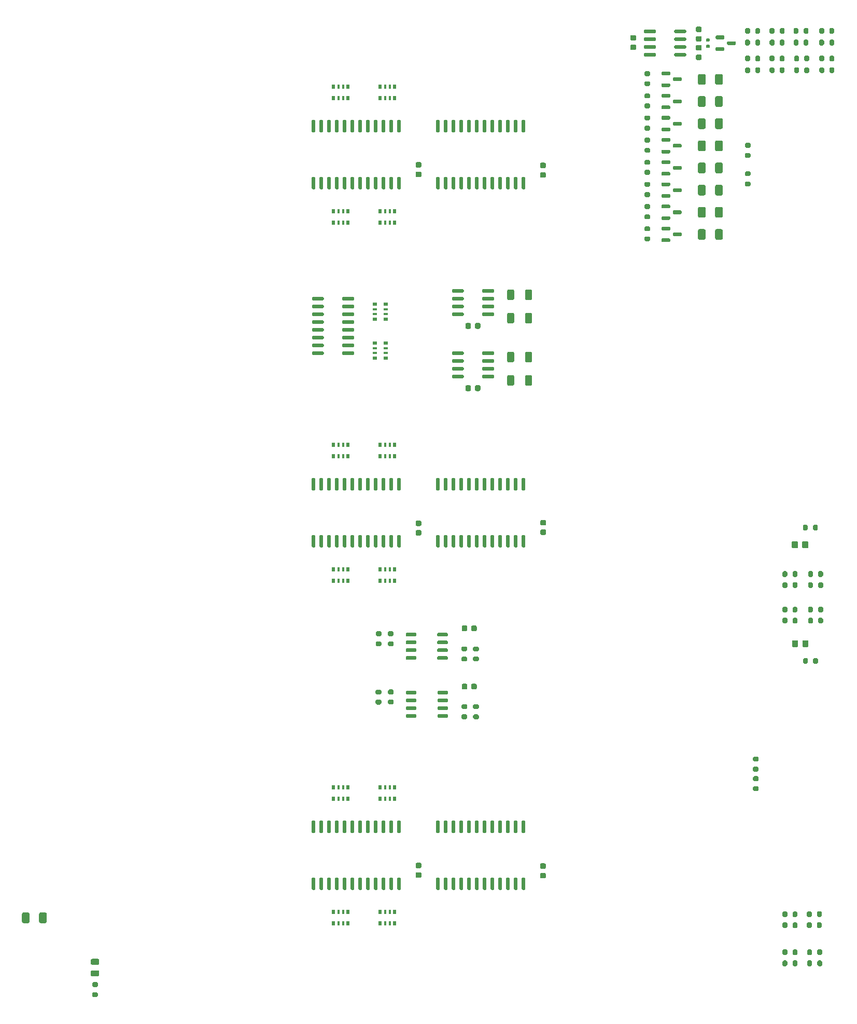
<source format=gtp>
G75*
G70*
%OFA0B0*%
%FSLAX25Y25*%
%IPPOS*%
%LPD*%
%AMOC8*
5,1,8,0,0,1.08239X$1,22.5*
%
%ADD18R,0.01969X0.03150*%
%ADD19R,0.01575X0.03150*%
%ADD20R,0.03150X0.01969*%
%ADD21R,0.03150X0.01575*%
X0000000Y0000000D02*
%LPD*%
G01*
G36*
G01*
X0653642Y0060925D02*
X0653642Y0058760D01*
G75*
G02*
X0652854Y0057972I-000787J0000000D01*
G01*
X0651280Y0057972D01*
G75*
G02*
X0650492Y0058760I0000000J0000787D01*
G01*
X0650492Y0060925D01*
G75*
G02*
X0651280Y0061713I0000787J0000000D01*
G01*
X0652854Y0061713D01*
G75*
G02*
X0653642Y0060925I0000000J-000787D01*
G01*
G37*
G36*
G01*
X0647146Y0060925D02*
X0647146Y0058760D01*
G75*
G02*
X0646358Y0057972I-000787J0000000D01*
G01*
X0644783Y0057972D01*
G75*
G02*
X0643996Y0058760I0000000J0000787D01*
G01*
X0643996Y0060925D01*
G75*
G02*
X0644783Y0061713I0000787J0000000D01*
G01*
X0646358Y0061713D01*
G75*
G02*
X0647146Y0060925I0000000J-000787D01*
G01*
G37*
G36*
G01*
X0589665Y0600689D02*
X0589665Y0605610D01*
G75*
G02*
X0590650Y0606594I0000984J0000000D01*
G01*
X0593602Y0606594D01*
G75*
G02*
X0594587Y0605610I0000000J-000984D01*
G01*
X0594587Y0600689D01*
G75*
G02*
X0593602Y0599705I-000984J0000000D01*
G01*
X0590650Y0599705D01*
G75*
G02*
X0589665Y0600689I0000000J0000984D01*
G01*
G37*
G36*
G01*
X0600689Y0600689D02*
X0600689Y0605610D01*
G75*
G02*
X0601673Y0606594I0000984J0000000D01*
G01*
X0604626Y0606594D01*
G75*
G02*
X0605610Y0605610I0000000J-000984D01*
G01*
X0605610Y0600689D01*
G75*
G02*
X0604626Y0599705I-000984J0000000D01*
G01*
X0601673Y0599705D01*
G75*
G02*
X0600689Y0600689I0000000J0000984D01*
G01*
G37*
G36*
G01*
X0677362Y0617618D02*
X0677362Y0615453D01*
G75*
G02*
X0676575Y0614665I-000787J0000000D01*
G01*
X0675000Y0614665D01*
G75*
G02*
X0674213Y0615453I0000000J0000787D01*
G01*
X0674213Y0617618D01*
G75*
G02*
X0675000Y0618406I0000787J0000000D01*
G01*
X0676575Y0618406D01*
G75*
G02*
X0677362Y0617618I0000000J-000787D01*
G01*
G37*
G36*
G01*
X0670866Y0617618D02*
X0670866Y0615453D01*
G75*
G02*
X0670079Y0614665I-000787J0000000D01*
G01*
X0668504Y0614665D01*
G75*
G02*
X0667717Y0615453I0000000J0000787D01*
G01*
X0667717Y0617618D01*
G75*
G02*
X0668504Y0618406I0000787J0000000D01*
G01*
X0670079Y0618406D01*
G75*
G02*
X0670866Y0617618I0000000J-000787D01*
G01*
G37*
G36*
G01*
X0627953Y0158563D02*
X0625787Y0158563D01*
G75*
G02*
X0625000Y0159350I0000000J0000787D01*
G01*
X0625000Y0160925D01*
G75*
G02*
X0625787Y0161713I0000787J0000000D01*
G01*
X0627953Y0161713D01*
G75*
G02*
X0628740Y0160925I0000000J-000787D01*
G01*
X0628740Y0159350D01*
G75*
G02*
X0627953Y0158563I-000787J0000000D01*
G01*
G37*
G36*
G01*
X0627953Y0165059D02*
X0625787Y0165059D01*
G75*
G02*
X0625000Y0165846I0000000J0000787D01*
G01*
X0625000Y0167421D01*
G75*
G02*
X0625787Y0168209I0000787J0000000D01*
G01*
X0627953Y0168209D01*
G75*
G02*
X0628740Y0167421I0000000J-000787D01*
G01*
X0628740Y0165846D01*
G75*
G02*
X0627953Y0165059I-000787J0000000D01*
G01*
G37*
G36*
G01*
X0566093Y0577840D02*
X0566093Y0579021D01*
G75*
G02*
X0566683Y0579612I0000591J0000000D01*
G01*
X0571309Y0579612D01*
G75*
G02*
X0571900Y0579021I0000000J-000591D01*
G01*
X0571900Y0577840D01*
G75*
G02*
X0571309Y0577250I-000591J0000000D01*
G01*
X0566683Y0577250D01*
G75*
G02*
X0566093Y0577840I0000000J0000591D01*
G01*
G37*
G36*
G01*
X0573474Y0574100D02*
X0573474Y0575281D01*
G75*
G02*
X0574065Y0575872I0000591J0000000D01*
G01*
X0578691Y0575872D01*
G75*
G02*
X0579281Y0575281I0000000J-000591D01*
G01*
X0579281Y0574100D01*
G75*
G02*
X0578691Y0573510I-000591J0000000D01*
G01*
X0574065Y0573510D01*
G75*
G02*
X0573474Y0574100I0000000J0000591D01*
G01*
G37*
G36*
G01*
X0566093Y0570360D02*
X0566093Y0571541D01*
G75*
G02*
X0566683Y0572132I0000591J0000000D01*
G01*
X0571309Y0572132D01*
G75*
G02*
X0571900Y0571541I0000000J-000591D01*
G01*
X0571900Y0570360D01*
G75*
G02*
X0571309Y0569769I-000591J0000000D01*
G01*
X0566683Y0569769D01*
G75*
G02*
X0566093Y0570360I0000000J0000591D01*
G01*
G37*
G36*
G01*
X0203765Y0027067D02*
X0200172Y0027067D01*
G75*
G02*
X0199213Y0028027I0000000J0000960D01*
G01*
X0199213Y0029946D01*
G75*
G02*
X0200172Y0030906I0000960J0000000D01*
G01*
X0203765Y0030906D01*
G75*
G02*
X0204724Y0029946I0000000J-000960D01*
G01*
X0204724Y0028027D01*
G75*
G02*
X0203765Y0027067I-000960J0000000D01*
G01*
G37*
G36*
G01*
X0203765Y0034449D02*
X0200172Y0034449D01*
G75*
G02*
X0199213Y0035408I0000000J0000960D01*
G01*
X0199213Y0037328D01*
G75*
G02*
X0200172Y0038287I0000960J0000000D01*
G01*
X0203765Y0038287D01*
G75*
G02*
X0204724Y0037328I0000000J-000960D01*
G01*
X0204724Y0035408D01*
G75*
G02*
X0203765Y0034449I-000960J0000000D01*
G01*
G37*
G36*
G01*
X0653642Y0036516D02*
X0653642Y0034350D01*
G75*
G02*
X0652854Y0033563I-000787J0000000D01*
G01*
X0651280Y0033563D01*
G75*
G02*
X0650492Y0034350I0000000J0000787D01*
G01*
X0650492Y0036516D01*
G75*
G02*
X0651280Y0037303I0000787J0000000D01*
G01*
X0652854Y0037303D01*
G75*
G02*
X0653642Y0036516I0000000J-000787D01*
G01*
G37*
G36*
G01*
X0647146Y0036516D02*
X0647146Y0034350D01*
G75*
G02*
X0646358Y0033563I-000787J0000000D01*
G01*
X0644783Y0033563D01*
G75*
G02*
X0643996Y0034350I0000000J0000787D01*
G01*
X0643996Y0036516D01*
G75*
G02*
X0644783Y0037303I0000787J0000000D01*
G01*
X0646358Y0037303D01*
G75*
G02*
X0647146Y0036516I0000000J-000787D01*
G01*
G37*
G36*
G01*
X0635728Y0633169D02*
X0635728Y0635335D01*
G75*
G02*
X0636516Y0636122I0000787J0000000D01*
G01*
X0638091Y0636122D01*
G75*
G02*
X0638878Y0635335I0000000J-000787D01*
G01*
X0638878Y0633169D01*
G75*
G02*
X0638091Y0632382I-000787J0000000D01*
G01*
X0636516Y0632382D01*
G75*
G02*
X0635728Y0633169I0000000J0000787D01*
G01*
G37*
G36*
G01*
X0642224Y0633169D02*
X0642224Y0635335D01*
G75*
G02*
X0643012Y0636122I0000787J0000000D01*
G01*
X0644587Y0636122D01*
G75*
G02*
X0645374Y0635335I0000000J-000787D01*
G01*
X0645374Y0633169D01*
G75*
G02*
X0644587Y0632382I-000787J0000000D01*
G01*
X0643012Y0632382D01*
G75*
G02*
X0642224Y0633169I0000000J0000787D01*
G01*
G37*
G36*
G01*
X0589665Y0543771D02*
X0589665Y0548692D01*
G75*
G02*
X0590650Y0549677I0000984J0000000D01*
G01*
X0593602Y0549677D01*
G75*
G02*
X0594587Y0548692I0000000J-000984D01*
G01*
X0594587Y0543771D01*
G75*
G02*
X0593602Y0542787I-000984J0000000D01*
G01*
X0590650Y0542787D01*
G75*
G02*
X0589665Y0543771I0000000J0000984D01*
G01*
G37*
G36*
G01*
X0600689Y0543771D02*
X0600689Y0548692D01*
G75*
G02*
X0601673Y0549677I0000984J0000000D01*
G01*
X0604626Y0549677D01*
G75*
G02*
X0605610Y0548692I0000000J-000984D01*
G01*
X0605610Y0543771D01*
G75*
G02*
X0604626Y0542787I-000984J0000000D01*
G01*
X0601673Y0542787D01*
G75*
G02*
X0600689Y0543771I0000000J0000984D01*
G01*
G37*
G36*
G01*
X0547047Y0631594D02*
X0549016Y0631594D01*
G75*
G02*
X0549902Y0630709I0000000J-000886D01*
G01*
X0549902Y0628937D01*
G75*
G02*
X0549016Y0628051I-000886J0000000D01*
G01*
X0547047Y0628051D01*
G75*
G02*
X0546161Y0628937I0000000J0000886D01*
G01*
X0546161Y0630709D01*
G75*
G02*
X0547047Y0631594I0000886J0000000D01*
G01*
G37*
G36*
G01*
X0547047Y0625492D02*
X0549016Y0625492D01*
G75*
G02*
X0549902Y0624606I0000000J-000886D01*
G01*
X0549902Y0622835D01*
G75*
G02*
X0549016Y0621949I-000886J0000000D01*
G01*
X0547047Y0621949D01*
G75*
G02*
X0546161Y0622835I0000000J0000886D01*
G01*
X0546161Y0624606D01*
G75*
G02*
X0547047Y0625492I0000886J0000000D01*
G01*
G37*
G36*
G01*
X0482972Y0467264D02*
X0482972Y0462343D01*
G75*
G02*
X0481988Y0461358I-000984J0000000D01*
G01*
X0479528Y0461358D01*
G75*
G02*
X0478543Y0462343I0000000J0000984D01*
G01*
X0478543Y0467264D01*
G75*
G02*
X0479528Y0468248I0000984J0000000D01*
G01*
X0481988Y0468248D01*
G75*
G02*
X0482972Y0467264I0000000J-000984D01*
G01*
G37*
G36*
G01*
X0471457Y0467264D02*
X0471457Y0462343D01*
G75*
G02*
X0470472Y0461358I-000984J0000000D01*
G01*
X0468012Y0461358D01*
G75*
G02*
X0467028Y0462343I0000000J0000984D01*
G01*
X0467028Y0467264D01*
G75*
G02*
X0468012Y0468248I0000984J0000000D01*
G01*
X0470472Y0468248D01*
G75*
G02*
X0471457Y0467264I0000000J-000984D01*
G01*
G37*
D18*
X0355276Y0061260D03*
D19*
X0358425Y0061260D03*
X0361575Y0061260D03*
D18*
X0364724Y0061260D03*
X0364724Y0068346D03*
D19*
X0361575Y0068346D03*
X0358425Y0068346D03*
D18*
X0355276Y0068346D03*
G36*
G01*
X0449823Y0445787D02*
X0449823Y0443819D01*
G75*
G02*
X0448937Y0442933I-000886J0000000D01*
G01*
X0447165Y0442933D01*
G75*
G02*
X0446280Y0443819I0000000J0000886D01*
G01*
X0446280Y0445787D01*
G75*
G02*
X0447165Y0446673I0000886J0000000D01*
G01*
X0448937Y0446673D01*
G75*
G02*
X0449823Y0445787I0000000J-000886D01*
G01*
G37*
G36*
G01*
X0443720Y0445787D02*
X0443720Y0443819D01*
G75*
G02*
X0442835Y0442933I-000886J0000000D01*
G01*
X0441063Y0442933D01*
G75*
G02*
X0440177Y0443819I0000000J0000886D01*
G01*
X0440177Y0445787D01*
G75*
G02*
X0441063Y0446673I0000886J0000000D01*
G01*
X0442835Y0446673D01*
G75*
G02*
X0443720Y0445787I0000000J-000886D01*
G01*
G37*
X0364724Y0148346D03*
D19*
X0361575Y0148346D03*
X0358425Y0148346D03*
D18*
X0355276Y0148346D03*
X0355276Y0141260D03*
D19*
X0358425Y0141260D03*
X0361575Y0141260D03*
D18*
X0364724Y0141260D03*
G36*
G01*
X0482972Y0412264D02*
X0482972Y0407343D01*
G75*
G02*
X0481988Y0406358I-000984J0000000D01*
G01*
X0479528Y0406358D01*
G75*
G02*
X0478543Y0407343I0000000J0000984D01*
G01*
X0478543Y0412264D01*
G75*
G02*
X0479528Y0413248I0000984J0000000D01*
G01*
X0481988Y0413248D01*
G75*
G02*
X0482972Y0412264I0000000J-000984D01*
G01*
G37*
G36*
G01*
X0471457Y0412264D02*
X0471457Y0407343D01*
G75*
G02*
X0470472Y0406358I-000984J0000000D01*
G01*
X0468012Y0406358D01*
G75*
G02*
X0467028Y0407343I0000000J0000984D01*
G01*
X0467028Y0412264D01*
G75*
G02*
X0468012Y0413248I0000984J0000000D01*
G01*
X0470472Y0413248D01*
G75*
G02*
X0471457Y0412264I0000000J-000984D01*
G01*
G37*
G36*
G01*
X0670079Y0279429D02*
X0670079Y0277264D01*
G75*
G02*
X0669291Y0276476I-000787J0000000D01*
G01*
X0667717Y0276476D01*
G75*
G02*
X0666929Y0277264I0000000J0000787D01*
G01*
X0666929Y0279429D01*
G75*
G02*
X0667717Y0280217I0000787J0000000D01*
G01*
X0669291Y0280217D01*
G75*
G02*
X0670079Y0279429I0000000J-000787D01*
G01*
G37*
G36*
G01*
X0663583Y0279429D02*
X0663583Y0277264D01*
G75*
G02*
X0662795Y0276476I-000787J0000000D01*
G01*
X0661220Y0276476D01*
G75*
G02*
X0660433Y0277264I0000000J0000787D01*
G01*
X0660433Y0279429D01*
G75*
G02*
X0661220Y0280217I0000787J0000000D01*
G01*
X0662795Y0280217D01*
G75*
G02*
X0663583Y0279429I0000000J-000787D01*
G01*
G37*
G36*
G01*
X0401772Y0245886D02*
X0401772Y0247067D01*
G75*
G02*
X0402362Y0247657I0000591J0000000D01*
G01*
X0408071Y0247657D01*
G75*
G02*
X0408661Y0247067I0000000J-000591D01*
G01*
X0408661Y0245886D01*
G75*
G02*
X0408071Y0245295I-000591J0000000D01*
G01*
X0402362Y0245295D01*
G75*
G02*
X0401772Y0245886I0000000J0000591D01*
G01*
G37*
G36*
G01*
X0401772Y0240886D02*
X0401772Y0242067D01*
G75*
G02*
X0402362Y0242657I0000591J0000000D01*
G01*
X0408071Y0242657D01*
G75*
G02*
X0408661Y0242067I0000000J-000591D01*
G01*
X0408661Y0240886D01*
G75*
G02*
X0408071Y0240295I-000591J0000000D01*
G01*
X0402362Y0240295D01*
G75*
G02*
X0401772Y0240886I0000000J0000591D01*
G01*
G37*
G36*
G01*
X0401772Y0235886D02*
X0401772Y0237067D01*
G75*
G02*
X0402362Y0237657I0000591J0000000D01*
G01*
X0408071Y0237657D01*
G75*
G02*
X0408661Y0237067I0000000J-000591D01*
G01*
X0408661Y0235886D01*
G75*
G02*
X0408071Y0235295I-000591J0000000D01*
G01*
X0402362Y0235295D01*
G75*
G02*
X0401772Y0235886I0000000J0000591D01*
G01*
G37*
G36*
G01*
X0401772Y0230886D02*
X0401772Y0232067D01*
G75*
G02*
X0402362Y0232657I0000591J0000000D01*
G01*
X0408071Y0232657D01*
G75*
G02*
X0408661Y0232067I0000000J-000591D01*
G01*
X0408661Y0230886D01*
G75*
G02*
X0408071Y0230295I-000591J0000000D01*
G01*
X0402362Y0230295D01*
G75*
G02*
X0401772Y0230886I0000000J0000591D01*
G01*
G37*
G36*
G01*
X0422047Y0230886D02*
X0422047Y0232067D01*
G75*
G02*
X0422638Y0232657I0000591J0000000D01*
G01*
X0428346Y0232657D01*
G75*
G02*
X0428937Y0232067I0000000J-000591D01*
G01*
X0428937Y0230886D01*
G75*
G02*
X0428346Y0230295I-000591J0000000D01*
G01*
X0422638Y0230295D01*
G75*
G02*
X0422047Y0230886I0000000J0000591D01*
G01*
G37*
G36*
G01*
X0422047Y0235886D02*
X0422047Y0237067D01*
G75*
G02*
X0422638Y0237657I0000591J0000000D01*
G01*
X0428346Y0237657D01*
G75*
G02*
X0428937Y0237067I0000000J-000591D01*
G01*
X0428937Y0235886D01*
G75*
G02*
X0428346Y0235295I-000591J0000000D01*
G01*
X0422638Y0235295D01*
G75*
G02*
X0422047Y0235886I0000000J0000591D01*
G01*
G37*
G36*
G01*
X0422047Y0240886D02*
X0422047Y0242067D01*
G75*
G02*
X0422638Y0242657I0000591J0000000D01*
G01*
X0428346Y0242657D01*
G75*
G02*
X0428937Y0242067I0000000J-000591D01*
G01*
X0428937Y0240886D01*
G75*
G02*
X0428346Y0240295I-000591J0000000D01*
G01*
X0422638Y0240295D01*
G75*
G02*
X0422047Y0240886I0000000J0000591D01*
G01*
G37*
G36*
G01*
X0422047Y0245886D02*
X0422047Y0247067D01*
G75*
G02*
X0422638Y0247657I0000591J0000000D01*
G01*
X0428346Y0247657D01*
G75*
G02*
X0428937Y0247067I0000000J-000591D01*
G01*
X0428937Y0245886D01*
G75*
G02*
X0428346Y0245295I-000591J0000000D01*
G01*
X0422638Y0245295D01*
G75*
G02*
X0422047Y0245886I0000000J0000591D01*
G01*
G37*
G36*
G01*
X0600886Y0629528D02*
X0600886Y0630709D01*
G75*
G02*
X0601476Y0631299I0000591J0000000D01*
G01*
X0606102Y0631299D01*
G75*
G02*
X0606693Y0630709I0000000J-000591D01*
G01*
X0606693Y0629528D01*
G75*
G02*
X0606102Y0628937I-000591J0000000D01*
G01*
X0601476Y0628937D01*
G75*
G02*
X0600886Y0629528I0000000J0000591D01*
G01*
G37*
G36*
G01*
X0600886Y0622047D02*
X0600886Y0623228D01*
G75*
G02*
X0601476Y0623819I0000591J0000000D01*
G01*
X0606102Y0623819D01*
G75*
G02*
X0606693Y0623228I0000000J-000591D01*
G01*
X0606693Y0622047D01*
G75*
G02*
X0606102Y0621457I-000591J0000000D01*
G01*
X0601476Y0621457D01*
G75*
G02*
X0600886Y0622047I0000000J0000591D01*
G01*
G37*
G36*
G01*
X0608268Y0625787D02*
X0608268Y0626969D01*
G75*
G02*
X0608858Y0627559I0000591J0000000D01*
G01*
X0613484Y0627559D01*
G75*
G02*
X0614075Y0626969I0000000J-000591D01*
G01*
X0614075Y0625787D01*
G75*
G02*
X0613484Y0625197I-000591J0000000D01*
G01*
X0608858Y0625197D01*
G75*
G02*
X0608268Y0625787I0000000J0000591D01*
G01*
G37*
G36*
G01*
X0401850Y0208642D02*
X0401850Y0209823D01*
G75*
G02*
X0402441Y0210413I0000591J0000000D01*
G01*
X0408150Y0210413D01*
G75*
G02*
X0408740Y0209823I0000000J-000591D01*
G01*
X0408740Y0208642D01*
G75*
G02*
X0408150Y0208051I-000591J0000000D01*
G01*
X0402441Y0208051D01*
G75*
G02*
X0401850Y0208642I0000000J0000591D01*
G01*
G37*
G36*
G01*
X0401850Y0203642D02*
X0401850Y0204823D01*
G75*
G02*
X0402441Y0205413I0000591J0000000D01*
G01*
X0408150Y0205413D01*
G75*
G02*
X0408740Y0204823I0000000J-000591D01*
G01*
X0408740Y0203642D01*
G75*
G02*
X0408150Y0203051I-000591J0000000D01*
G01*
X0402441Y0203051D01*
G75*
G02*
X0401850Y0203642I0000000J0000591D01*
G01*
G37*
G36*
G01*
X0401850Y0198642D02*
X0401850Y0199823D01*
G75*
G02*
X0402441Y0200413I0000591J0000000D01*
G01*
X0408150Y0200413D01*
G75*
G02*
X0408740Y0199823I0000000J-000591D01*
G01*
X0408740Y0198642D01*
G75*
G02*
X0408150Y0198051I-000591J0000000D01*
G01*
X0402441Y0198051D01*
G75*
G02*
X0401850Y0198642I0000000J0000591D01*
G01*
G37*
G36*
G01*
X0401850Y0193642D02*
X0401850Y0194823D01*
G75*
G02*
X0402441Y0195413I0000591J0000000D01*
G01*
X0408150Y0195413D01*
G75*
G02*
X0408740Y0194823I0000000J-000591D01*
G01*
X0408740Y0193642D01*
G75*
G02*
X0408150Y0193051I-000591J0000000D01*
G01*
X0402441Y0193051D01*
G75*
G02*
X0401850Y0193642I0000000J0000591D01*
G01*
G37*
G36*
G01*
X0422126Y0193642D02*
X0422126Y0194823D01*
G75*
G02*
X0422717Y0195413I0000591J0000000D01*
G01*
X0428425Y0195413D01*
G75*
G02*
X0429016Y0194823I0000000J-000591D01*
G01*
X0429016Y0193642D01*
G75*
G02*
X0428425Y0193051I-000591J0000000D01*
G01*
X0422717Y0193051D01*
G75*
G02*
X0422126Y0193642I0000000J0000591D01*
G01*
G37*
G36*
G01*
X0422126Y0198642D02*
X0422126Y0199823D01*
G75*
G02*
X0422717Y0200413I0000591J0000000D01*
G01*
X0428425Y0200413D01*
G75*
G02*
X0429016Y0199823I0000000J-000591D01*
G01*
X0429016Y0198642D01*
G75*
G02*
X0428425Y0198051I-000591J0000000D01*
G01*
X0422717Y0198051D01*
G75*
G02*
X0422126Y0198642I0000000J0000591D01*
G01*
G37*
G36*
G01*
X0422126Y0203642D02*
X0422126Y0204823D01*
G75*
G02*
X0422717Y0205413I0000591J0000000D01*
G01*
X0428425Y0205413D01*
G75*
G02*
X0429016Y0204823I0000000J-000591D01*
G01*
X0429016Y0203642D01*
G75*
G02*
X0428425Y0203051I-000591J0000000D01*
G01*
X0422717Y0203051D01*
G75*
G02*
X0422126Y0203642I0000000J0000591D01*
G01*
G37*
G36*
G01*
X0422126Y0208642D02*
X0422126Y0209823D01*
G75*
G02*
X0422717Y0210413I0000591J0000000D01*
G01*
X0428425Y0210413D01*
G75*
G02*
X0429016Y0209823I0000000J-000591D01*
G01*
X0429016Y0208642D01*
G75*
G02*
X0428425Y0208051I-000591J0000000D01*
G01*
X0422717Y0208051D01*
G75*
G02*
X0422126Y0208642I0000000J0000591D01*
G01*
G37*
G36*
G01*
X0170965Y0067106D02*
X0170965Y0062185D01*
G75*
G02*
X0169980Y0061201I-000984J0000000D01*
G01*
X0167028Y0061201D01*
G75*
G02*
X0166043Y0062185I0000000J0000984D01*
G01*
X0166043Y0067106D01*
G75*
G02*
X0167028Y0068091I0000984J0000000D01*
G01*
X0169980Y0068091D01*
G75*
G02*
X0170965Y0067106I0000000J-000984D01*
G01*
G37*
G36*
G01*
X0159941Y0067106D02*
X0159941Y0062185D01*
G75*
G02*
X0158957Y0061201I-000984J0000000D01*
G01*
X0156004Y0061201D01*
G75*
G02*
X0155020Y0062185I0000000J0000984D01*
G01*
X0155020Y0067106D01*
G75*
G02*
X0156004Y0068091I0000984J0000000D01*
G01*
X0158957Y0068091D01*
G75*
G02*
X0159941Y0067106I0000000J-000984D01*
G01*
G37*
G36*
G01*
X0383248Y0248681D02*
X0385413Y0248681D01*
G75*
G02*
X0386201Y0247894I0000000J-000787D01*
G01*
X0386201Y0246319D01*
G75*
G02*
X0385413Y0245531I-000787J0000000D01*
G01*
X0383248Y0245531D01*
G75*
G02*
X0382461Y0246319I0000000J0000787D01*
G01*
X0382461Y0247894D01*
G75*
G02*
X0383248Y0248681I0000787J0000000D01*
G01*
G37*
G36*
G01*
X0383248Y0242185D02*
X0385413Y0242185D01*
G75*
G02*
X0386201Y0241398I0000000J-000787D01*
G01*
X0386201Y0239823D01*
G75*
G02*
X0385413Y0239035I-000787J0000000D01*
G01*
X0383248Y0239035D01*
G75*
G02*
X0382461Y0239823I0000000J0000787D01*
G01*
X0382461Y0241398D01*
G75*
G02*
X0383248Y0242185I0000787J0000000D01*
G01*
G37*
G36*
G01*
X0619980Y0625689D02*
X0619980Y0627854D01*
G75*
G02*
X0620768Y0628642I0000787J0000000D01*
G01*
X0622343Y0628642D01*
G75*
G02*
X0623130Y0627854I0000000J-000787D01*
G01*
X0623130Y0625689D01*
G75*
G02*
X0622343Y0624902I-000787J0000000D01*
G01*
X0620768Y0624902D01*
G75*
G02*
X0619980Y0625689I0000000J0000787D01*
G01*
G37*
G36*
G01*
X0626476Y0625689D02*
X0626476Y0627854D01*
G75*
G02*
X0627264Y0628642I0000787J0000000D01*
G01*
X0628839Y0628642D01*
G75*
G02*
X0629626Y0627854I0000000J-000787D01*
G01*
X0629626Y0625689D01*
G75*
G02*
X0628839Y0624902I-000787J0000000D01*
G01*
X0627264Y0624902D01*
G75*
G02*
X0626476Y0625689I0000000J0000787D01*
G01*
G37*
G36*
G01*
X0660433Y0254429D02*
X0660433Y0256594D01*
G75*
G02*
X0661220Y0257382I0000787J0000000D01*
G01*
X0662795Y0257382D01*
G75*
G02*
X0663583Y0256594I0000000J-000787D01*
G01*
X0663583Y0254429D01*
G75*
G02*
X0662795Y0253642I-000787J0000000D01*
G01*
X0661220Y0253642D01*
G75*
G02*
X0660433Y0254429I0000000J0000787D01*
G01*
G37*
G36*
G01*
X0666929Y0254429D02*
X0666929Y0256594D01*
G75*
G02*
X0667717Y0257382I0000787J0000000D01*
G01*
X0669291Y0257382D01*
G75*
G02*
X0670079Y0256594I0000000J-000787D01*
G01*
X0670079Y0254429D01*
G75*
G02*
X0669291Y0253642I-000787J0000000D01*
G01*
X0667717Y0253642D01*
G75*
G02*
X0666929Y0254429I0000000J0000787D01*
G01*
G37*
G36*
G01*
X0566093Y0563611D02*
X0566093Y0564792D01*
G75*
G02*
X0566683Y0565382I0000591J0000000D01*
G01*
X0571309Y0565382D01*
G75*
G02*
X0571900Y0564792I0000000J-000591D01*
G01*
X0571900Y0563611D01*
G75*
G02*
X0571309Y0563020I-000591J0000000D01*
G01*
X0566683Y0563020D01*
G75*
G02*
X0566093Y0563611I0000000J0000591D01*
G01*
G37*
G36*
G01*
X0573474Y0559871D02*
X0573474Y0561052D01*
G75*
G02*
X0574065Y0561642I0000591J0000000D01*
G01*
X0578691Y0561642D01*
G75*
G02*
X0579281Y0561052I0000000J-000591D01*
G01*
X0579281Y0559871D01*
G75*
G02*
X0578691Y0559280I-000591J0000000D01*
G01*
X0574065Y0559280D01*
G75*
G02*
X0573474Y0559871I0000000J0000591D01*
G01*
G37*
G36*
G01*
X0566093Y0556130D02*
X0566093Y0557312D01*
G75*
G02*
X0566683Y0557902I0000591J0000000D01*
G01*
X0571309Y0557902D01*
G75*
G02*
X0571900Y0557312I0000000J-000591D01*
G01*
X0571900Y0556130D01*
G75*
G02*
X0571309Y0555540I-000591J0000000D01*
G01*
X0566683Y0555540D01*
G75*
G02*
X0566093Y0556130I0000000J0000591D01*
G01*
G37*
G36*
G01*
X0659646Y0065945D02*
X0659646Y0068110D01*
G75*
G02*
X0660433Y0068898I0000787J0000000D01*
G01*
X0662008Y0068898D01*
G75*
G02*
X0662795Y0068110I0000000J-000787D01*
G01*
X0662795Y0065945D01*
G75*
G02*
X0662008Y0065157I-000787J0000000D01*
G01*
X0660433Y0065157D01*
G75*
G02*
X0659646Y0065945I0000000J0000787D01*
G01*
G37*
G36*
G01*
X0666142Y0065945D02*
X0666142Y0068110D01*
G75*
G02*
X0666929Y0068898I0000787J0000000D01*
G01*
X0668504Y0068898D01*
G75*
G02*
X0669291Y0068110I0000000J-000787D01*
G01*
X0669291Y0065945D01*
G75*
G02*
X0668504Y0065157I-000787J0000000D01*
G01*
X0666929Y0065157D01*
G75*
G02*
X0666142Y0065945I0000000J0000787D01*
G01*
G37*
G36*
G01*
X0558169Y0541803D02*
X0556004Y0541803D01*
G75*
G02*
X0555217Y0542590I0000000J0000787D01*
G01*
X0555217Y0544165D01*
G75*
G02*
X0556004Y0544952I0000787J0000000D01*
G01*
X0558169Y0544952D01*
G75*
G02*
X0558957Y0544165I0000000J-000787D01*
G01*
X0558957Y0542590D01*
G75*
G02*
X0558169Y0541803I-000787J0000000D01*
G01*
G37*
G36*
G01*
X0558169Y0548299D02*
X0556004Y0548299D01*
G75*
G02*
X0555217Y0549086I0000000J0000787D01*
G01*
X0555217Y0550661D01*
G75*
G02*
X0556004Y0551448I0000787J0000000D01*
G01*
X0558169Y0551448D01*
G75*
G02*
X0558957Y0550661I0000000J-000787D01*
G01*
X0558957Y0549086D01*
G75*
G02*
X0558169Y0548299I-000787J0000000D01*
G01*
G37*
G36*
G01*
X0449823Y0405787D02*
X0449823Y0403819D01*
G75*
G02*
X0448937Y0402933I-000886J0000000D01*
G01*
X0447165Y0402933D01*
G75*
G02*
X0446280Y0403819I0000000J0000886D01*
G01*
X0446280Y0405787D01*
G75*
G02*
X0447165Y0406673I0000886J0000000D01*
G01*
X0448937Y0406673D01*
G75*
G02*
X0449823Y0405787I0000000J-000886D01*
G01*
G37*
G36*
G01*
X0443720Y0405787D02*
X0443720Y0403819D01*
G75*
G02*
X0442835Y0402933I-000886J0000000D01*
G01*
X0441063Y0402933D01*
G75*
G02*
X0440177Y0403819I0000000J0000886D01*
G01*
X0440177Y0405787D01*
G75*
G02*
X0441063Y0406673I0000886J0000000D01*
G01*
X0442835Y0406673D01*
G75*
G02*
X0443720Y0405787I0000000J-000886D01*
G01*
G37*
G36*
G01*
X0619980Y0615453D02*
X0619980Y0617618D01*
G75*
G02*
X0620768Y0618406I0000787J0000000D01*
G01*
X0622343Y0618406D01*
G75*
G02*
X0623130Y0617618I0000000J-000787D01*
G01*
X0623130Y0615453D01*
G75*
G02*
X0622343Y0614665I-000787J0000000D01*
G01*
X0620768Y0614665D01*
G75*
G02*
X0619980Y0615453I0000000J0000787D01*
G01*
G37*
G36*
G01*
X0626476Y0615453D02*
X0626476Y0617618D01*
G75*
G02*
X0627264Y0618406I0000787J0000000D01*
G01*
X0628839Y0618406D01*
G75*
G02*
X0629626Y0617618I0000000J-000787D01*
G01*
X0629626Y0615453D01*
G75*
G02*
X0628839Y0614665I-000787J0000000D01*
G01*
X0627264Y0614665D01*
G75*
G02*
X0626476Y0615453I0000000J0000787D01*
G01*
G37*
G36*
G01*
X0489016Y0549626D02*
X0490984Y0549626D01*
G75*
G02*
X0491870Y0548740I0000000J-000886D01*
G01*
X0491870Y0546969D01*
G75*
G02*
X0490984Y0546083I-000886J0000000D01*
G01*
X0489016Y0546083D01*
G75*
G02*
X0488130Y0546969I0000000J0000886D01*
G01*
X0488130Y0548740D01*
G75*
G02*
X0489016Y0549626I0000886J0000000D01*
G01*
G37*
G36*
G01*
X0489016Y0543524D02*
X0490984Y0543524D01*
G75*
G02*
X0491870Y0542638I0000000J-000886D01*
G01*
X0491870Y0540866D01*
G75*
G02*
X0490984Y0539980I-000886J0000000D01*
G01*
X0489016Y0539980D01*
G75*
G02*
X0488130Y0540866I0000000J0000886D01*
G01*
X0488130Y0542638D01*
G75*
G02*
X0489016Y0543524I0000886J0000000D01*
G01*
G37*
G36*
G01*
X0554921Y0633287D02*
X0554921Y0634469D01*
G75*
G02*
X0555512Y0635059I0000591J0000000D01*
G01*
X0562008Y0635059D01*
G75*
G02*
X0562598Y0634469I0000000J-000591D01*
G01*
X0562598Y0633287D01*
G75*
G02*
X0562008Y0632697I-000591J0000000D01*
G01*
X0555512Y0632697D01*
G75*
G02*
X0554921Y0633287I0000000J0000591D01*
G01*
G37*
G36*
G01*
X0554921Y0628287D02*
X0554921Y0629469D01*
G75*
G02*
X0555512Y0630059I0000591J0000000D01*
G01*
X0562008Y0630059D01*
G75*
G02*
X0562598Y0629469I0000000J-000591D01*
G01*
X0562598Y0628287D01*
G75*
G02*
X0562008Y0627697I-000591J0000000D01*
G01*
X0555512Y0627697D01*
G75*
G02*
X0554921Y0628287I0000000J0000591D01*
G01*
G37*
G36*
G01*
X0554921Y0623287D02*
X0554921Y0624469D01*
G75*
G02*
X0555512Y0625059I0000591J0000000D01*
G01*
X0562008Y0625059D01*
G75*
G02*
X0562598Y0624469I0000000J-000591D01*
G01*
X0562598Y0623287D01*
G75*
G02*
X0562008Y0622697I-000591J0000000D01*
G01*
X0555512Y0622697D01*
G75*
G02*
X0554921Y0623287I0000000J0000591D01*
G01*
G37*
G36*
G01*
X0554921Y0618287D02*
X0554921Y0619469D01*
G75*
G02*
X0555512Y0620059I0000591J0000000D01*
G01*
X0562008Y0620059D01*
G75*
G02*
X0562598Y0619469I0000000J-000591D01*
G01*
X0562598Y0618287D01*
G75*
G02*
X0562008Y0617697I-000591J0000000D01*
G01*
X0555512Y0617697D01*
G75*
G02*
X0554921Y0618287I0000000J0000591D01*
G01*
G37*
G36*
G01*
X0574409Y0618287D02*
X0574409Y0619469D01*
G75*
G02*
X0575000Y0620059I0000591J0000000D01*
G01*
X0581496Y0620059D01*
G75*
G02*
X0582087Y0619469I0000000J-000591D01*
G01*
X0582087Y0618287D01*
G75*
G02*
X0581496Y0617697I-000591J0000000D01*
G01*
X0575000Y0617697D01*
G75*
G02*
X0574409Y0618287I0000000J0000591D01*
G01*
G37*
G36*
G01*
X0574409Y0623287D02*
X0574409Y0624469D01*
G75*
G02*
X0575000Y0625059I0000591J0000000D01*
G01*
X0581496Y0625059D01*
G75*
G02*
X0582087Y0624469I0000000J-000591D01*
G01*
X0582087Y0623287D01*
G75*
G02*
X0581496Y0622697I-000591J0000000D01*
G01*
X0575000Y0622697D01*
G75*
G02*
X0574409Y0623287I0000000J0000591D01*
G01*
G37*
G36*
G01*
X0574409Y0628287D02*
X0574409Y0629469D01*
G75*
G02*
X0575000Y0630059I0000591J0000000D01*
G01*
X0581496Y0630059D01*
G75*
G02*
X0582087Y0629469I0000000J-000591D01*
G01*
X0582087Y0628287D01*
G75*
G02*
X0581496Y0627697I-000591J0000000D01*
G01*
X0575000Y0627697D01*
G75*
G02*
X0574409Y0628287I0000000J0000591D01*
G01*
G37*
G36*
G01*
X0574409Y0633287D02*
X0574409Y0634469D01*
G75*
G02*
X0575000Y0635059I0000591J0000000D01*
G01*
X0581496Y0635059D01*
G75*
G02*
X0582087Y0634469I0000000J-000591D01*
G01*
X0582087Y0633287D01*
G75*
G02*
X0581496Y0632697I-000591J0000000D01*
G01*
X0575000Y0632697D01*
G75*
G02*
X0574409Y0633287I0000000J0000591D01*
G01*
G37*
G36*
G01*
X0445846Y0238937D02*
X0448012Y0238937D01*
G75*
G02*
X0448799Y0238150I0000000J-000787D01*
G01*
X0448799Y0236575D01*
G75*
G02*
X0448012Y0235787I-000787J0000000D01*
G01*
X0445846Y0235787D01*
G75*
G02*
X0445059Y0236575I0000000J0000787D01*
G01*
X0445059Y0238150D01*
G75*
G02*
X0445846Y0238937I0000787J0000000D01*
G01*
G37*
G36*
G01*
X0445846Y0232441D02*
X0448012Y0232441D01*
G75*
G02*
X0448799Y0231654I0000000J-000787D01*
G01*
X0448799Y0230079D01*
G75*
G02*
X0448012Y0229291I-000787J0000000D01*
G01*
X0445846Y0229291D01*
G75*
G02*
X0445059Y0230079I0000000J0000787D01*
G01*
X0445059Y0231654D01*
G75*
G02*
X0445846Y0232441I0000787J0000000D01*
G01*
G37*
G36*
G01*
X0627953Y0145965D02*
X0625787Y0145965D01*
G75*
G02*
X0625000Y0146752I0000000J0000787D01*
G01*
X0625000Y0148327D01*
G75*
G02*
X0625787Y0149114I0000787J0000000D01*
G01*
X0627953Y0149114D01*
G75*
G02*
X0628740Y0148327I0000000J-000787D01*
G01*
X0628740Y0146752D01*
G75*
G02*
X0627953Y0145965I-000787J0000000D01*
G01*
G37*
G36*
G01*
X0627953Y0152461D02*
X0625787Y0152461D01*
G75*
G02*
X0625000Y0153248I0000000J0000787D01*
G01*
X0625000Y0154823D01*
G75*
G02*
X0625787Y0155610I0000787J0000000D01*
G01*
X0627953Y0155610D01*
G75*
G02*
X0628740Y0154823I0000000J-000787D01*
G01*
X0628740Y0153248D01*
G75*
G02*
X0627953Y0152461I-000787J0000000D01*
G01*
G37*
G36*
G01*
X0476909Y0577146D02*
X0478091Y0577146D01*
G75*
G02*
X0478681Y0576555I0000000J-000591D01*
G01*
X0478681Y0569665D01*
G75*
G02*
X0478091Y0569075I-000591J0000000D01*
G01*
X0476909Y0569075D01*
G75*
G02*
X0476319Y0569665I0000000J0000591D01*
G01*
X0476319Y0576555D01*
G75*
G02*
X0476909Y0577146I0000591J0000000D01*
G01*
G37*
G36*
G01*
X0471909Y0577146D02*
X0473091Y0577146D01*
G75*
G02*
X0473681Y0576555I0000000J-000591D01*
G01*
X0473681Y0569665D01*
G75*
G02*
X0473091Y0569075I-000591J0000000D01*
G01*
X0471909Y0569075D01*
G75*
G02*
X0471319Y0569665I0000000J0000591D01*
G01*
X0471319Y0576555D01*
G75*
G02*
X0471909Y0577146I0000591J0000000D01*
G01*
G37*
G36*
G01*
X0466909Y0577146D02*
X0468091Y0577146D01*
G75*
G02*
X0468681Y0576555I0000000J-000591D01*
G01*
X0468681Y0569665D01*
G75*
G02*
X0468091Y0569075I-000591J0000000D01*
G01*
X0466909Y0569075D01*
G75*
G02*
X0466319Y0569665I0000000J0000591D01*
G01*
X0466319Y0576555D01*
G75*
G02*
X0466909Y0577146I0000591J0000000D01*
G01*
G37*
G36*
G01*
X0461909Y0577146D02*
X0463091Y0577146D01*
G75*
G02*
X0463681Y0576555I0000000J-000591D01*
G01*
X0463681Y0569665D01*
G75*
G02*
X0463091Y0569075I-000591J0000000D01*
G01*
X0461909Y0569075D01*
G75*
G02*
X0461319Y0569665I0000000J0000591D01*
G01*
X0461319Y0576555D01*
G75*
G02*
X0461909Y0577146I0000591J0000000D01*
G01*
G37*
G36*
G01*
X0456909Y0577146D02*
X0458091Y0577146D01*
G75*
G02*
X0458681Y0576555I0000000J-000591D01*
G01*
X0458681Y0569665D01*
G75*
G02*
X0458091Y0569075I-000591J0000000D01*
G01*
X0456909Y0569075D01*
G75*
G02*
X0456319Y0569665I0000000J0000591D01*
G01*
X0456319Y0576555D01*
G75*
G02*
X0456909Y0577146I0000591J0000000D01*
G01*
G37*
G36*
G01*
X0451909Y0577146D02*
X0453091Y0577146D01*
G75*
G02*
X0453681Y0576555I0000000J-000591D01*
G01*
X0453681Y0569665D01*
G75*
G02*
X0453091Y0569075I-000591J0000000D01*
G01*
X0451909Y0569075D01*
G75*
G02*
X0451319Y0569665I0000000J0000591D01*
G01*
X0451319Y0576555D01*
G75*
G02*
X0451909Y0577146I0000591J0000000D01*
G01*
G37*
G36*
G01*
X0446909Y0577146D02*
X0448091Y0577146D01*
G75*
G02*
X0448681Y0576555I0000000J-000591D01*
G01*
X0448681Y0569665D01*
G75*
G02*
X0448091Y0569075I-000591J0000000D01*
G01*
X0446909Y0569075D01*
G75*
G02*
X0446319Y0569665I0000000J0000591D01*
G01*
X0446319Y0576555D01*
G75*
G02*
X0446909Y0577146I0000591J0000000D01*
G01*
G37*
G36*
G01*
X0441909Y0577146D02*
X0443091Y0577146D01*
G75*
G02*
X0443681Y0576555I0000000J-000591D01*
G01*
X0443681Y0569665D01*
G75*
G02*
X0443091Y0569075I-000591J0000000D01*
G01*
X0441909Y0569075D01*
G75*
G02*
X0441319Y0569665I0000000J0000591D01*
G01*
X0441319Y0576555D01*
G75*
G02*
X0441909Y0577146I0000591J0000000D01*
G01*
G37*
G36*
G01*
X0436909Y0577146D02*
X0438091Y0577146D01*
G75*
G02*
X0438681Y0576555I0000000J-000591D01*
G01*
X0438681Y0569665D01*
G75*
G02*
X0438091Y0569075I-000591J0000000D01*
G01*
X0436909Y0569075D01*
G75*
G02*
X0436319Y0569665I0000000J0000591D01*
G01*
X0436319Y0576555D01*
G75*
G02*
X0436909Y0577146I0000591J0000000D01*
G01*
G37*
G36*
G01*
X0431909Y0577146D02*
X0433091Y0577146D01*
G75*
G02*
X0433681Y0576555I0000000J-000591D01*
G01*
X0433681Y0569665D01*
G75*
G02*
X0433091Y0569075I-000591J0000000D01*
G01*
X0431909Y0569075D01*
G75*
G02*
X0431319Y0569665I0000000J0000591D01*
G01*
X0431319Y0576555D01*
G75*
G02*
X0431909Y0577146I0000591J0000000D01*
G01*
G37*
G36*
G01*
X0426909Y0577146D02*
X0428091Y0577146D01*
G75*
G02*
X0428681Y0576555I0000000J-000591D01*
G01*
X0428681Y0569665D01*
G75*
G02*
X0428091Y0569075I-000591J0000000D01*
G01*
X0426909Y0569075D01*
G75*
G02*
X0426319Y0569665I0000000J0000591D01*
G01*
X0426319Y0576555D01*
G75*
G02*
X0426909Y0577146I0000591J0000000D01*
G01*
G37*
G36*
G01*
X0421909Y0577146D02*
X0423091Y0577146D01*
G75*
G02*
X0423681Y0576555I0000000J-000591D01*
G01*
X0423681Y0569665D01*
G75*
G02*
X0423091Y0569075I-000591J0000000D01*
G01*
X0421909Y0569075D01*
G75*
G02*
X0421319Y0569665I0000000J0000591D01*
G01*
X0421319Y0576555D01*
G75*
G02*
X0421909Y0577146I0000591J0000000D01*
G01*
G37*
G36*
G01*
X0421909Y0540531D02*
X0423091Y0540531D01*
G75*
G02*
X0423681Y0539941I0000000J-000591D01*
G01*
X0423681Y0533051D01*
G75*
G02*
X0423091Y0532461I-000591J0000000D01*
G01*
X0421909Y0532461D01*
G75*
G02*
X0421319Y0533051I0000000J0000591D01*
G01*
X0421319Y0539941D01*
G75*
G02*
X0421909Y0540531I0000591J0000000D01*
G01*
G37*
G36*
G01*
X0426909Y0540531D02*
X0428091Y0540531D01*
G75*
G02*
X0428681Y0539941I0000000J-000591D01*
G01*
X0428681Y0533051D01*
G75*
G02*
X0428091Y0532461I-000591J0000000D01*
G01*
X0426909Y0532461D01*
G75*
G02*
X0426319Y0533051I0000000J0000591D01*
G01*
X0426319Y0539941D01*
G75*
G02*
X0426909Y0540531I0000591J0000000D01*
G01*
G37*
G36*
G01*
X0431909Y0540531D02*
X0433091Y0540531D01*
G75*
G02*
X0433681Y0539941I0000000J-000591D01*
G01*
X0433681Y0533051D01*
G75*
G02*
X0433091Y0532461I-000591J0000000D01*
G01*
X0431909Y0532461D01*
G75*
G02*
X0431319Y0533051I0000000J0000591D01*
G01*
X0431319Y0539941D01*
G75*
G02*
X0431909Y0540531I0000591J0000000D01*
G01*
G37*
G36*
G01*
X0436909Y0540531D02*
X0438091Y0540531D01*
G75*
G02*
X0438681Y0539941I0000000J-000591D01*
G01*
X0438681Y0533051D01*
G75*
G02*
X0438091Y0532461I-000591J0000000D01*
G01*
X0436909Y0532461D01*
G75*
G02*
X0436319Y0533051I0000000J0000591D01*
G01*
X0436319Y0539941D01*
G75*
G02*
X0436909Y0540531I0000591J0000000D01*
G01*
G37*
G36*
G01*
X0441909Y0540531D02*
X0443091Y0540531D01*
G75*
G02*
X0443681Y0539941I0000000J-000591D01*
G01*
X0443681Y0533051D01*
G75*
G02*
X0443091Y0532461I-000591J0000000D01*
G01*
X0441909Y0532461D01*
G75*
G02*
X0441319Y0533051I0000000J0000591D01*
G01*
X0441319Y0539941D01*
G75*
G02*
X0441909Y0540531I0000591J0000000D01*
G01*
G37*
G36*
G01*
X0446909Y0540531D02*
X0448091Y0540531D01*
G75*
G02*
X0448681Y0539941I0000000J-000591D01*
G01*
X0448681Y0533051D01*
G75*
G02*
X0448091Y0532461I-000591J0000000D01*
G01*
X0446909Y0532461D01*
G75*
G02*
X0446319Y0533051I0000000J0000591D01*
G01*
X0446319Y0539941D01*
G75*
G02*
X0446909Y0540531I0000591J0000000D01*
G01*
G37*
G36*
G01*
X0451909Y0540531D02*
X0453091Y0540531D01*
G75*
G02*
X0453681Y0539941I0000000J-000591D01*
G01*
X0453681Y0533051D01*
G75*
G02*
X0453091Y0532461I-000591J0000000D01*
G01*
X0451909Y0532461D01*
G75*
G02*
X0451319Y0533051I0000000J0000591D01*
G01*
X0451319Y0539941D01*
G75*
G02*
X0451909Y0540531I0000591J0000000D01*
G01*
G37*
G36*
G01*
X0456909Y0540531D02*
X0458091Y0540531D01*
G75*
G02*
X0458681Y0539941I0000000J-000591D01*
G01*
X0458681Y0533051D01*
G75*
G02*
X0458091Y0532461I-000591J0000000D01*
G01*
X0456909Y0532461D01*
G75*
G02*
X0456319Y0533051I0000000J0000591D01*
G01*
X0456319Y0539941D01*
G75*
G02*
X0456909Y0540531I0000591J0000000D01*
G01*
G37*
G36*
G01*
X0461909Y0540531D02*
X0463091Y0540531D01*
G75*
G02*
X0463681Y0539941I0000000J-000591D01*
G01*
X0463681Y0533051D01*
G75*
G02*
X0463091Y0532461I-000591J0000000D01*
G01*
X0461909Y0532461D01*
G75*
G02*
X0461319Y0533051I0000000J0000591D01*
G01*
X0461319Y0539941D01*
G75*
G02*
X0461909Y0540531I0000591J0000000D01*
G01*
G37*
G36*
G01*
X0466909Y0540531D02*
X0468091Y0540531D01*
G75*
G02*
X0468681Y0539941I0000000J-000591D01*
G01*
X0468681Y0533051D01*
G75*
G02*
X0468091Y0532461I-000591J0000000D01*
G01*
X0466909Y0532461D01*
G75*
G02*
X0466319Y0533051I0000000J0000591D01*
G01*
X0466319Y0539941D01*
G75*
G02*
X0466909Y0540531I0000591J0000000D01*
G01*
G37*
G36*
G01*
X0471909Y0540531D02*
X0473091Y0540531D01*
G75*
G02*
X0473681Y0539941I0000000J-000591D01*
G01*
X0473681Y0533051D01*
G75*
G02*
X0473091Y0532461I-000591J0000000D01*
G01*
X0471909Y0532461D01*
G75*
G02*
X0471319Y0533051I0000000J0000591D01*
G01*
X0471319Y0539941D01*
G75*
G02*
X0471909Y0540531I0000591J0000000D01*
G01*
G37*
G36*
G01*
X0476909Y0540531D02*
X0478091Y0540531D01*
G75*
G02*
X0478681Y0539941I0000000J-000591D01*
G01*
X0478681Y0533051D01*
G75*
G02*
X0478091Y0532461I-000591J0000000D01*
G01*
X0476909Y0532461D01*
G75*
G02*
X0476319Y0533051I0000000J0000591D01*
G01*
X0476319Y0539941D01*
G75*
G02*
X0476909Y0540531I0000591J0000000D01*
G01*
G37*
G36*
G01*
X0660728Y0635335D02*
X0660728Y0633169D01*
G75*
G02*
X0659941Y0632382I-000787J0000000D01*
G01*
X0658366Y0632382D01*
G75*
G02*
X0657579Y0633169I0000000J0000787D01*
G01*
X0657579Y0635335D01*
G75*
G02*
X0658366Y0636122I0000787J0000000D01*
G01*
X0659941Y0636122D01*
G75*
G02*
X0660728Y0635335I0000000J-000787D01*
G01*
G37*
G36*
G01*
X0654232Y0635335D02*
X0654232Y0633169D01*
G75*
G02*
X0653445Y0632382I-000787J0000000D01*
G01*
X0651870Y0632382D01*
G75*
G02*
X0651083Y0633169I0000000J0000787D01*
G01*
X0651083Y0635335D01*
G75*
G02*
X0651870Y0636122I0000787J0000000D01*
G01*
X0653445Y0636122D01*
G75*
G02*
X0654232Y0635335I0000000J-000787D01*
G01*
G37*
G36*
G01*
X0661122Y0610138D02*
X0661122Y0607972D01*
G75*
G02*
X0660335Y0607185I-000787J0000000D01*
G01*
X0658760Y0607185D01*
G75*
G02*
X0657972Y0607972I0000000J0000787D01*
G01*
X0657972Y0610138D01*
G75*
G02*
X0658760Y0610925I0000787J0000000D01*
G01*
X0660335Y0610925D01*
G75*
G02*
X0661122Y0610138I0000000J-000787D01*
G01*
G37*
G36*
G01*
X0654626Y0610138D02*
X0654626Y0607972D01*
G75*
G02*
X0653839Y0607185I-000787J0000000D01*
G01*
X0652264Y0607185D01*
G75*
G02*
X0651476Y0607972I0000000J0000787D01*
G01*
X0651476Y0610138D01*
G75*
G02*
X0652264Y0610925I0000787J0000000D01*
G01*
X0653839Y0610925D01*
G75*
G02*
X0654626Y0610138I0000000J-000787D01*
G01*
G37*
G36*
G01*
X0653642Y0068012D02*
X0653642Y0065846D01*
G75*
G02*
X0652854Y0065059I-000787J0000000D01*
G01*
X0651280Y0065059D01*
G75*
G02*
X0650492Y0065846I0000000J0000787D01*
G01*
X0650492Y0068012D01*
G75*
G02*
X0651280Y0068799I0000787J0000000D01*
G01*
X0652854Y0068799D01*
G75*
G02*
X0653642Y0068012I0000000J-000787D01*
G01*
G37*
G36*
G01*
X0647146Y0068012D02*
X0647146Y0065846D01*
G75*
G02*
X0646358Y0065059I-000787J0000000D01*
G01*
X0644783Y0065059D01*
G75*
G02*
X0643996Y0065846I0000000J0000787D01*
G01*
X0643996Y0068012D01*
G75*
G02*
X0644783Y0068799I0000787J0000000D01*
G01*
X0646358Y0068799D01*
G75*
G02*
X0647146Y0068012I0000000J-000787D01*
G01*
G37*
X0394724Y0518346D03*
D19*
X0391575Y0518346D03*
X0388425Y0518346D03*
D18*
X0385276Y0518346D03*
X0385276Y0511260D03*
D19*
X0388425Y0511260D03*
X0391575Y0511260D03*
D18*
X0394724Y0511260D03*
G36*
G01*
X0667618Y0633169D02*
X0667618Y0635335D01*
G75*
G02*
X0668406Y0636122I0000787J0000000D01*
G01*
X0669980Y0636122D01*
G75*
G02*
X0670768Y0635335I0000000J-000787D01*
G01*
X0670768Y0633169D01*
G75*
G02*
X0669980Y0632382I-000787J0000000D01*
G01*
X0668406Y0632382D01*
G75*
G02*
X0667618Y0633169I0000000J0000787D01*
G01*
G37*
G36*
G01*
X0674114Y0633169D02*
X0674114Y0635335D01*
G75*
G02*
X0674902Y0636122I0000787J0000000D01*
G01*
X0676476Y0636122D01*
G75*
G02*
X0677264Y0635335I0000000J-000787D01*
G01*
X0677264Y0633169D01*
G75*
G02*
X0676476Y0632382I-000787J0000000D01*
G01*
X0674902Y0632382D01*
G75*
G02*
X0674114Y0633169I0000000J0000787D01*
G01*
G37*
G36*
G01*
X0476909Y0127146D02*
X0478091Y0127146D01*
G75*
G02*
X0478681Y0126555I0000000J-000591D01*
G01*
X0478681Y0119665D01*
G75*
G02*
X0478091Y0119075I-000591J0000000D01*
G01*
X0476909Y0119075D01*
G75*
G02*
X0476319Y0119665I0000000J0000591D01*
G01*
X0476319Y0126555D01*
G75*
G02*
X0476909Y0127146I0000591J0000000D01*
G01*
G37*
G36*
G01*
X0471909Y0127146D02*
X0473091Y0127146D01*
G75*
G02*
X0473681Y0126555I0000000J-000591D01*
G01*
X0473681Y0119665D01*
G75*
G02*
X0473091Y0119075I-000591J0000000D01*
G01*
X0471909Y0119075D01*
G75*
G02*
X0471319Y0119665I0000000J0000591D01*
G01*
X0471319Y0126555D01*
G75*
G02*
X0471909Y0127146I0000591J0000000D01*
G01*
G37*
G36*
G01*
X0466909Y0127146D02*
X0468091Y0127146D01*
G75*
G02*
X0468681Y0126555I0000000J-000591D01*
G01*
X0468681Y0119665D01*
G75*
G02*
X0468091Y0119075I-000591J0000000D01*
G01*
X0466909Y0119075D01*
G75*
G02*
X0466319Y0119665I0000000J0000591D01*
G01*
X0466319Y0126555D01*
G75*
G02*
X0466909Y0127146I0000591J0000000D01*
G01*
G37*
G36*
G01*
X0461909Y0127146D02*
X0463091Y0127146D01*
G75*
G02*
X0463681Y0126555I0000000J-000591D01*
G01*
X0463681Y0119665D01*
G75*
G02*
X0463091Y0119075I-000591J0000000D01*
G01*
X0461909Y0119075D01*
G75*
G02*
X0461319Y0119665I0000000J0000591D01*
G01*
X0461319Y0126555D01*
G75*
G02*
X0461909Y0127146I0000591J0000000D01*
G01*
G37*
G36*
G01*
X0456909Y0127146D02*
X0458091Y0127146D01*
G75*
G02*
X0458681Y0126555I0000000J-000591D01*
G01*
X0458681Y0119665D01*
G75*
G02*
X0458091Y0119075I-000591J0000000D01*
G01*
X0456909Y0119075D01*
G75*
G02*
X0456319Y0119665I0000000J0000591D01*
G01*
X0456319Y0126555D01*
G75*
G02*
X0456909Y0127146I0000591J0000000D01*
G01*
G37*
G36*
G01*
X0451909Y0127146D02*
X0453091Y0127146D01*
G75*
G02*
X0453681Y0126555I0000000J-000591D01*
G01*
X0453681Y0119665D01*
G75*
G02*
X0453091Y0119075I-000591J0000000D01*
G01*
X0451909Y0119075D01*
G75*
G02*
X0451319Y0119665I0000000J0000591D01*
G01*
X0451319Y0126555D01*
G75*
G02*
X0451909Y0127146I0000591J0000000D01*
G01*
G37*
G36*
G01*
X0446909Y0127146D02*
X0448091Y0127146D01*
G75*
G02*
X0448681Y0126555I0000000J-000591D01*
G01*
X0448681Y0119665D01*
G75*
G02*
X0448091Y0119075I-000591J0000000D01*
G01*
X0446909Y0119075D01*
G75*
G02*
X0446319Y0119665I0000000J0000591D01*
G01*
X0446319Y0126555D01*
G75*
G02*
X0446909Y0127146I0000591J0000000D01*
G01*
G37*
G36*
G01*
X0441909Y0127146D02*
X0443091Y0127146D01*
G75*
G02*
X0443681Y0126555I0000000J-000591D01*
G01*
X0443681Y0119665D01*
G75*
G02*
X0443091Y0119075I-000591J0000000D01*
G01*
X0441909Y0119075D01*
G75*
G02*
X0441319Y0119665I0000000J0000591D01*
G01*
X0441319Y0126555D01*
G75*
G02*
X0441909Y0127146I0000591J0000000D01*
G01*
G37*
G36*
G01*
X0436909Y0127146D02*
X0438091Y0127146D01*
G75*
G02*
X0438681Y0126555I0000000J-000591D01*
G01*
X0438681Y0119665D01*
G75*
G02*
X0438091Y0119075I-000591J0000000D01*
G01*
X0436909Y0119075D01*
G75*
G02*
X0436319Y0119665I0000000J0000591D01*
G01*
X0436319Y0126555D01*
G75*
G02*
X0436909Y0127146I0000591J0000000D01*
G01*
G37*
G36*
G01*
X0431909Y0127146D02*
X0433091Y0127146D01*
G75*
G02*
X0433681Y0126555I0000000J-000591D01*
G01*
X0433681Y0119665D01*
G75*
G02*
X0433091Y0119075I-000591J0000000D01*
G01*
X0431909Y0119075D01*
G75*
G02*
X0431319Y0119665I0000000J0000591D01*
G01*
X0431319Y0126555D01*
G75*
G02*
X0431909Y0127146I0000591J0000000D01*
G01*
G37*
G36*
G01*
X0426909Y0127146D02*
X0428091Y0127146D01*
G75*
G02*
X0428681Y0126555I0000000J-000591D01*
G01*
X0428681Y0119665D01*
G75*
G02*
X0428091Y0119075I-000591J0000000D01*
G01*
X0426909Y0119075D01*
G75*
G02*
X0426319Y0119665I0000000J0000591D01*
G01*
X0426319Y0126555D01*
G75*
G02*
X0426909Y0127146I0000591J0000000D01*
G01*
G37*
G36*
G01*
X0421909Y0127146D02*
X0423091Y0127146D01*
G75*
G02*
X0423681Y0126555I0000000J-000591D01*
G01*
X0423681Y0119665D01*
G75*
G02*
X0423091Y0119075I-000591J0000000D01*
G01*
X0421909Y0119075D01*
G75*
G02*
X0421319Y0119665I0000000J0000591D01*
G01*
X0421319Y0126555D01*
G75*
G02*
X0421909Y0127146I0000591J0000000D01*
G01*
G37*
G36*
G01*
X0421909Y0090531D02*
X0423091Y0090531D01*
G75*
G02*
X0423681Y0089941I0000000J-000591D01*
G01*
X0423681Y0083051D01*
G75*
G02*
X0423091Y0082461I-000591J0000000D01*
G01*
X0421909Y0082461D01*
G75*
G02*
X0421319Y0083051I0000000J0000591D01*
G01*
X0421319Y0089941D01*
G75*
G02*
X0421909Y0090531I0000591J0000000D01*
G01*
G37*
G36*
G01*
X0426909Y0090531D02*
X0428091Y0090531D01*
G75*
G02*
X0428681Y0089941I0000000J-000591D01*
G01*
X0428681Y0083051D01*
G75*
G02*
X0428091Y0082461I-000591J0000000D01*
G01*
X0426909Y0082461D01*
G75*
G02*
X0426319Y0083051I0000000J0000591D01*
G01*
X0426319Y0089941D01*
G75*
G02*
X0426909Y0090531I0000591J0000000D01*
G01*
G37*
G36*
G01*
X0431909Y0090531D02*
X0433091Y0090531D01*
G75*
G02*
X0433681Y0089941I0000000J-000591D01*
G01*
X0433681Y0083051D01*
G75*
G02*
X0433091Y0082461I-000591J0000000D01*
G01*
X0431909Y0082461D01*
G75*
G02*
X0431319Y0083051I0000000J0000591D01*
G01*
X0431319Y0089941D01*
G75*
G02*
X0431909Y0090531I0000591J0000000D01*
G01*
G37*
G36*
G01*
X0436909Y0090531D02*
X0438091Y0090531D01*
G75*
G02*
X0438681Y0089941I0000000J-000591D01*
G01*
X0438681Y0083051D01*
G75*
G02*
X0438091Y0082461I-000591J0000000D01*
G01*
X0436909Y0082461D01*
G75*
G02*
X0436319Y0083051I0000000J0000591D01*
G01*
X0436319Y0089941D01*
G75*
G02*
X0436909Y0090531I0000591J0000000D01*
G01*
G37*
G36*
G01*
X0441909Y0090531D02*
X0443091Y0090531D01*
G75*
G02*
X0443681Y0089941I0000000J-000591D01*
G01*
X0443681Y0083051D01*
G75*
G02*
X0443091Y0082461I-000591J0000000D01*
G01*
X0441909Y0082461D01*
G75*
G02*
X0441319Y0083051I0000000J0000591D01*
G01*
X0441319Y0089941D01*
G75*
G02*
X0441909Y0090531I0000591J0000000D01*
G01*
G37*
G36*
G01*
X0446909Y0090531D02*
X0448091Y0090531D01*
G75*
G02*
X0448681Y0089941I0000000J-000591D01*
G01*
X0448681Y0083051D01*
G75*
G02*
X0448091Y0082461I-000591J0000000D01*
G01*
X0446909Y0082461D01*
G75*
G02*
X0446319Y0083051I0000000J0000591D01*
G01*
X0446319Y0089941D01*
G75*
G02*
X0446909Y0090531I0000591J0000000D01*
G01*
G37*
G36*
G01*
X0451909Y0090531D02*
X0453091Y0090531D01*
G75*
G02*
X0453681Y0089941I0000000J-000591D01*
G01*
X0453681Y0083051D01*
G75*
G02*
X0453091Y0082461I-000591J0000000D01*
G01*
X0451909Y0082461D01*
G75*
G02*
X0451319Y0083051I0000000J0000591D01*
G01*
X0451319Y0089941D01*
G75*
G02*
X0451909Y0090531I0000591J0000000D01*
G01*
G37*
G36*
G01*
X0456909Y0090531D02*
X0458091Y0090531D01*
G75*
G02*
X0458681Y0089941I0000000J-000591D01*
G01*
X0458681Y0083051D01*
G75*
G02*
X0458091Y0082461I-000591J0000000D01*
G01*
X0456909Y0082461D01*
G75*
G02*
X0456319Y0083051I0000000J0000591D01*
G01*
X0456319Y0089941D01*
G75*
G02*
X0456909Y0090531I0000591J0000000D01*
G01*
G37*
G36*
G01*
X0461909Y0090531D02*
X0463091Y0090531D01*
G75*
G02*
X0463681Y0089941I0000000J-000591D01*
G01*
X0463681Y0083051D01*
G75*
G02*
X0463091Y0082461I-000591J0000000D01*
G01*
X0461909Y0082461D01*
G75*
G02*
X0461319Y0083051I0000000J0000591D01*
G01*
X0461319Y0089941D01*
G75*
G02*
X0461909Y0090531I0000591J0000000D01*
G01*
G37*
G36*
G01*
X0466909Y0090531D02*
X0468091Y0090531D01*
G75*
G02*
X0468681Y0089941I0000000J-000591D01*
G01*
X0468681Y0083051D01*
G75*
G02*
X0468091Y0082461I-000591J0000000D01*
G01*
X0466909Y0082461D01*
G75*
G02*
X0466319Y0083051I0000000J0000591D01*
G01*
X0466319Y0089941D01*
G75*
G02*
X0466909Y0090531I0000591J0000000D01*
G01*
G37*
G36*
G01*
X0471909Y0090531D02*
X0473091Y0090531D01*
G75*
G02*
X0473681Y0089941I0000000J-000591D01*
G01*
X0473681Y0083051D01*
G75*
G02*
X0473091Y0082461I-000591J0000000D01*
G01*
X0471909Y0082461D01*
G75*
G02*
X0471319Y0083051I0000000J0000591D01*
G01*
X0471319Y0089941D01*
G75*
G02*
X0471909Y0090531I0000591J0000000D01*
G01*
G37*
G36*
G01*
X0476909Y0090531D02*
X0478091Y0090531D01*
G75*
G02*
X0478681Y0089941I0000000J-000591D01*
G01*
X0478681Y0083051D01*
G75*
G02*
X0478091Y0082461I-000591J0000000D01*
G01*
X0476909Y0082461D01*
G75*
G02*
X0476319Y0083051I0000000J0000591D01*
G01*
X0476319Y0089941D01*
G75*
G02*
X0476909Y0090531I0000591J0000000D01*
G01*
G37*
X0394724Y0148346D03*
D19*
X0391575Y0148346D03*
X0388425Y0148346D03*
D18*
X0385276Y0148346D03*
X0385276Y0141260D03*
D19*
X0388425Y0141260D03*
X0391575Y0141260D03*
D18*
X0394724Y0141260D03*
G36*
G01*
X0558169Y0527573D02*
X0556004Y0527573D01*
G75*
G02*
X0555217Y0528361I0000000J0000787D01*
G01*
X0555217Y0529935D01*
G75*
G02*
X0556004Y0530723I0000787J0000000D01*
G01*
X0558169Y0530723D01*
G75*
G02*
X0558957Y0529935I0000000J-000787D01*
G01*
X0558957Y0528361D01*
G75*
G02*
X0558169Y0527573I-000787J0000000D01*
G01*
G37*
G36*
G01*
X0558169Y0534069D02*
X0556004Y0534069D01*
G75*
G02*
X0555217Y0534857I0000000J0000787D01*
G01*
X0555217Y0536431D01*
G75*
G02*
X0556004Y0537219I0000787J0000000D01*
G01*
X0558169Y0537219D01*
G75*
G02*
X0558957Y0536431I0000000J-000787D01*
G01*
X0558957Y0534857D01*
G75*
G02*
X0558169Y0534069I-000787J0000000D01*
G01*
G37*
G36*
G01*
X0409016Y0100000D02*
X0410984Y0100000D01*
G75*
G02*
X0411870Y0099114I0000000J-000886D01*
G01*
X0411870Y0097343D01*
G75*
G02*
X0410984Y0096457I-000886J0000000D01*
G01*
X0409016Y0096457D01*
G75*
G02*
X0408130Y0097343I0000000J0000886D01*
G01*
X0408130Y0099114D01*
G75*
G02*
X0409016Y0100000I0000886J0000000D01*
G01*
G37*
G36*
G01*
X0409016Y0093898D02*
X0410984Y0093898D01*
G75*
G02*
X0411870Y0093012I0000000J-000886D01*
G01*
X0411870Y0091240D01*
G75*
G02*
X0410984Y0090354I-000886J0000000D01*
G01*
X0409016Y0090354D01*
G75*
G02*
X0408130Y0091240I0000000J0000886D01*
G01*
X0408130Y0093012D01*
G75*
G02*
X0409016Y0093898I0000886J0000000D01*
G01*
G37*
G36*
G01*
X0566093Y0606299D02*
X0566093Y0607480D01*
G75*
G02*
X0566683Y0608071I0000591J0000000D01*
G01*
X0571309Y0608071D01*
G75*
G02*
X0571900Y0607480I0000000J-000591D01*
G01*
X0571900Y0606299D01*
G75*
G02*
X0571309Y0605709I-000591J0000000D01*
G01*
X0566683Y0605709D01*
G75*
G02*
X0566093Y0606299I0000000J0000591D01*
G01*
G37*
G36*
G01*
X0573474Y0602559D02*
X0573474Y0603740D01*
G75*
G02*
X0574065Y0604331I0000591J0000000D01*
G01*
X0578691Y0604331D01*
G75*
G02*
X0579281Y0603740I0000000J-000591D01*
G01*
X0579281Y0602559D01*
G75*
G02*
X0578691Y0601969I-000591J0000000D01*
G01*
X0574065Y0601969D01*
G75*
G02*
X0573474Y0602559I0000000J0000591D01*
G01*
G37*
G36*
G01*
X0566093Y0598819D02*
X0566093Y0600000D01*
G75*
G02*
X0566683Y0600591I0000591J0000000D01*
G01*
X0571309Y0600591D01*
G75*
G02*
X0571900Y0600000I0000000J-000591D01*
G01*
X0571900Y0598819D01*
G75*
G02*
X0571309Y0598228I-000591J0000000D01*
G01*
X0566683Y0598228D01*
G75*
G02*
X0566093Y0598819I0000000J0000591D01*
G01*
G37*
G36*
G01*
X0677264Y0627854D02*
X0677264Y0625689D01*
G75*
G02*
X0676476Y0624902I-000787J0000000D01*
G01*
X0674902Y0624902D01*
G75*
G02*
X0674114Y0625689I0000000J0000787D01*
G01*
X0674114Y0627854D01*
G75*
G02*
X0674902Y0628642I0000787J0000000D01*
G01*
X0676476Y0628642D01*
G75*
G02*
X0677264Y0627854I0000000J-000787D01*
G01*
G37*
G36*
G01*
X0670768Y0627854D02*
X0670768Y0625689D01*
G75*
G02*
X0669980Y0624902I-000787J0000000D01*
G01*
X0668406Y0624902D01*
G75*
G02*
X0667618Y0625689I0000000J0000787D01*
G01*
X0667618Y0627854D01*
G75*
G02*
X0668406Y0628642I0000787J0000000D01*
G01*
X0669980Y0628642D01*
G75*
G02*
X0670768Y0627854I0000000J-000787D01*
G01*
G37*
G36*
G01*
X0589665Y0501083D02*
X0589665Y0506004D01*
G75*
G02*
X0590650Y0506988I0000984J0000000D01*
G01*
X0593602Y0506988D01*
G75*
G02*
X0594587Y0506004I0000000J-000984D01*
G01*
X0594587Y0501083D01*
G75*
G02*
X0593602Y0500098I-000984J0000000D01*
G01*
X0590650Y0500098D01*
G75*
G02*
X0589665Y0501083I0000000J0000984D01*
G01*
G37*
G36*
G01*
X0600689Y0501083D02*
X0600689Y0506004D01*
G75*
G02*
X0601673Y0506988I0000984J0000000D01*
G01*
X0604626Y0506988D01*
G75*
G02*
X0605610Y0506004I0000000J-000984D01*
G01*
X0605610Y0501083D01*
G75*
G02*
X0604626Y0500098I-000984J0000000D01*
G01*
X0601673Y0500098D01*
G75*
G02*
X0600689Y0501083I0000000J0000984D01*
G01*
G37*
G36*
G01*
X0591142Y0615551D02*
X0589173Y0615551D01*
G75*
G02*
X0588287Y0616437I0000000J0000886D01*
G01*
X0588287Y0618209D01*
G75*
G02*
X0589173Y0619094I0000886J0000000D01*
G01*
X0591142Y0619094D01*
G75*
G02*
X0592028Y0618209I0000000J-000886D01*
G01*
X0592028Y0616437D01*
G75*
G02*
X0591142Y0615551I-000886J0000000D01*
G01*
G37*
G36*
G01*
X0591142Y0621654D02*
X0589173Y0621654D01*
G75*
G02*
X0588287Y0622539I0000000J0000886D01*
G01*
X0588287Y0624311D01*
G75*
G02*
X0589173Y0625197I0000886J0000000D01*
G01*
X0591142Y0625197D01*
G75*
G02*
X0592028Y0624311I0000000J-000886D01*
G01*
X0592028Y0622539D01*
G75*
G02*
X0591142Y0621654I-000886J0000000D01*
G01*
G37*
G36*
G01*
X0558169Y0556032D02*
X0556004Y0556032D01*
G75*
G02*
X0555217Y0556819I0000000J0000787D01*
G01*
X0555217Y0558394D01*
G75*
G02*
X0556004Y0559182I0000787J0000000D01*
G01*
X0558169Y0559182D01*
G75*
G02*
X0558957Y0558394I0000000J-000787D01*
G01*
X0558957Y0556819D01*
G75*
G02*
X0558169Y0556032I-000787J0000000D01*
G01*
G37*
G36*
G01*
X0558169Y0562528D02*
X0556004Y0562528D01*
G75*
G02*
X0555217Y0563316I0000000J0000787D01*
G01*
X0555217Y0564890D01*
G75*
G02*
X0556004Y0565678I0000787J0000000D01*
G01*
X0558169Y0565678D01*
G75*
G02*
X0558957Y0564890I0000000J-000787D01*
G01*
X0558957Y0563316D01*
G75*
G02*
X0558169Y0562528I-000787J0000000D01*
G01*
G37*
G36*
G01*
X0203051Y0013681D02*
X0200886Y0013681D01*
G75*
G02*
X0200098Y0014469I0000000J0000787D01*
G01*
X0200098Y0016043D01*
G75*
G02*
X0200886Y0016831I0000787J0000000D01*
G01*
X0203051Y0016831D01*
G75*
G02*
X0203839Y0016043I0000000J-000787D01*
G01*
X0203839Y0014469D01*
G75*
G02*
X0203051Y0013681I-000787J0000000D01*
G01*
G37*
G36*
G01*
X0203051Y0020177D02*
X0200886Y0020177D01*
G75*
G02*
X0200098Y0020965I0000000J0000787D01*
G01*
X0200098Y0022539D01*
G75*
G02*
X0200886Y0023327I0000787J0000000D01*
G01*
X0203051Y0023327D01*
G75*
G02*
X0203839Y0022539I0000000J-000787D01*
G01*
X0203839Y0020965D01*
G75*
G02*
X0203051Y0020177I-000787J0000000D01*
G01*
G37*
G36*
G01*
X0589665Y0515312D02*
X0589665Y0520233D01*
G75*
G02*
X0590650Y0521218I0000984J0000000D01*
G01*
X0593602Y0521218D01*
G75*
G02*
X0594587Y0520233I0000000J-000984D01*
G01*
X0594587Y0515312D01*
G75*
G02*
X0593602Y0514328I-000984J0000000D01*
G01*
X0590650Y0514328D01*
G75*
G02*
X0589665Y0515312I0000000J0000984D01*
G01*
G37*
G36*
G01*
X0600689Y0515312D02*
X0600689Y0520233D01*
G75*
G02*
X0601673Y0521218I0000984J0000000D01*
G01*
X0604626Y0521218D01*
G75*
G02*
X0605610Y0520233I0000000J-000984D01*
G01*
X0605610Y0515312D01*
G75*
G02*
X0604626Y0514328I-000984J0000000D01*
G01*
X0601673Y0514328D01*
G75*
G02*
X0600689Y0515312I0000000J0000984D01*
G01*
G37*
D20*
X0389016Y0449252D03*
D21*
X0389016Y0452402D03*
X0389016Y0455551D03*
D20*
X0389016Y0458701D03*
X0381929Y0458701D03*
D21*
X0381929Y0455551D03*
X0381929Y0452402D03*
D20*
X0381929Y0449252D03*
G36*
G01*
X0589665Y0586460D02*
X0589665Y0591381D01*
G75*
G02*
X0590650Y0592365I0000984J0000000D01*
G01*
X0593602Y0592365D01*
G75*
G02*
X0594587Y0591381I0000000J-000984D01*
G01*
X0594587Y0586460D01*
G75*
G02*
X0593602Y0585475I-000984J0000000D01*
G01*
X0590650Y0585475D01*
G75*
G02*
X0589665Y0586460I0000000J0000984D01*
G01*
G37*
G36*
G01*
X0600689Y0586460D02*
X0600689Y0591381D01*
G75*
G02*
X0601673Y0592365I0000984J0000000D01*
G01*
X0604626Y0592365D01*
G75*
G02*
X0605610Y0591381I0000000J-000984D01*
G01*
X0605610Y0586460D01*
G75*
G02*
X0604626Y0585475I-000984J0000000D01*
G01*
X0601673Y0585475D01*
G75*
G02*
X0600689Y0586460I0000000J0000984D01*
G01*
G37*
G36*
G01*
X0566093Y0549381D02*
X0566093Y0550562D01*
G75*
G02*
X0566683Y0551153I0000591J0000000D01*
G01*
X0571309Y0551153D01*
G75*
G02*
X0571900Y0550562I0000000J-000591D01*
G01*
X0571900Y0549381D01*
G75*
G02*
X0571309Y0548791I-000591J0000000D01*
G01*
X0566683Y0548791D01*
G75*
G02*
X0566093Y0549381I0000000J0000591D01*
G01*
G37*
G36*
G01*
X0573474Y0545641D02*
X0573474Y0546822D01*
G75*
G02*
X0574065Y0547413I0000591J0000000D01*
G01*
X0578691Y0547413D01*
G75*
G02*
X0579281Y0546822I0000000J-000591D01*
G01*
X0579281Y0545641D01*
G75*
G02*
X0578691Y0545051I-000591J0000000D01*
G01*
X0574065Y0545051D01*
G75*
G02*
X0573474Y0545641I0000000J0000591D01*
G01*
G37*
G36*
G01*
X0566093Y0541901D02*
X0566093Y0543082D01*
G75*
G02*
X0566683Y0543673I0000591J0000000D01*
G01*
X0571309Y0543673D01*
G75*
G02*
X0571900Y0543082I0000000J-000591D01*
G01*
X0571900Y0541901D01*
G75*
G02*
X0571309Y0541310I-000591J0000000D01*
G01*
X0566683Y0541310D01*
G75*
G02*
X0566093Y0541901I0000000J0000591D01*
G01*
G37*
G36*
G01*
X0667717Y0607972D02*
X0667717Y0610138D01*
G75*
G02*
X0668504Y0610925I0000787J0000000D01*
G01*
X0670079Y0610925D01*
G75*
G02*
X0670866Y0610138I0000000J-000787D01*
G01*
X0670866Y0607972D01*
G75*
G02*
X0670079Y0607185I-000787J0000000D01*
G01*
X0668504Y0607185D01*
G75*
G02*
X0667717Y0607972I0000000J0000787D01*
G01*
G37*
G36*
G01*
X0674213Y0607972D02*
X0674213Y0610138D01*
G75*
G02*
X0675000Y0610925I0000787J0000000D01*
G01*
X0676575Y0610925D01*
G75*
G02*
X0677362Y0610138I0000000J-000787D01*
G01*
X0677362Y0607972D01*
G75*
G02*
X0676575Y0607185I-000787J0000000D01*
G01*
X0675000Y0607185D01*
G75*
G02*
X0674213Y0607972I0000000J0000787D01*
G01*
G37*
G36*
G01*
X0645374Y0627854D02*
X0645374Y0625689D01*
G75*
G02*
X0644587Y0624902I-000787J0000000D01*
G01*
X0643012Y0624902D01*
G75*
G02*
X0642224Y0625689I0000000J0000787D01*
G01*
X0642224Y0627854D01*
G75*
G02*
X0643012Y0628642I0000787J0000000D01*
G01*
X0644587Y0628642D01*
G75*
G02*
X0645374Y0627854I0000000J-000787D01*
G01*
G37*
G36*
G01*
X0638878Y0627854D02*
X0638878Y0625689D01*
G75*
G02*
X0638091Y0624902I-000787J0000000D01*
G01*
X0636516Y0624902D01*
G75*
G02*
X0635728Y0625689I0000000J0000787D01*
G01*
X0635728Y0627854D01*
G75*
G02*
X0636516Y0628642I0000787J0000000D01*
G01*
X0638091Y0628642D01*
G75*
G02*
X0638878Y0627854I0000000J-000787D01*
G01*
G37*
G36*
G01*
X0383169Y0211220D02*
X0385335Y0211220D01*
G75*
G02*
X0386122Y0210433I0000000J-000787D01*
G01*
X0386122Y0208858D01*
G75*
G02*
X0385335Y0208071I-000787J0000000D01*
G01*
X0383169Y0208071D01*
G75*
G02*
X0382382Y0208858I0000000J0000787D01*
G01*
X0382382Y0210433D01*
G75*
G02*
X0383169Y0211220I0000787J0000000D01*
G01*
G37*
G36*
G01*
X0383169Y0204724D02*
X0385335Y0204724D01*
G75*
G02*
X0386122Y0203937I0000000J-000787D01*
G01*
X0386122Y0202362D01*
G75*
G02*
X0385335Y0201575I-000787J0000000D01*
G01*
X0383169Y0201575D01*
G75*
G02*
X0382382Y0202362I0000000J0000787D01*
G01*
X0382382Y0203937D01*
G75*
G02*
X0383169Y0204724I0000787J0000000D01*
G01*
G37*
G36*
G01*
X0409016Y0319783D02*
X0410984Y0319783D01*
G75*
G02*
X0411870Y0318898I0000000J-000886D01*
G01*
X0411870Y0317126D01*
G75*
G02*
X0410984Y0316240I-000886J0000000D01*
G01*
X0409016Y0316240D01*
G75*
G02*
X0408130Y0317126I0000000J0000886D01*
G01*
X0408130Y0318898D01*
G75*
G02*
X0409016Y0319783I0000886J0000000D01*
G01*
G37*
G36*
G01*
X0409016Y0313681D02*
X0410984Y0313681D01*
G75*
G02*
X0411870Y0312795I0000000J-000886D01*
G01*
X0411870Y0311024D01*
G75*
G02*
X0410984Y0310138I-000886J0000000D01*
G01*
X0409016Y0310138D01*
G75*
G02*
X0408130Y0311024I0000000J0000886D01*
G01*
X0408130Y0312795D01*
G75*
G02*
X0409016Y0313681I0000886J0000000D01*
G01*
G37*
G36*
G01*
X0447421Y0251535D02*
X0447421Y0249567D01*
G75*
G02*
X0446535Y0248681I-000886J0000000D01*
G01*
X0444764Y0248681D01*
G75*
G02*
X0443878Y0249567I0000000J0000886D01*
G01*
X0443878Y0251535D01*
G75*
G02*
X0444764Y0252421I0000886J0000000D01*
G01*
X0446535Y0252421D01*
G75*
G02*
X0447421Y0251535I0000000J-000886D01*
G01*
G37*
G36*
G01*
X0441319Y0251535D02*
X0441319Y0249567D01*
G75*
G02*
X0440433Y0248681I-000886J0000000D01*
G01*
X0438661Y0248681D01*
G75*
G02*
X0437776Y0249567I0000000J0000886D01*
G01*
X0437776Y0251535D01*
G75*
G02*
X0438661Y0252421I0000886J0000000D01*
G01*
X0440433Y0252421D01*
G75*
G02*
X0441319Y0251535I0000000J-000886D01*
G01*
G37*
G36*
G01*
X0482972Y0427264D02*
X0482972Y0422343D01*
G75*
G02*
X0481988Y0421358I-000984J0000000D01*
G01*
X0479528Y0421358D01*
G75*
G02*
X0478543Y0422343I0000000J0000984D01*
G01*
X0478543Y0427264D01*
G75*
G02*
X0479528Y0428248I0000984J0000000D01*
G01*
X0481988Y0428248D01*
G75*
G02*
X0482972Y0427264I0000000J-000984D01*
G01*
G37*
G36*
G01*
X0471457Y0427264D02*
X0471457Y0422343D01*
G75*
G02*
X0470472Y0421358I-000984J0000000D01*
G01*
X0468012Y0421358D01*
G75*
G02*
X0467028Y0422343I0000000J0000984D01*
G01*
X0467028Y0427264D01*
G75*
G02*
X0468012Y0428248I0000984J0000000D01*
G01*
X0470472Y0428248D01*
G75*
G02*
X0471457Y0427264I0000000J-000984D01*
G01*
G37*
G36*
G01*
X0589665Y0558001D02*
X0589665Y0562922D01*
G75*
G02*
X0590650Y0563906I0000984J0000000D01*
G01*
X0593602Y0563906D01*
G75*
G02*
X0594587Y0562922I0000000J-000984D01*
G01*
X0594587Y0558001D01*
G75*
G02*
X0593602Y0557016I-000984J0000000D01*
G01*
X0590650Y0557016D01*
G75*
G02*
X0589665Y0558001I0000000J0000984D01*
G01*
G37*
G36*
G01*
X0600689Y0558001D02*
X0600689Y0562922D01*
G75*
G02*
X0601673Y0563906I0000984J0000000D01*
G01*
X0604626Y0563906D01*
G75*
G02*
X0605610Y0562922I0000000J-000984D01*
G01*
X0605610Y0558001D01*
G75*
G02*
X0604626Y0557016I-000984J0000000D01*
G01*
X0601673Y0557016D01*
G75*
G02*
X0600689Y0558001I0000000J0000984D01*
G01*
G37*
G36*
G01*
X0670079Y0263681D02*
X0670079Y0261516D01*
G75*
G02*
X0669291Y0260728I-000787J0000000D01*
G01*
X0667717Y0260728D01*
G75*
G02*
X0666929Y0261516I0000000J0000787D01*
G01*
X0666929Y0263681D01*
G75*
G02*
X0667717Y0264469I0000787J0000000D01*
G01*
X0669291Y0264469D01*
G75*
G02*
X0670079Y0263681I0000000J-000787D01*
G01*
G37*
G36*
G01*
X0663583Y0263681D02*
X0663583Y0261516D01*
G75*
G02*
X0662795Y0260728I-000787J0000000D01*
G01*
X0661220Y0260728D01*
G75*
G02*
X0660433Y0261516I0000000J0000787D01*
G01*
X0660433Y0263681D01*
G75*
G02*
X0661220Y0264469I0000787J0000000D01*
G01*
X0662795Y0264469D01*
G75*
G02*
X0663583Y0263681I0000000J-000787D01*
G01*
G37*
G36*
G01*
X0651083Y0625689D02*
X0651083Y0627854D01*
G75*
G02*
X0651870Y0628642I0000787J0000000D01*
G01*
X0653445Y0628642D01*
G75*
G02*
X0654232Y0627854I0000000J-000787D01*
G01*
X0654232Y0625689D01*
G75*
G02*
X0653445Y0624902I-000787J0000000D01*
G01*
X0651870Y0624902D01*
G75*
G02*
X0651083Y0625689I0000000J0000787D01*
G01*
G37*
G36*
G01*
X0657579Y0625689D02*
X0657579Y0627854D01*
G75*
G02*
X0658366Y0628642I0000787J0000000D01*
G01*
X0659941Y0628642D01*
G75*
G02*
X0660728Y0627854I0000000J-000787D01*
G01*
X0660728Y0625689D01*
G75*
G02*
X0659941Y0624902I-000787J0000000D01*
G01*
X0658366Y0624902D01*
G75*
G02*
X0657579Y0625689I0000000J0000787D01*
G01*
G37*
G36*
G01*
X0589665Y0572230D02*
X0589665Y0577151D01*
G75*
G02*
X0590650Y0578136I0000984J0000000D01*
G01*
X0593602Y0578136D01*
G75*
G02*
X0594587Y0577151I0000000J-000984D01*
G01*
X0594587Y0572230D01*
G75*
G02*
X0593602Y0571246I-000984J0000000D01*
G01*
X0590650Y0571246D01*
G75*
G02*
X0589665Y0572230I0000000J0000984D01*
G01*
G37*
G36*
G01*
X0600689Y0572230D02*
X0600689Y0577151D01*
G75*
G02*
X0601673Y0578136I0000984J0000000D01*
G01*
X0604626Y0578136D01*
G75*
G02*
X0605610Y0577151I0000000J-000984D01*
G01*
X0605610Y0572230D01*
G75*
G02*
X0604626Y0571246I-000984J0000000D01*
G01*
X0601673Y0571246D01*
G75*
G02*
X0600689Y0572230I0000000J0000984D01*
G01*
G37*
G36*
G01*
X0653642Y0286516D02*
X0653642Y0284350D01*
G75*
G02*
X0652854Y0283563I-000787J0000000D01*
G01*
X0651280Y0283563D01*
G75*
G02*
X0650492Y0284350I0000000J0000787D01*
G01*
X0650492Y0286516D01*
G75*
G02*
X0651280Y0287303I0000787J0000000D01*
G01*
X0652854Y0287303D01*
G75*
G02*
X0653642Y0286516I0000000J-000787D01*
G01*
G37*
G36*
G01*
X0647146Y0286516D02*
X0647146Y0284350D01*
G75*
G02*
X0646358Y0283563I-000787J0000000D01*
G01*
X0644783Y0283563D01*
G75*
G02*
X0643996Y0284350I0000000J0000787D01*
G01*
X0643996Y0286516D01*
G75*
G02*
X0644783Y0287303I0000787J0000000D01*
G01*
X0646358Y0287303D01*
G75*
G02*
X0647146Y0286516I0000000J-000787D01*
G01*
G37*
G36*
G01*
X0396909Y0577146D02*
X0398091Y0577146D01*
G75*
G02*
X0398681Y0576555I0000000J-000591D01*
G01*
X0398681Y0569665D01*
G75*
G02*
X0398091Y0569075I-000591J0000000D01*
G01*
X0396909Y0569075D01*
G75*
G02*
X0396319Y0569665I0000000J0000591D01*
G01*
X0396319Y0576555D01*
G75*
G02*
X0396909Y0577146I0000591J0000000D01*
G01*
G37*
G36*
G01*
X0391909Y0577146D02*
X0393091Y0577146D01*
G75*
G02*
X0393681Y0576555I0000000J-000591D01*
G01*
X0393681Y0569665D01*
G75*
G02*
X0393091Y0569075I-000591J0000000D01*
G01*
X0391909Y0569075D01*
G75*
G02*
X0391319Y0569665I0000000J0000591D01*
G01*
X0391319Y0576555D01*
G75*
G02*
X0391909Y0577146I0000591J0000000D01*
G01*
G37*
G36*
G01*
X0386909Y0577146D02*
X0388091Y0577146D01*
G75*
G02*
X0388681Y0576555I0000000J-000591D01*
G01*
X0388681Y0569665D01*
G75*
G02*
X0388091Y0569075I-000591J0000000D01*
G01*
X0386909Y0569075D01*
G75*
G02*
X0386319Y0569665I0000000J0000591D01*
G01*
X0386319Y0576555D01*
G75*
G02*
X0386909Y0577146I0000591J0000000D01*
G01*
G37*
G36*
G01*
X0381909Y0577146D02*
X0383091Y0577146D01*
G75*
G02*
X0383681Y0576555I0000000J-000591D01*
G01*
X0383681Y0569665D01*
G75*
G02*
X0383091Y0569075I-000591J0000000D01*
G01*
X0381909Y0569075D01*
G75*
G02*
X0381319Y0569665I0000000J0000591D01*
G01*
X0381319Y0576555D01*
G75*
G02*
X0381909Y0577146I0000591J0000000D01*
G01*
G37*
G36*
G01*
X0376909Y0577146D02*
X0378091Y0577146D01*
G75*
G02*
X0378681Y0576555I0000000J-000591D01*
G01*
X0378681Y0569665D01*
G75*
G02*
X0378091Y0569075I-000591J0000000D01*
G01*
X0376909Y0569075D01*
G75*
G02*
X0376319Y0569665I0000000J0000591D01*
G01*
X0376319Y0576555D01*
G75*
G02*
X0376909Y0577146I0000591J0000000D01*
G01*
G37*
G36*
G01*
X0371909Y0577146D02*
X0373091Y0577146D01*
G75*
G02*
X0373681Y0576555I0000000J-000591D01*
G01*
X0373681Y0569665D01*
G75*
G02*
X0373091Y0569075I-000591J0000000D01*
G01*
X0371909Y0569075D01*
G75*
G02*
X0371319Y0569665I0000000J0000591D01*
G01*
X0371319Y0576555D01*
G75*
G02*
X0371909Y0577146I0000591J0000000D01*
G01*
G37*
G36*
G01*
X0366909Y0577146D02*
X0368091Y0577146D01*
G75*
G02*
X0368681Y0576555I0000000J-000591D01*
G01*
X0368681Y0569665D01*
G75*
G02*
X0368091Y0569075I-000591J0000000D01*
G01*
X0366909Y0569075D01*
G75*
G02*
X0366319Y0569665I0000000J0000591D01*
G01*
X0366319Y0576555D01*
G75*
G02*
X0366909Y0577146I0000591J0000000D01*
G01*
G37*
G36*
G01*
X0361909Y0577146D02*
X0363091Y0577146D01*
G75*
G02*
X0363681Y0576555I0000000J-000591D01*
G01*
X0363681Y0569665D01*
G75*
G02*
X0363091Y0569075I-000591J0000000D01*
G01*
X0361909Y0569075D01*
G75*
G02*
X0361319Y0569665I0000000J0000591D01*
G01*
X0361319Y0576555D01*
G75*
G02*
X0361909Y0577146I0000591J0000000D01*
G01*
G37*
G36*
G01*
X0356909Y0577146D02*
X0358091Y0577146D01*
G75*
G02*
X0358681Y0576555I0000000J-000591D01*
G01*
X0358681Y0569665D01*
G75*
G02*
X0358091Y0569075I-000591J0000000D01*
G01*
X0356909Y0569075D01*
G75*
G02*
X0356319Y0569665I0000000J0000591D01*
G01*
X0356319Y0576555D01*
G75*
G02*
X0356909Y0577146I0000591J0000000D01*
G01*
G37*
G36*
G01*
X0351909Y0577146D02*
X0353091Y0577146D01*
G75*
G02*
X0353681Y0576555I0000000J-000591D01*
G01*
X0353681Y0569665D01*
G75*
G02*
X0353091Y0569075I-000591J0000000D01*
G01*
X0351909Y0569075D01*
G75*
G02*
X0351319Y0569665I0000000J0000591D01*
G01*
X0351319Y0576555D01*
G75*
G02*
X0351909Y0577146I0000591J0000000D01*
G01*
G37*
G36*
G01*
X0346909Y0577146D02*
X0348091Y0577146D01*
G75*
G02*
X0348681Y0576555I0000000J-000591D01*
G01*
X0348681Y0569665D01*
G75*
G02*
X0348091Y0569075I-000591J0000000D01*
G01*
X0346909Y0569075D01*
G75*
G02*
X0346319Y0569665I0000000J0000591D01*
G01*
X0346319Y0576555D01*
G75*
G02*
X0346909Y0577146I0000591J0000000D01*
G01*
G37*
G36*
G01*
X0341909Y0577146D02*
X0343091Y0577146D01*
G75*
G02*
X0343681Y0576555I0000000J-000591D01*
G01*
X0343681Y0569665D01*
G75*
G02*
X0343091Y0569075I-000591J0000000D01*
G01*
X0341909Y0569075D01*
G75*
G02*
X0341319Y0569665I0000000J0000591D01*
G01*
X0341319Y0576555D01*
G75*
G02*
X0341909Y0577146I0000591J0000000D01*
G01*
G37*
G36*
G01*
X0341909Y0540531D02*
X0343091Y0540531D01*
G75*
G02*
X0343681Y0539941I0000000J-000591D01*
G01*
X0343681Y0533051D01*
G75*
G02*
X0343091Y0532461I-000591J0000000D01*
G01*
X0341909Y0532461D01*
G75*
G02*
X0341319Y0533051I0000000J0000591D01*
G01*
X0341319Y0539941D01*
G75*
G02*
X0341909Y0540531I0000591J0000000D01*
G01*
G37*
G36*
G01*
X0346909Y0540531D02*
X0348091Y0540531D01*
G75*
G02*
X0348681Y0539941I0000000J-000591D01*
G01*
X0348681Y0533051D01*
G75*
G02*
X0348091Y0532461I-000591J0000000D01*
G01*
X0346909Y0532461D01*
G75*
G02*
X0346319Y0533051I0000000J0000591D01*
G01*
X0346319Y0539941D01*
G75*
G02*
X0346909Y0540531I0000591J0000000D01*
G01*
G37*
G36*
G01*
X0351909Y0540531D02*
X0353091Y0540531D01*
G75*
G02*
X0353681Y0539941I0000000J-000591D01*
G01*
X0353681Y0533051D01*
G75*
G02*
X0353091Y0532461I-000591J0000000D01*
G01*
X0351909Y0532461D01*
G75*
G02*
X0351319Y0533051I0000000J0000591D01*
G01*
X0351319Y0539941D01*
G75*
G02*
X0351909Y0540531I0000591J0000000D01*
G01*
G37*
G36*
G01*
X0356909Y0540531D02*
X0358091Y0540531D01*
G75*
G02*
X0358681Y0539941I0000000J-000591D01*
G01*
X0358681Y0533051D01*
G75*
G02*
X0358091Y0532461I-000591J0000000D01*
G01*
X0356909Y0532461D01*
G75*
G02*
X0356319Y0533051I0000000J0000591D01*
G01*
X0356319Y0539941D01*
G75*
G02*
X0356909Y0540531I0000591J0000000D01*
G01*
G37*
G36*
G01*
X0361909Y0540531D02*
X0363091Y0540531D01*
G75*
G02*
X0363681Y0539941I0000000J-000591D01*
G01*
X0363681Y0533051D01*
G75*
G02*
X0363091Y0532461I-000591J0000000D01*
G01*
X0361909Y0532461D01*
G75*
G02*
X0361319Y0533051I0000000J0000591D01*
G01*
X0361319Y0539941D01*
G75*
G02*
X0361909Y0540531I0000591J0000000D01*
G01*
G37*
G36*
G01*
X0366909Y0540531D02*
X0368091Y0540531D01*
G75*
G02*
X0368681Y0539941I0000000J-000591D01*
G01*
X0368681Y0533051D01*
G75*
G02*
X0368091Y0532461I-000591J0000000D01*
G01*
X0366909Y0532461D01*
G75*
G02*
X0366319Y0533051I0000000J0000591D01*
G01*
X0366319Y0539941D01*
G75*
G02*
X0366909Y0540531I0000591J0000000D01*
G01*
G37*
G36*
G01*
X0371909Y0540531D02*
X0373091Y0540531D01*
G75*
G02*
X0373681Y0539941I0000000J-000591D01*
G01*
X0373681Y0533051D01*
G75*
G02*
X0373091Y0532461I-000591J0000000D01*
G01*
X0371909Y0532461D01*
G75*
G02*
X0371319Y0533051I0000000J0000591D01*
G01*
X0371319Y0539941D01*
G75*
G02*
X0371909Y0540531I0000591J0000000D01*
G01*
G37*
G36*
G01*
X0376909Y0540531D02*
X0378091Y0540531D01*
G75*
G02*
X0378681Y0539941I0000000J-000591D01*
G01*
X0378681Y0533051D01*
G75*
G02*
X0378091Y0532461I-000591J0000000D01*
G01*
X0376909Y0532461D01*
G75*
G02*
X0376319Y0533051I0000000J0000591D01*
G01*
X0376319Y0539941D01*
G75*
G02*
X0376909Y0540531I0000591J0000000D01*
G01*
G37*
G36*
G01*
X0381909Y0540531D02*
X0383091Y0540531D01*
G75*
G02*
X0383681Y0539941I0000000J-000591D01*
G01*
X0383681Y0533051D01*
G75*
G02*
X0383091Y0532461I-000591J0000000D01*
G01*
X0381909Y0532461D01*
G75*
G02*
X0381319Y0533051I0000000J0000591D01*
G01*
X0381319Y0539941D01*
G75*
G02*
X0381909Y0540531I0000591J0000000D01*
G01*
G37*
G36*
G01*
X0386909Y0540531D02*
X0388091Y0540531D01*
G75*
G02*
X0388681Y0539941I0000000J-000591D01*
G01*
X0388681Y0533051D01*
G75*
G02*
X0388091Y0532461I-000591J0000000D01*
G01*
X0386909Y0532461D01*
G75*
G02*
X0386319Y0533051I0000000J0000591D01*
G01*
X0386319Y0539941D01*
G75*
G02*
X0386909Y0540531I0000591J0000000D01*
G01*
G37*
G36*
G01*
X0391909Y0540531D02*
X0393091Y0540531D01*
G75*
G02*
X0393681Y0539941I0000000J-000591D01*
G01*
X0393681Y0533051D01*
G75*
G02*
X0393091Y0532461I-000591J0000000D01*
G01*
X0391909Y0532461D01*
G75*
G02*
X0391319Y0533051I0000000J0000591D01*
G01*
X0391319Y0539941D01*
G75*
G02*
X0391909Y0540531I0000591J0000000D01*
G01*
G37*
G36*
G01*
X0396909Y0540531D02*
X0398091Y0540531D01*
G75*
G02*
X0398681Y0539941I0000000J-000591D01*
G01*
X0398681Y0533051D01*
G75*
G02*
X0398091Y0532461I-000591J0000000D01*
G01*
X0396909Y0532461D01*
G75*
G02*
X0396319Y0533051I0000000J0000591D01*
G01*
X0396319Y0539941D01*
G75*
G02*
X0396909Y0540531I0000591J0000000D01*
G01*
G37*
G36*
G01*
X0447421Y0214134D02*
X0447421Y0212165D01*
G75*
G02*
X0446535Y0211280I-000886J0000000D01*
G01*
X0444764Y0211280D01*
G75*
G02*
X0443878Y0212165I0000000J0000886D01*
G01*
X0443878Y0214134D01*
G75*
G02*
X0444764Y0215020I0000886J0000000D01*
G01*
X0446535Y0215020D01*
G75*
G02*
X0447421Y0214134I0000000J-000886D01*
G01*
G37*
G36*
G01*
X0441319Y0214134D02*
X0441319Y0212165D01*
G75*
G02*
X0440433Y0211280I-000886J0000000D01*
G01*
X0438661Y0211280D01*
G75*
G02*
X0437776Y0212165I0000000J0000886D01*
G01*
X0437776Y0214134D01*
G75*
G02*
X0438661Y0215020I0000886J0000000D01*
G01*
X0440433Y0215020D01*
G75*
G02*
X0441319Y0214134I0000000J-000886D01*
G01*
G37*
G36*
G01*
X0666831Y0230709D02*
X0666831Y0228543D01*
G75*
G02*
X0666043Y0227756I-000787J0000000D01*
G01*
X0664469Y0227756D01*
G75*
G02*
X0663681Y0228543I0000000J0000787D01*
G01*
X0663681Y0230709D01*
G75*
G02*
X0664469Y0231496I0000787J0000000D01*
G01*
X0666043Y0231496D01*
G75*
G02*
X0666831Y0230709I0000000J-000787D01*
G01*
G37*
G36*
G01*
X0660335Y0230709D02*
X0660335Y0228543D01*
G75*
G02*
X0659547Y0227756I-000787J0000000D01*
G01*
X0657972Y0227756D01*
G75*
G02*
X0657185Y0228543I0000000J0000787D01*
G01*
X0657185Y0230709D01*
G75*
G02*
X0657972Y0231496I0000787J0000000D01*
G01*
X0659547Y0231496D01*
G75*
G02*
X0660335Y0230709I0000000J-000787D01*
G01*
G37*
G36*
G01*
X0482972Y0452264D02*
X0482972Y0447343D01*
G75*
G02*
X0481988Y0446358I-000984J0000000D01*
G01*
X0479528Y0446358D01*
G75*
G02*
X0478543Y0447343I0000000J0000984D01*
G01*
X0478543Y0452264D01*
G75*
G02*
X0479528Y0453248I0000984J0000000D01*
G01*
X0481988Y0453248D01*
G75*
G02*
X0482972Y0452264I0000000J-000984D01*
G01*
G37*
G36*
G01*
X0471457Y0452264D02*
X0471457Y0447343D01*
G75*
G02*
X0470472Y0446358I-000984J0000000D01*
G01*
X0468012Y0446358D01*
G75*
G02*
X0467028Y0447343I0000000J0000984D01*
G01*
X0467028Y0452264D01*
G75*
G02*
X0468012Y0453248I0000984J0000000D01*
G01*
X0470472Y0453248D01*
G75*
G02*
X0471457Y0452264I0000000J-000984D01*
G01*
G37*
D18*
X0394724Y0368346D03*
D19*
X0391575Y0368346D03*
X0388425Y0368346D03*
D18*
X0385276Y0368346D03*
X0385276Y0361260D03*
D19*
X0388425Y0361260D03*
X0391575Y0361260D03*
D18*
X0394724Y0361260D03*
X0385276Y0061260D03*
D19*
X0388425Y0061260D03*
X0391575Y0061260D03*
D18*
X0394724Y0061260D03*
X0394724Y0068346D03*
D19*
X0391575Y0068346D03*
X0388425Y0068346D03*
D18*
X0385276Y0068346D03*
G36*
G01*
X0595335Y0629449D02*
X0596791Y0629449D01*
G75*
G02*
X0597323Y0628917I0000000J-000531D01*
G01*
X0597323Y0627854D01*
G75*
G02*
X0596791Y0627323I-000531J0000000D01*
G01*
X0595335Y0627323D01*
G75*
G02*
X0594803Y0627854I0000000J0000531D01*
G01*
X0594803Y0628917D01*
G75*
G02*
X0595335Y0629449I0000531J0000000D01*
G01*
G37*
G36*
G01*
X0595335Y0625433D02*
X0596791Y0625433D01*
G75*
G02*
X0597323Y0624902I0000000J-000531D01*
G01*
X0597323Y0623839D01*
G75*
G02*
X0596791Y0623307I-000531J0000000D01*
G01*
X0595335Y0623307D01*
G75*
G02*
X0594803Y0623839I0000000J0000531D01*
G01*
X0594803Y0624902D01*
G75*
G02*
X0595335Y0625433I0000531J0000000D01*
G01*
G37*
G36*
G01*
X0341417Y0461713D02*
X0341417Y0462894D01*
G75*
G02*
X0342008Y0463484I0000591J0000000D01*
G01*
X0348504Y0463484D01*
G75*
G02*
X0349094Y0462894I0000000J-000591D01*
G01*
X0349094Y0461713D01*
G75*
G02*
X0348504Y0461122I-000591J0000000D01*
G01*
X0342008Y0461122D01*
G75*
G02*
X0341417Y0461713I0000000J0000591D01*
G01*
G37*
G36*
G01*
X0341417Y0456713D02*
X0341417Y0457894D01*
G75*
G02*
X0342008Y0458484I0000591J0000000D01*
G01*
X0348504Y0458484D01*
G75*
G02*
X0349094Y0457894I0000000J-000591D01*
G01*
X0349094Y0456713D01*
G75*
G02*
X0348504Y0456122I-000591J0000000D01*
G01*
X0342008Y0456122D01*
G75*
G02*
X0341417Y0456713I0000000J0000591D01*
G01*
G37*
G36*
G01*
X0341417Y0451713D02*
X0341417Y0452894D01*
G75*
G02*
X0342008Y0453484I0000591J0000000D01*
G01*
X0348504Y0453484D01*
G75*
G02*
X0349094Y0452894I0000000J-000591D01*
G01*
X0349094Y0451713D01*
G75*
G02*
X0348504Y0451122I-000591J0000000D01*
G01*
X0342008Y0451122D01*
G75*
G02*
X0341417Y0451713I0000000J0000591D01*
G01*
G37*
G36*
G01*
X0341417Y0446713D02*
X0341417Y0447894D01*
G75*
G02*
X0342008Y0448484I0000591J0000000D01*
G01*
X0348504Y0448484D01*
G75*
G02*
X0349094Y0447894I0000000J-000591D01*
G01*
X0349094Y0446713D01*
G75*
G02*
X0348504Y0446122I-000591J0000000D01*
G01*
X0342008Y0446122D01*
G75*
G02*
X0341417Y0446713I0000000J0000591D01*
G01*
G37*
G36*
G01*
X0341417Y0441713D02*
X0341417Y0442894D01*
G75*
G02*
X0342008Y0443484I0000591J0000000D01*
G01*
X0348504Y0443484D01*
G75*
G02*
X0349094Y0442894I0000000J-000591D01*
G01*
X0349094Y0441713D01*
G75*
G02*
X0348504Y0441122I-000591J0000000D01*
G01*
X0342008Y0441122D01*
G75*
G02*
X0341417Y0441713I0000000J0000591D01*
G01*
G37*
G36*
G01*
X0341417Y0436713D02*
X0341417Y0437894D01*
G75*
G02*
X0342008Y0438484I0000591J0000000D01*
G01*
X0348504Y0438484D01*
G75*
G02*
X0349094Y0437894I0000000J-000591D01*
G01*
X0349094Y0436713D01*
G75*
G02*
X0348504Y0436122I-000591J0000000D01*
G01*
X0342008Y0436122D01*
G75*
G02*
X0341417Y0436713I0000000J0000591D01*
G01*
G37*
G36*
G01*
X0341417Y0431713D02*
X0341417Y0432894D01*
G75*
G02*
X0342008Y0433484I0000591J0000000D01*
G01*
X0348504Y0433484D01*
G75*
G02*
X0349094Y0432894I0000000J-000591D01*
G01*
X0349094Y0431713D01*
G75*
G02*
X0348504Y0431122I-000591J0000000D01*
G01*
X0342008Y0431122D01*
G75*
G02*
X0341417Y0431713I0000000J0000591D01*
G01*
G37*
G36*
G01*
X0341417Y0426713D02*
X0341417Y0427894D01*
G75*
G02*
X0342008Y0428484I0000591J0000000D01*
G01*
X0348504Y0428484D01*
G75*
G02*
X0349094Y0427894I0000000J-000591D01*
G01*
X0349094Y0426713D01*
G75*
G02*
X0348504Y0426122I-000591J0000000D01*
G01*
X0342008Y0426122D01*
G75*
G02*
X0341417Y0426713I0000000J0000591D01*
G01*
G37*
G36*
G01*
X0360906Y0426713D02*
X0360906Y0427894D01*
G75*
G02*
X0361496Y0428484I0000591J0000000D01*
G01*
X0367992Y0428484D01*
G75*
G02*
X0368583Y0427894I0000000J-000591D01*
G01*
X0368583Y0426713D01*
G75*
G02*
X0367992Y0426122I-000591J0000000D01*
G01*
X0361496Y0426122D01*
G75*
G02*
X0360906Y0426713I0000000J0000591D01*
G01*
G37*
G36*
G01*
X0360906Y0431713D02*
X0360906Y0432894D01*
G75*
G02*
X0361496Y0433484I0000591J0000000D01*
G01*
X0367992Y0433484D01*
G75*
G02*
X0368583Y0432894I0000000J-000591D01*
G01*
X0368583Y0431713D01*
G75*
G02*
X0367992Y0431122I-000591J0000000D01*
G01*
X0361496Y0431122D01*
G75*
G02*
X0360906Y0431713I0000000J0000591D01*
G01*
G37*
G36*
G01*
X0360906Y0436713D02*
X0360906Y0437894D01*
G75*
G02*
X0361496Y0438484I0000591J0000000D01*
G01*
X0367992Y0438484D01*
G75*
G02*
X0368583Y0437894I0000000J-000591D01*
G01*
X0368583Y0436713D01*
G75*
G02*
X0367992Y0436122I-000591J0000000D01*
G01*
X0361496Y0436122D01*
G75*
G02*
X0360906Y0436713I0000000J0000591D01*
G01*
G37*
G36*
G01*
X0360906Y0441713D02*
X0360906Y0442894D01*
G75*
G02*
X0361496Y0443484I0000591J0000000D01*
G01*
X0367992Y0443484D01*
G75*
G02*
X0368583Y0442894I0000000J-000591D01*
G01*
X0368583Y0441713D01*
G75*
G02*
X0367992Y0441122I-000591J0000000D01*
G01*
X0361496Y0441122D01*
G75*
G02*
X0360906Y0441713I0000000J0000591D01*
G01*
G37*
G36*
G01*
X0360906Y0446713D02*
X0360906Y0447894D01*
G75*
G02*
X0361496Y0448484I0000591J0000000D01*
G01*
X0367992Y0448484D01*
G75*
G02*
X0368583Y0447894I0000000J-000591D01*
G01*
X0368583Y0446713D01*
G75*
G02*
X0367992Y0446122I-000591J0000000D01*
G01*
X0361496Y0446122D01*
G75*
G02*
X0360906Y0446713I0000000J0000591D01*
G01*
G37*
G36*
G01*
X0360906Y0451713D02*
X0360906Y0452894D01*
G75*
G02*
X0361496Y0453484I0000591J0000000D01*
G01*
X0367992Y0453484D01*
G75*
G02*
X0368583Y0452894I0000000J-000591D01*
G01*
X0368583Y0451713D01*
G75*
G02*
X0367992Y0451122I-000591J0000000D01*
G01*
X0361496Y0451122D01*
G75*
G02*
X0360906Y0451713I0000000J0000591D01*
G01*
G37*
G36*
G01*
X0360906Y0456713D02*
X0360906Y0457894D01*
G75*
G02*
X0361496Y0458484I0000591J0000000D01*
G01*
X0367992Y0458484D01*
G75*
G02*
X0368583Y0457894I0000000J-000591D01*
G01*
X0368583Y0456713D01*
G75*
G02*
X0367992Y0456122I-000591J0000000D01*
G01*
X0361496Y0456122D01*
G75*
G02*
X0360906Y0456713I0000000J0000591D01*
G01*
G37*
G36*
G01*
X0360906Y0461713D02*
X0360906Y0462894D01*
G75*
G02*
X0361496Y0463484I0000591J0000000D01*
G01*
X0367992Y0463484D01*
G75*
G02*
X0368583Y0462894I0000000J-000591D01*
G01*
X0368583Y0461713D01*
G75*
G02*
X0367992Y0461122I-000591J0000000D01*
G01*
X0361496Y0461122D01*
G75*
G02*
X0360906Y0461713I0000000J0000591D01*
G01*
G37*
G36*
G01*
X0643996Y0261516D02*
X0643996Y0263681D01*
G75*
G02*
X0644783Y0264469I0000787J0000000D01*
G01*
X0646358Y0264469D01*
G75*
G02*
X0647146Y0263681I0000000J-000787D01*
G01*
X0647146Y0261516D01*
G75*
G02*
X0646358Y0260728I-000787J0000000D01*
G01*
X0644783Y0260728D01*
G75*
G02*
X0643996Y0261516I0000000J0000787D01*
G01*
G37*
G36*
G01*
X0650492Y0261516D02*
X0650492Y0263681D01*
G75*
G02*
X0651280Y0264469I0000787J0000000D01*
G01*
X0652854Y0264469D01*
G75*
G02*
X0653642Y0263681I0000000J-000787D01*
G01*
X0653642Y0261516D01*
G75*
G02*
X0652854Y0260728I-000787J0000000D01*
G01*
X0651280Y0260728D01*
G75*
G02*
X0650492Y0261516I0000000J0000787D01*
G01*
G37*
G36*
G01*
X0566093Y0535152D02*
X0566093Y0536333D01*
G75*
G02*
X0566683Y0536924I0000591J0000000D01*
G01*
X0571309Y0536924D01*
G75*
G02*
X0571900Y0536333I0000000J-000591D01*
G01*
X0571900Y0535152D01*
G75*
G02*
X0571309Y0534561I-000591J0000000D01*
G01*
X0566683Y0534561D01*
G75*
G02*
X0566093Y0535152I0000000J0000591D01*
G01*
G37*
G36*
G01*
X0573474Y0531412D02*
X0573474Y0532593D01*
G75*
G02*
X0574065Y0533183I0000591J0000000D01*
G01*
X0578691Y0533183D01*
G75*
G02*
X0579281Y0532593I0000000J-000591D01*
G01*
X0579281Y0531412D01*
G75*
G02*
X0578691Y0530821I-000591J0000000D01*
G01*
X0574065Y0530821D01*
G75*
G02*
X0573474Y0531412I0000000J0000591D01*
G01*
G37*
G36*
G01*
X0566093Y0527672D02*
X0566093Y0528853D01*
G75*
G02*
X0566683Y0529443I0000591J0000000D01*
G01*
X0571309Y0529443D01*
G75*
G02*
X0571900Y0528853I0000000J-000591D01*
G01*
X0571900Y0527672D01*
G75*
G02*
X0571309Y0527081I-000591J0000000D01*
G01*
X0566683Y0527081D01*
G75*
G02*
X0566093Y0527672I0000000J0000591D01*
G01*
G37*
G36*
G01*
X0650098Y0238976D02*
X0650098Y0242520D01*
G75*
G02*
X0650492Y0242913I0000394J0000000D01*
G01*
X0653642Y0242913D01*
G75*
G02*
X0654035Y0242520I0000000J-000394D01*
G01*
X0654035Y0238976D01*
G75*
G02*
X0653642Y0238583I-000394J0000000D01*
G01*
X0650492Y0238583D01*
G75*
G02*
X0650098Y0238976I0000000J0000394D01*
G01*
G37*
G36*
G01*
X0656791Y0238976D02*
X0656791Y0242520D01*
G75*
G02*
X0657185Y0242913I0000394J0000000D01*
G01*
X0660335Y0242913D01*
G75*
G02*
X0660728Y0242520I0000000J-000394D01*
G01*
X0660728Y0238976D01*
G75*
G02*
X0660335Y0238583I-000394J0000000D01*
G01*
X0657185Y0238583D01*
G75*
G02*
X0656791Y0238976I0000000J0000394D01*
G01*
G37*
G36*
G01*
X0440531Y0192185D02*
X0438366Y0192185D01*
G75*
G02*
X0437579Y0192972I0000000J0000787D01*
G01*
X0437579Y0194547D01*
G75*
G02*
X0438366Y0195335I0000787J0000000D01*
G01*
X0440531Y0195335D01*
G75*
G02*
X0441319Y0194547I0000000J-000787D01*
G01*
X0441319Y0192972D01*
G75*
G02*
X0440531Y0192185I-000787J0000000D01*
G01*
G37*
G36*
G01*
X0440531Y0198681D02*
X0438366Y0198681D01*
G75*
G02*
X0437579Y0199469I0000000J0000787D01*
G01*
X0437579Y0201043D01*
G75*
G02*
X0438366Y0201831I0000787J0000000D01*
G01*
X0440531Y0201831D01*
G75*
G02*
X0441319Y0201043I0000000J-000787D01*
G01*
X0441319Y0199469D01*
G75*
G02*
X0440531Y0198681I-000787J0000000D01*
G01*
G37*
G36*
G01*
X0669488Y0043602D02*
X0669488Y0041437D01*
G75*
G02*
X0668701Y0040650I-000787J0000000D01*
G01*
X0667126Y0040650D01*
G75*
G02*
X0666339Y0041437I0000000J0000787D01*
G01*
X0666339Y0043602D01*
G75*
G02*
X0667126Y0044390I0000787J0000000D01*
G01*
X0668701Y0044390D01*
G75*
G02*
X0669488Y0043602I0000000J-000787D01*
G01*
G37*
G36*
G01*
X0662992Y0043602D02*
X0662992Y0041437D01*
G75*
G02*
X0662205Y0040650I-000787J0000000D01*
G01*
X0660630Y0040650D01*
G75*
G02*
X0659843Y0041437I0000000J0000787D01*
G01*
X0659843Y0043602D01*
G75*
G02*
X0660630Y0044390I0000787J0000000D01*
G01*
X0662205Y0044390D01*
G75*
G02*
X0662992Y0043602I0000000J-000787D01*
G01*
G37*
G36*
G01*
X0566093Y0506693D02*
X0566093Y0507874D01*
G75*
G02*
X0566683Y0508465I0000591J0000000D01*
G01*
X0571309Y0508465D01*
G75*
G02*
X0571900Y0507874I0000000J-000591D01*
G01*
X0571900Y0506693D01*
G75*
G02*
X0571309Y0506102I-000591J0000000D01*
G01*
X0566683Y0506102D01*
G75*
G02*
X0566093Y0506693I0000000J0000591D01*
G01*
G37*
G36*
G01*
X0573474Y0502953D02*
X0573474Y0504134D01*
G75*
G02*
X0574065Y0504724I0000591J0000000D01*
G01*
X0578691Y0504724D01*
G75*
G02*
X0579281Y0504134I0000000J-000591D01*
G01*
X0579281Y0502953D01*
G75*
G02*
X0578691Y0502362I-000591J0000000D01*
G01*
X0574065Y0502362D01*
G75*
G02*
X0573474Y0502953I0000000J0000591D01*
G01*
G37*
G36*
G01*
X0566093Y0499213D02*
X0566093Y0500394D01*
G75*
G02*
X0566683Y0500984I0000591J0000000D01*
G01*
X0571309Y0500984D01*
G75*
G02*
X0571900Y0500394I0000000J-000591D01*
G01*
X0571900Y0499213D01*
G75*
G02*
X0571309Y0498622I-000591J0000000D01*
G01*
X0566683Y0498622D01*
G75*
G02*
X0566093Y0499213I0000000J0000591D01*
G01*
G37*
G36*
G01*
X0651476Y0615453D02*
X0651476Y0617618D01*
G75*
G02*
X0652264Y0618406I0000787J0000000D01*
G01*
X0653839Y0618406D01*
G75*
G02*
X0654626Y0617618I0000000J-000787D01*
G01*
X0654626Y0615453D01*
G75*
G02*
X0653839Y0614665I-000787J0000000D01*
G01*
X0652264Y0614665D01*
G75*
G02*
X0651476Y0615453I0000000J0000787D01*
G01*
G37*
G36*
G01*
X0657972Y0615453D02*
X0657972Y0617618D01*
G75*
G02*
X0658760Y0618406I0000787J0000000D01*
G01*
X0660335Y0618406D01*
G75*
G02*
X0661122Y0617618I0000000J-000787D01*
G01*
X0661122Y0615453D01*
G75*
G02*
X0660335Y0614665I-000787J0000000D01*
G01*
X0658760Y0614665D01*
G75*
G02*
X0657972Y0615453I0000000J0000787D01*
G01*
G37*
G36*
G01*
X0393287Y0201634D02*
X0391122Y0201634D01*
G75*
G02*
X0390335Y0202421I0000000J0000787D01*
G01*
X0390335Y0203996D01*
G75*
G02*
X0391122Y0204783I0000787J0000000D01*
G01*
X0393287Y0204783D01*
G75*
G02*
X0394075Y0203996I0000000J-000787D01*
G01*
X0394075Y0202421D01*
G75*
G02*
X0393287Y0201634I-000787J0000000D01*
G01*
G37*
G36*
G01*
X0393287Y0208130D02*
X0391122Y0208130D01*
G75*
G02*
X0390335Y0208917I0000000J0000787D01*
G01*
X0390335Y0210492D01*
G75*
G02*
X0391122Y0211280I0000787J0000000D01*
G01*
X0393287Y0211280D01*
G75*
G02*
X0394075Y0210492I0000000J-000787D01*
G01*
X0394075Y0208917D01*
G75*
G02*
X0393287Y0208130I-000787J0000000D01*
G01*
G37*
G36*
G01*
X0629626Y0610138D02*
X0629626Y0607972D01*
G75*
G02*
X0628839Y0607185I-000787J0000000D01*
G01*
X0627264Y0607185D01*
G75*
G02*
X0626476Y0607972I0000000J0000787D01*
G01*
X0626476Y0610138D01*
G75*
G02*
X0627264Y0610925I0000787J0000000D01*
G01*
X0628839Y0610925D01*
G75*
G02*
X0629626Y0610138I0000000J-000787D01*
G01*
G37*
G36*
G01*
X0623130Y0610138D02*
X0623130Y0607972D01*
G75*
G02*
X0622343Y0607185I-000787J0000000D01*
G01*
X0620768Y0607185D01*
G75*
G02*
X0619980Y0607972I0000000J0000787D01*
G01*
X0619980Y0610138D01*
G75*
G02*
X0620768Y0610925I0000787J0000000D01*
G01*
X0622343Y0610925D01*
G75*
G02*
X0623130Y0610138I0000000J-000787D01*
G01*
G37*
G36*
G01*
X0431417Y0466713D02*
X0431417Y0467894D01*
G75*
G02*
X0432008Y0468484I0000591J0000000D01*
G01*
X0438504Y0468484D01*
G75*
G02*
X0439094Y0467894I0000000J-000591D01*
G01*
X0439094Y0466713D01*
G75*
G02*
X0438504Y0466122I-000591J0000000D01*
G01*
X0432008Y0466122D01*
G75*
G02*
X0431417Y0466713I0000000J0000591D01*
G01*
G37*
G36*
G01*
X0431417Y0461713D02*
X0431417Y0462894D01*
G75*
G02*
X0432008Y0463484I0000591J0000000D01*
G01*
X0438504Y0463484D01*
G75*
G02*
X0439094Y0462894I0000000J-000591D01*
G01*
X0439094Y0461713D01*
G75*
G02*
X0438504Y0461122I-000591J0000000D01*
G01*
X0432008Y0461122D01*
G75*
G02*
X0431417Y0461713I0000000J0000591D01*
G01*
G37*
G36*
G01*
X0431417Y0456713D02*
X0431417Y0457894D01*
G75*
G02*
X0432008Y0458484I0000591J0000000D01*
G01*
X0438504Y0458484D01*
G75*
G02*
X0439094Y0457894I0000000J-000591D01*
G01*
X0439094Y0456713D01*
G75*
G02*
X0438504Y0456122I-000591J0000000D01*
G01*
X0432008Y0456122D01*
G75*
G02*
X0431417Y0456713I0000000J0000591D01*
G01*
G37*
G36*
G01*
X0431417Y0451713D02*
X0431417Y0452894D01*
G75*
G02*
X0432008Y0453484I0000591J0000000D01*
G01*
X0438504Y0453484D01*
G75*
G02*
X0439094Y0452894I0000000J-000591D01*
G01*
X0439094Y0451713D01*
G75*
G02*
X0438504Y0451122I-000591J0000000D01*
G01*
X0432008Y0451122D01*
G75*
G02*
X0431417Y0451713I0000000J0000591D01*
G01*
G37*
G36*
G01*
X0450906Y0451713D02*
X0450906Y0452894D01*
G75*
G02*
X0451496Y0453484I0000591J0000000D01*
G01*
X0457992Y0453484D01*
G75*
G02*
X0458583Y0452894I0000000J-000591D01*
G01*
X0458583Y0451713D01*
G75*
G02*
X0457992Y0451122I-000591J0000000D01*
G01*
X0451496Y0451122D01*
G75*
G02*
X0450906Y0451713I0000000J0000591D01*
G01*
G37*
G36*
G01*
X0450906Y0456713D02*
X0450906Y0457894D01*
G75*
G02*
X0451496Y0458484I0000591J0000000D01*
G01*
X0457992Y0458484D01*
G75*
G02*
X0458583Y0457894I0000000J-000591D01*
G01*
X0458583Y0456713D01*
G75*
G02*
X0457992Y0456122I-000591J0000000D01*
G01*
X0451496Y0456122D01*
G75*
G02*
X0450906Y0456713I0000000J0000591D01*
G01*
G37*
G36*
G01*
X0450906Y0461713D02*
X0450906Y0462894D01*
G75*
G02*
X0451496Y0463484I0000591J0000000D01*
G01*
X0457992Y0463484D01*
G75*
G02*
X0458583Y0462894I0000000J-000591D01*
G01*
X0458583Y0461713D01*
G75*
G02*
X0457992Y0461122I-000591J0000000D01*
G01*
X0451496Y0461122D01*
G75*
G02*
X0450906Y0461713I0000000J0000591D01*
G01*
G37*
G36*
G01*
X0450906Y0466713D02*
X0450906Y0467894D01*
G75*
G02*
X0451496Y0468484I0000591J0000000D01*
G01*
X0457992Y0468484D01*
G75*
G02*
X0458583Y0467894I0000000J-000591D01*
G01*
X0458583Y0466713D01*
G75*
G02*
X0457992Y0466122I-000591J0000000D01*
G01*
X0451496Y0466122D01*
G75*
G02*
X0450906Y0466713I0000000J0000591D01*
G01*
G37*
G36*
G01*
X0629626Y0635335D02*
X0629626Y0633169D01*
G75*
G02*
X0628839Y0632382I-000787J0000000D01*
G01*
X0627264Y0632382D01*
G75*
G02*
X0626476Y0633169I0000000J0000787D01*
G01*
X0626476Y0635335D01*
G75*
G02*
X0627264Y0636122I0000787J0000000D01*
G01*
X0628839Y0636122D01*
G75*
G02*
X0629626Y0635335I0000000J-000787D01*
G01*
G37*
G36*
G01*
X0623130Y0635335D02*
X0623130Y0633169D01*
G75*
G02*
X0622343Y0632382I-000787J0000000D01*
G01*
X0620768Y0632382D01*
G75*
G02*
X0619980Y0633169I0000000J0000787D01*
G01*
X0619980Y0635335D01*
G75*
G02*
X0620768Y0636122I0000787J0000000D01*
G01*
X0622343Y0636122D01*
G75*
G02*
X0623130Y0635335I0000000J-000787D01*
G01*
G37*
G36*
G01*
X0620571Y0562402D02*
X0622736Y0562402D01*
G75*
G02*
X0623524Y0561614I0000000J-000787D01*
G01*
X0623524Y0560039D01*
G75*
G02*
X0622736Y0559252I-000787J0000000D01*
G01*
X0620571Y0559252D01*
G75*
G02*
X0619783Y0560039I0000000J0000787D01*
G01*
X0619783Y0561614D01*
G75*
G02*
X0620571Y0562402I0000787J0000000D01*
G01*
G37*
G36*
G01*
X0620571Y0555906D02*
X0622736Y0555906D01*
G75*
G02*
X0623524Y0555118I0000000J-000787D01*
G01*
X0623524Y0553543D01*
G75*
G02*
X0622736Y0552756I-000787J0000000D01*
G01*
X0620571Y0552756D01*
G75*
G02*
X0619783Y0553543I0000000J0000787D01*
G01*
X0619783Y0555118D01*
G75*
G02*
X0620571Y0555906I0000787J0000000D01*
G01*
G37*
X0385276Y0591260D03*
D19*
X0388425Y0591260D03*
X0391575Y0591260D03*
D18*
X0394724Y0591260D03*
X0394724Y0598346D03*
D19*
X0391575Y0598346D03*
X0388425Y0598346D03*
D18*
X0385276Y0598346D03*
G36*
G01*
X0558169Y0584491D02*
X0556004Y0584491D01*
G75*
G02*
X0555217Y0585278I0000000J0000787D01*
G01*
X0555217Y0586853D01*
G75*
G02*
X0556004Y0587641I0000787J0000000D01*
G01*
X0558169Y0587641D01*
G75*
G02*
X0558957Y0586853I0000000J-000787D01*
G01*
X0558957Y0585278D01*
G75*
G02*
X0558169Y0584491I-000787J0000000D01*
G01*
G37*
G36*
G01*
X0558169Y0590987D02*
X0556004Y0590987D01*
G75*
G02*
X0555217Y0591774I0000000J0000787D01*
G01*
X0555217Y0593349D01*
G75*
G02*
X0556004Y0594137I0000787J0000000D01*
G01*
X0558169Y0594137D01*
G75*
G02*
X0558957Y0593349I0000000J-000787D01*
G01*
X0558957Y0591774D01*
G75*
G02*
X0558169Y0590987I-000787J0000000D01*
G01*
G37*
G36*
G01*
X0440531Y0229291D02*
X0438366Y0229291D01*
G75*
G02*
X0437579Y0230079I0000000J0000787D01*
G01*
X0437579Y0231654D01*
G75*
G02*
X0438366Y0232441I0000787J0000000D01*
G01*
X0440531Y0232441D01*
G75*
G02*
X0441319Y0231654I0000000J-000787D01*
G01*
X0441319Y0230079D01*
G75*
G02*
X0440531Y0229291I-000787J0000000D01*
G01*
G37*
G36*
G01*
X0440531Y0235787D02*
X0438366Y0235787D01*
G75*
G02*
X0437579Y0236575I0000000J0000787D01*
G01*
X0437579Y0238150D01*
G75*
G02*
X0438366Y0238937I0000787J0000000D01*
G01*
X0440531Y0238937D01*
G75*
G02*
X0441319Y0238150I0000000J-000787D01*
G01*
X0441319Y0236575D01*
G75*
G02*
X0440531Y0235787I-000787J0000000D01*
G01*
G37*
X0355276Y0281260D03*
D19*
X0358425Y0281260D03*
X0361575Y0281260D03*
D18*
X0364724Y0281260D03*
X0364724Y0288346D03*
D19*
X0361575Y0288346D03*
X0358425Y0288346D03*
D18*
X0355276Y0288346D03*
G36*
G01*
X0393287Y0239035D02*
X0391122Y0239035D01*
G75*
G02*
X0390335Y0239823I0000000J0000787D01*
G01*
X0390335Y0241398D01*
G75*
G02*
X0391122Y0242185I0000787J0000000D01*
G01*
X0393287Y0242185D01*
G75*
G02*
X0394075Y0241398I0000000J-000787D01*
G01*
X0394075Y0239823D01*
G75*
G02*
X0393287Y0239035I-000787J0000000D01*
G01*
G37*
G36*
G01*
X0393287Y0245531D02*
X0391122Y0245531D01*
G75*
G02*
X0390335Y0246319I0000000J0000787D01*
G01*
X0390335Y0247894D01*
G75*
G02*
X0391122Y0248681I0000787J0000000D01*
G01*
X0393287Y0248681D01*
G75*
G02*
X0394075Y0247894I0000000J-000787D01*
G01*
X0394075Y0246319D01*
G75*
G02*
X0393287Y0245531I-000787J0000000D01*
G01*
G37*
G36*
G01*
X0558169Y0598720D02*
X0556004Y0598720D01*
G75*
G02*
X0555217Y0599508I0000000J0000787D01*
G01*
X0555217Y0601083D01*
G75*
G02*
X0556004Y0601870I0000787J0000000D01*
G01*
X0558169Y0601870D01*
G75*
G02*
X0558957Y0601083I0000000J-000787D01*
G01*
X0558957Y0599508D01*
G75*
G02*
X0558169Y0598720I-000787J0000000D01*
G01*
G37*
G36*
G01*
X0558169Y0605217D02*
X0556004Y0605217D01*
G75*
G02*
X0555217Y0606004I0000000J0000787D01*
G01*
X0555217Y0607579D01*
G75*
G02*
X0556004Y0608366I0000787J0000000D01*
G01*
X0558169Y0608366D01*
G75*
G02*
X0558957Y0607579I0000000J-000787D01*
G01*
X0558957Y0606004D01*
G75*
G02*
X0558169Y0605217I-000787J0000000D01*
G01*
G37*
G36*
G01*
X0396909Y0347146D02*
X0398091Y0347146D01*
G75*
G02*
X0398681Y0346555I0000000J-000591D01*
G01*
X0398681Y0339665D01*
G75*
G02*
X0398091Y0339075I-000591J0000000D01*
G01*
X0396909Y0339075D01*
G75*
G02*
X0396319Y0339665I0000000J0000591D01*
G01*
X0396319Y0346555D01*
G75*
G02*
X0396909Y0347146I0000591J0000000D01*
G01*
G37*
G36*
G01*
X0391909Y0347146D02*
X0393091Y0347146D01*
G75*
G02*
X0393681Y0346555I0000000J-000591D01*
G01*
X0393681Y0339665D01*
G75*
G02*
X0393091Y0339075I-000591J0000000D01*
G01*
X0391909Y0339075D01*
G75*
G02*
X0391319Y0339665I0000000J0000591D01*
G01*
X0391319Y0346555D01*
G75*
G02*
X0391909Y0347146I0000591J0000000D01*
G01*
G37*
G36*
G01*
X0386909Y0347146D02*
X0388091Y0347146D01*
G75*
G02*
X0388681Y0346555I0000000J-000591D01*
G01*
X0388681Y0339665D01*
G75*
G02*
X0388091Y0339075I-000591J0000000D01*
G01*
X0386909Y0339075D01*
G75*
G02*
X0386319Y0339665I0000000J0000591D01*
G01*
X0386319Y0346555D01*
G75*
G02*
X0386909Y0347146I0000591J0000000D01*
G01*
G37*
G36*
G01*
X0381909Y0347146D02*
X0383091Y0347146D01*
G75*
G02*
X0383681Y0346555I0000000J-000591D01*
G01*
X0383681Y0339665D01*
G75*
G02*
X0383091Y0339075I-000591J0000000D01*
G01*
X0381909Y0339075D01*
G75*
G02*
X0381319Y0339665I0000000J0000591D01*
G01*
X0381319Y0346555D01*
G75*
G02*
X0381909Y0347146I0000591J0000000D01*
G01*
G37*
G36*
G01*
X0376909Y0347146D02*
X0378091Y0347146D01*
G75*
G02*
X0378681Y0346555I0000000J-000591D01*
G01*
X0378681Y0339665D01*
G75*
G02*
X0378091Y0339075I-000591J0000000D01*
G01*
X0376909Y0339075D01*
G75*
G02*
X0376319Y0339665I0000000J0000591D01*
G01*
X0376319Y0346555D01*
G75*
G02*
X0376909Y0347146I0000591J0000000D01*
G01*
G37*
G36*
G01*
X0371909Y0347146D02*
X0373091Y0347146D01*
G75*
G02*
X0373681Y0346555I0000000J-000591D01*
G01*
X0373681Y0339665D01*
G75*
G02*
X0373091Y0339075I-000591J0000000D01*
G01*
X0371909Y0339075D01*
G75*
G02*
X0371319Y0339665I0000000J0000591D01*
G01*
X0371319Y0346555D01*
G75*
G02*
X0371909Y0347146I0000591J0000000D01*
G01*
G37*
G36*
G01*
X0366909Y0347146D02*
X0368091Y0347146D01*
G75*
G02*
X0368681Y0346555I0000000J-000591D01*
G01*
X0368681Y0339665D01*
G75*
G02*
X0368091Y0339075I-000591J0000000D01*
G01*
X0366909Y0339075D01*
G75*
G02*
X0366319Y0339665I0000000J0000591D01*
G01*
X0366319Y0346555D01*
G75*
G02*
X0366909Y0347146I0000591J0000000D01*
G01*
G37*
G36*
G01*
X0361909Y0347146D02*
X0363091Y0347146D01*
G75*
G02*
X0363681Y0346555I0000000J-000591D01*
G01*
X0363681Y0339665D01*
G75*
G02*
X0363091Y0339075I-000591J0000000D01*
G01*
X0361909Y0339075D01*
G75*
G02*
X0361319Y0339665I0000000J0000591D01*
G01*
X0361319Y0346555D01*
G75*
G02*
X0361909Y0347146I0000591J0000000D01*
G01*
G37*
G36*
G01*
X0356909Y0347146D02*
X0358091Y0347146D01*
G75*
G02*
X0358681Y0346555I0000000J-000591D01*
G01*
X0358681Y0339665D01*
G75*
G02*
X0358091Y0339075I-000591J0000000D01*
G01*
X0356909Y0339075D01*
G75*
G02*
X0356319Y0339665I0000000J0000591D01*
G01*
X0356319Y0346555D01*
G75*
G02*
X0356909Y0347146I0000591J0000000D01*
G01*
G37*
G36*
G01*
X0351909Y0347146D02*
X0353091Y0347146D01*
G75*
G02*
X0353681Y0346555I0000000J-000591D01*
G01*
X0353681Y0339665D01*
G75*
G02*
X0353091Y0339075I-000591J0000000D01*
G01*
X0351909Y0339075D01*
G75*
G02*
X0351319Y0339665I0000000J0000591D01*
G01*
X0351319Y0346555D01*
G75*
G02*
X0351909Y0347146I0000591J0000000D01*
G01*
G37*
G36*
G01*
X0346909Y0347146D02*
X0348091Y0347146D01*
G75*
G02*
X0348681Y0346555I0000000J-000591D01*
G01*
X0348681Y0339665D01*
G75*
G02*
X0348091Y0339075I-000591J0000000D01*
G01*
X0346909Y0339075D01*
G75*
G02*
X0346319Y0339665I0000000J0000591D01*
G01*
X0346319Y0346555D01*
G75*
G02*
X0346909Y0347146I0000591J0000000D01*
G01*
G37*
G36*
G01*
X0341909Y0347146D02*
X0343091Y0347146D01*
G75*
G02*
X0343681Y0346555I0000000J-000591D01*
G01*
X0343681Y0339665D01*
G75*
G02*
X0343091Y0339075I-000591J0000000D01*
G01*
X0341909Y0339075D01*
G75*
G02*
X0341319Y0339665I0000000J0000591D01*
G01*
X0341319Y0346555D01*
G75*
G02*
X0341909Y0347146I0000591J0000000D01*
G01*
G37*
G36*
G01*
X0341909Y0310531D02*
X0343091Y0310531D01*
G75*
G02*
X0343681Y0309941I0000000J-000591D01*
G01*
X0343681Y0303051D01*
G75*
G02*
X0343091Y0302461I-000591J0000000D01*
G01*
X0341909Y0302461D01*
G75*
G02*
X0341319Y0303051I0000000J0000591D01*
G01*
X0341319Y0309941D01*
G75*
G02*
X0341909Y0310531I0000591J0000000D01*
G01*
G37*
G36*
G01*
X0346909Y0310531D02*
X0348091Y0310531D01*
G75*
G02*
X0348681Y0309941I0000000J-000591D01*
G01*
X0348681Y0303051D01*
G75*
G02*
X0348091Y0302461I-000591J0000000D01*
G01*
X0346909Y0302461D01*
G75*
G02*
X0346319Y0303051I0000000J0000591D01*
G01*
X0346319Y0309941D01*
G75*
G02*
X0346909Y0310531I0000591J0000000D01*
G01*
G37*
G36*
G01*
X0351909Y0310531D02*
X0353091Y0310531D01*
G75*
G02*
X0353681Y0309941I0000000J-000591D01*
G01*
X0353681Y0303051D01*
G75*
G02*
X0353091Y0302461I-000591J0000000D01*
G01*
X0351909Y0302461D01*
G75*
G02*
X0351319Y0303051I0000000J0000591D01*
G01*
X0351319Y0309941D01*
G75*
G02*
X0351909Y0310531I0000591J0000000D01*
G01*
G37*
G36*
G01*
X0356909Y0310531D02*
X0358091Y0310531D01*
G75*
G02*
X0358681Y0309941I0000000J-000591D01*
G01*
X0358681Y0303051D01*
G75*
G02*
X0358091Y0302461I-000591J0000000D01*
G01*
X0356909Y0302461D01*
G75*
G02*
X0356319Y0303051I0000000J0000591D01*
G01*
X0356319Y0309941D01*
G75*
G02*
X0356909Y0310531I0000591J0000000D01*
G01*
G37*
G36*
G01*
X0361909Y0310531D02*
X0363091Y0310531D01*
G75*
G02*
X0363681Y0309941I0000000J-000591D01*
G01*
X0363681Y0303051D01*
G75*
G02*
X0363091Y0302461I-000591J0000000D01*
G01*
X0361909Y0302461D01*
G75*
G02*
X0361319Y0303051I0000000J0000591D01*
G01*
X0361319Y0309941D01*
G75*
G02*
X0361909Y0310531I0000591J0000000D01*
G01*
G37*
G36*
G01*
X0366909Y0310531D02*
X0368091Y0310531D01*
G75*
G02*
X0368681Y0309941I0000000J-000591D01*
G01*
X0368681Y0303051D01*
G75*
G02*
X0368091Y0302461I-000591J0000000D01*
G01*
X0366909Y0302461D01*
G75*
G02*
X0366319Y0303051I0000000J0000591D01*
G01*
X0366319Y0309941D01*
G75*
G02*
X0366909Y0310531I0000591J0000000D01*
G01*
G37*
G36*
G01*
X0371909Y0310531D02*
X0373091Y0310531D01*
G75*
G02*
X0373681Y0309941I0000000J-000591D01*
G01*
X0373681Y0303051D01*
G75*
G02*
X0373091Y0302461I-000591J0000000D01*
G01*
X0371909Y0302461D01*
G75*
G02*
X0371319Y0303051I0000000J0000591D01*
G01*
X0371319Y0309941D01*
G75*
G02*
X0371909Y0310531I0000591J0000000D01*
G01*
G37*
G36*
G01*
X0376909Y0310531D02*
X0378091Y0310531D01*
G75*
G02*
X0378681Y0309941I0000000J-000591D01*
G01*
X0378681Y0303051D01*
G75*
G02*
X0378091Y0302461I-000591J0000000D01*
G01*
X0376909Y0302461D01*
G75*
G02*
X0376319Y0303051I0000000J0000591D01*
G01*
X0376319Y0309941D01*
G75*
G02*
X0376909Y0310531I0000591J0000000D01*
G01*
G37*
G36*
G01*
X0381909Y0310531D02*
X0383091Y0310531D01*
G75*
G02*
X0383681Y0309941I0000000J-000591D01*
G01*
X0383681Y0303051D01*
G75*
G02*
X0383091Y0302461I-000591J0000000D01*
G01*
X0381909Y0302461D01*
G75*
G02*
X0381319Y0303051I0000000J0000591D01*
G01*
X0381319Y0309941D01*
G75*
G02*
X0381909Y0310531I0000591J0000000D01*
G01*
G37*
G36*
G01*
X0386909Y0310531D02*
X0388091Y0310531D01*
G75*
G02*
X0388681Y0309941I0000000J-000591D01*
G01*
X0388681Y0303051D01*
G75*
G02*
X0388091Y0302461I-000591J0000000D01*
G01*
X0386909Y0302461D01*
G75*
G02*
X0386319Y0303051I0000000J0000591D01*
G01*
X0386319Y0309941D01*
G75*
G02*
X0386909Y0310531I0000591J0000000D01*
G01*
G37*
G36*
G01*
X0391909Y0310531D02*
X0393091Y0310531D01*
G75*
G02*
X0393681Y0309941I0000000J-000591D01*
G01*
X0393681Y0303051D01*
G75*
G02*
X0393091Y0302461I-000591J0000000D01*
G01*
X0391909Y0302461D01*
G75*
G02*
X0391319Y0303051I0000000J0000591D01*
G01*
X0391319Y0309941D01*
G75*
G02*
X0391909Y0310531I0000591J0000000D01*
G01*
G37*
G36*
G01*
X0396909Y0310531D02*
X0398091Y0310531D01*
G75*
G02*
X0398681Y0309941I0000000J-000591D01*
G01*
X0398681Y0303051D01*
G75*
G02*
X0398091Y0302461I-000591J0000000D01*
G01*
X0396909Y0302461D01*
G75*
G02*
X0396319Y0303051I0000000J0000591D01*
G01*
X0396319Y0309941D01*
G75*
G02*
X0396909Y0310531I0000591J0000000D01*
G01*
G37*
G36*
G01*
X0566093Y0520922D02*
X0566093Y0522104D01*
G75*
G02*
X0566683Y0522694I0000591J0000000D01*
G01*
X0571309Y0522694D01*
G75*
G02*
X0571900Y0522104I0000000J-000591D01*
G01*
X0571900Y0520922D01*
G75*
G02*
X0571309Y0520332I-000591J0000000D01*
G01*
X0566683Y0520332D01*
G75*
G02*
X0566093Y0520922I0000000J0000591D01*
G01*
G37*
G36*
G01*
X0573474Y0517182D02*
X0573474Y0518363D01*
G75*
G02*
X0574065Y0518954I0000591J0000000D01*
G01*
X0578691Y0518954D01*
G75*
G02*
X0579281Y0518363I0000000J-000591D01*
G01*
X0579281Y0517182D01*
G75*
G02*
X0578691Y0516592I-000591J0000000D01*
G01*
X0574065Y0516592D01*
G75*
G02*
X0573474Y0517182I0000000J0000591D01*
G01*
G37*
G36*
G01*
X0566093Y0513442D02*
X0566093Y0514623D01*
G75*
G02*
X0566683Y0515214I0000591J0000000D01*
G01*
X0571309Y0515214D01*
G75*
G02*
X0571900Y0514623I0000000J-000591D01*
G01*
X0571900Y0513442D01*
G75*
G02*
X0571309Y0512852I-000591J0000000D01*
G01*
X0566683Y0512852D01*
G75*
G02*
X0566093Y0513442I0000000J0000591D01*
G01*
G37*
G36*
G01*
X0653642Y0256594D02*
X0653642Y0254429D01*
G75*
G02*
X0652854Y0253642I-000787J0000000D01*
G01*
X0651280Y0253642D01*
G75*
G02*
X0650492Y0254429I0000000J0000787D01*
G01*
X0650492Y0256594D01*
G75*
G02*
X0651280Y0257382I0000787J0000000D01*
G01*
X0652854Y0257382D01*
G75*
G02*
X0653642Y0256594I0000000J-000787D01*
G01*
G37*
G36*
G01*
X0647146Y0256594D02*
X0647146Y0254429D01*
G75*
G02*
X0646358Y0253642I-000787J0000000D01*
G01*
X0644783Y0253642D01*
G75*
G02*
X0643996Y0254429I0000000J0000787D01*
G01*
X0643996Y0256594D01*
G75*
G02*
X0644783Y0257382I0000787J0000000D01*
G01*
X0646358Y0257382D01*
G75*
G02*
X0647146Y0256594I0000000J-000787D01*
G01*
G37*
X0385276Y0281260D03*
D19*
X0388425Y0281260D03*
X0391575Y0281260D03*
D18*
X0394724Y0281260D03*
X0394724Y0288346D03*
D19*
X0391575Y0288346D03*
X0388425Y0288346D03*
D18*
X0385276Y0288346D03*
G36*
G01*
X0476909Y0347146D02*
X0478091Y0347146D01*
G75*
G02*
X0478681Y0346555I0000000J-000591D01*
G01*
X0478681Y0339665D01*
G75*
G02*
X0478091Y0339075I-000591J0000000D01*
G01*
X0476909Y0339075D01*
G75*
G02*
X0476319Y0339665I0000000J0000591D01*
G01*
X0476319Y0346555D01*
G75*
G02*
X0476909Y0347146I0000591J0000000D01*
G01*
G37*
G36*
G01*
X0471909Y0347146D02*
X0473091Y0347146D01*
G75*
G02*
X0473681Y0346555I0000000J-000591D01*
G01*
X0473681Y0339665D01*
G75*
G02*
X0473091Y0339075I-000591J0000000D01*
G01*
X0471909Y0339075D01*
G75*
G02*
X0471319Y0339665I0000000J0000591D01*
G01*
X0471319Y0346555D01*
G75*
G02*
X0471909Y0347146I0000591J0000000D01*
G01*
G37*
G36*
G01*
X0466909Y0347146D02*
X0468091Y0347146D01*
G75*
G02*
X0468681Y0346555I0000000J-000591D01*
G01*
X0468681Y0339665D01*
G75*
G02*
X0468091Y0339075I-000591J0000000D01*
G01*
X0466909Y0339075D01*
G75*
G02*
X0466319Y0339665I0000000J0000591D01*
G01*
X0466319Y0346555D01*
G75*
G02*
X0466909Y0347146I0000591J0000000D01*
G01*
G37*
G36*
G01*
X0461909Y0347146D02*
X0463091Y0347146D01*
G75*
G02*
X0463681Y0346555I0000000J-000591D01*
G01*
X0463681Y0339665D01*
G75*
G02*
X0463091Y0339075I-000591J0000000D01*
G01*
X0461909Y0339075D01*
G75*
G02*
X0461319Y0339665I0000000J0000591D01*
G01*
X0461319Y0346555D01*
G75*
G02*
X0461909Y0347146I0000591J0000000D01*
G01*
G37*
G36*
G01*
X0456909Y0347146D02*
X0458091Y0347146D01*
G75*
G02*
X0458681Y0346555I0000000J-000591D01*
G01*
X0458681Y0339665D01*
G75*
G02*
X0458091Y0339075I-000591J0000000D01*
G01*
X0456909Y0339075D01*
G75*
G02*
X0456319Y0339665I0000000J0000591D01*
G01*
X0456319Y0346555D01*
G75*
G02*
X0456909Y0347146I0000591J0000000D01*
G01*
G37*
G36*
G01*
X0451909Y0347146D02*
X0453091Y0347146D01*
G75*
G02*
X0453681Y0346555I0000000J-000591D01*
G01*
X0453681Y0339665D01*
G75*
G02*
X0453091Y0339075I-000591J0000000D01*
G01*
X0451909Y0339075D01*
G75*
G02*
X0451319Y0339665I0000000J0000591D01*
G01*
X0451319Y0346555D01*
G75*
G02*
X0451909Y0347146I0000591J0000000D01*
G01*
G37*
G36*
G01*
X0446909Y0347146D02*
X0448091Y0347146D01*
G75*
G02*
X0448681Y0346555I0000000J-000591D01*
G01*
X0448681Y0339665D01*
G75*
G02*
X0448091Y0339075I-000591J0000000D01*
G01*
X0446909Y0339075D01*
G75*
G02*
X0446319Y0339665I0000000J0000591D01*
G01*
X0446319Y0346555D01*
G75*
G02*
X0446909Y0347146I0000591J0000000D01*
G01*
G37*
G36*
G01*
X0441909Y0347146D02*
X0443091Y0347146D01*
G75*
G02*
X0443681Y0346555I0000000J-000591D01*
G01*
X0443681Y0339665D01*
G75*
G02*
X0443091Y0339075I-000591J0000000D01*
G01*
X0441909Y0339075D01*
G75*
G02*
X0441319Y0339665I0000000J0000591D01*
G01*
X0441319Y0346555D01*
G75*
G02*
X0441909Y0347146I0000591J0000000D01*
G01*
G37*
G36*
G01*
X0436909Y0347146D02*
X0438091Y0347146D01*
G75*
G02*
X0438681Y0346555I0000000J-000591D01*
G01*
X0438681Y0339665D01*
G75*
G02*
X0438091Y0339075I-000591J0000000D01*
G01*
X0436909Y0339075D01*
G75*
G02*
X0436319Y0339665I0000000J0000591D01*
G01*
X0436319Y0346555D01*
G75*
G02*
X0436909Y0347146I0000591J0000000D01*
G01*
G37*
G36*
G01*
X0431909Y0347146D02*
X0433091Y0347146D01*
G75*
G02*
X0433681Y0346555I0000000J-000591D01*
G01*
X0433681Y0339665D01*
G75*
G02*
X0433091Y0339075I-000591J0000000D01*
G01*
X0431909Y0339075D01*
G75*
G02*
X0431319Y0339665I0000000J0000591D01*
G01*
X0431319Y0346555D01*
G75*
G02*
X0431909Y0347146I0000591J0000000D01*
G01*
G37*
G36*
G01*
X0426909Y0347146D02*
X0428091Y0347146D01*
G75*
G02*
X0428681Y0346555I0000000J-000591D01*
G01*
X0428681Y0339665D01*
G75*
G02*
X0428091Y0339075I-000591J0000000D01*
G01*
X0426909Y0339075D01*
G75*
G02*
X0426319Y0339665I0000000J0000591D01*
G01*
X0426319Y0346555D01*
G75*
G02*
X0426909Y0347146I0000591J0000000D01*
G01*
G37*
G36*
G01*
X0421909Y0347146D02*
X0423091Y0347146D01*
G75*
G02*
X0423681Y0346555I0000000J-000591D01*
G01*
X0423681Y0339665D01*
G75*
G02*
X0423091Y0339075I-000591J0000000D01*
G01*
X0421909Y0339075D01*
G75*
G02*
X0421319Y0339665I0000000J0000591D01*
G01*
X0421319Y0346555D01*
G75*
G02*
X0421909Y0347146I0000591J0000000D01*
G01*
G37*
G36*
G01*
X0421909Y0310531D02*
X0423091Y0310531D01*
G75*
G02*
X0423681Y0309941I0000000J-000591D01*
G01*
X0423681Y0303051D01*
G75*
G02*
X0423091Y0302461I-000591J0000000D01*
G01*
X0421909Y0302461D01*
G75*
G02*
X0421319Y0303051I0000000J0000591D01*
G01*
X0421319Y0309941D01*
G75*
G02*
X0421909Y0310531I0000591J0000000D01*
G01*
G37*
G36*
G01*
X0426909Y0310531D02*
X0428091Y0310531D01*
G75*
G02*
X0428681Y0309941I0000000J-000591D01*
G01*
X0428681Y0303051D01*
G75*
G02*
X0428091Y0302461I-000591J0000000D01*
G01*
X0426909Y0302461D01*
G75*
G02*
X0426319Y0303051I0000000J0000591D01*
G01*
X0426319Y0309941D01*
G75*
G02*
X0426909Y0310531I0000591J0000000D01*
G01*
G37*
G36*
G01*
X0431909Y0310531D02*
X0433091Y0310531D01*
G75*
G02*
X0433681Y0309941I0000000J-000591D01*
G01*
X0433681Y0303051D01*
G75*
G02*
X0433091Y0302461I-000591J0000000D01*
G01*
X0431909Y0302461D01*
G75*
G02*
X0431319Y0303051I0000000J0000591D01*
G01*
X0431319Y0309941D01*
G75*
G02*
X0431909Y0310531I0000591J0000000D01*
G01*
G37*
G36*
G01*
X0436909Y0310531D02*
X0438091Y0310531D01*
G75*
G02*
X0438681Y0309941I0000000J-000591D01*
G01*
X0438681Y0303051D01*
G75*
G02*
X0438091Y0302461I-000591J0000000D01*
G01*
X0436909Y0302461D01*
G75*
G02*
X0436319Y0303051I0000000J0000591D01*
G01*
X0436319Y0309941D01*
G75*
G02*
X0436909Y0310531I0000591J0000000D01*
G01*
G37*
G36*
G01*
X0441909Y0310531D02*
X0443091Y0310531D01*
G75*
G02*
X0443681Y0309941I0000000J-000591D01*
G01*
X0443681Y0303051D01*
G75*
G02*
X0443091Y0302461I-000591J0000000D01*
G01*
X0441909Y0302461D01*
G75*
G02*
X0441319Y0303051I0000000J0000591D01*
G01*
X0441319Y0309941D01*
G75*
G02*
X0441909Y0310531I0000591J0000000D01*
G01*
G37*
G36*
G01*
X0446909Y0310531D02*
X0448091Y0310531D01*
G75*
G02*
X0448681Y0309941I0000000J-000591D01*
G01*
X0448681Y0303051D01*
G75*
G02*
X0448091Y0302461I-000591J0000000D01*
G01*
X0446909Y0302461D01*
G75*
G02*
X0446319Y0303051I0000000J0000591D01*
G01*
X0446319Y0309941D01*
G75*
G02*
X0446909Y0310531I0000591J0000000D01*
G01*
G37*
G36*
G01*
X0451909Y0310531D02*
X0453091Y0310531D01*
G75*
G02*
X0453681Y0309941I0000000J-000591D01*
G01*
X0453681Y0303051D01*
G75*
G02*
X0453091Y0302461I-000591J0000000D01*
G01*
X0451909Y0302461D01*
G75*
G02*
X0451319Y0303051I0000000J0000591D01*
G01*
X0451319Y0309941D01*
G75*
G02*
X0451909Y0310531I0000591J0000000D01*
G01*
G37*
G36*
G01*
X0456909Y0310531D02*
X0458091Y0310531D01*
G75*
G02*
X0458681Y0309941I0000000J-000591D01*
G01*
X0458681Y0303051D01*
G75*
G02*
X0458091Y0302461I-000591J0000000D01*
G01*
X0456909Y0302461D01*
G75*
G02*
X0456319Y0303051I0000000J0000591D01*
G01*
X0456319Y0309941D01*
G75*
G02*
X0456909Y0310531I0000591J0000000D01*
G01*
G37*
G36*
G01*
X0461909Y0310531D02*
X0463091Y0310531D01*
G75*
G02*
X0463681Y0309941I0000000J-000591D01*
G01*
X0463681Y0303051D01*
G75*
G02*
X0463091Y0302461I-000591J0000000D01*
G01*
X0461909Y0302461D01*
G75*
G02*
X0461319Y0303051I0000000J0000591D01*
G01*
X0461319Y0309941D01*
G75*
G02*
X0461909Y0310531I0000591J0000000D01*
G01*
G37*
G36*
G01*
X0466909Y0310531D02*
X0468091Y0310531D01*
G75*
G02*
X0468681Y0309941I0000000J-000591D01*
G01*
X0468681Y0303051D01*
G75*
G02*
X0468091Y0302461I-000591J0000000D01*
G01*
X0466909Y0302461D01*
G75*
G02*
X0466319Y0303051I0000000J0000591D01*
G01*
X0466319Y0309941D01*
G75*
G02*
X0466909Y0310531I0000591J0000000D01*
G01*
G37*
G36*
G01*
X0471909Y0310531D02*
X0473091Y0310531D01*
G75*
G02*
X0473681Y0309941I0000000J-000591D01*
G01*
X0473681Y0303051D01*
G75*
G02*
X0473091Y0302461I-000591J0000000D01*
G01*
X0471909Y0302461D01*
G75*
G02*
X0471319Y0303051I0000000J0000591D01*
G01*
X0471319Y0309941D01*
G75*
G02*
X0471909Y0310531I0000591J0000000D01*
G01*
G37*
G36*
G01*
X0476909Y0310531D02*
X0478091Y0310531D01*
G75*
G02*
X0478681Y0309941I0000000J-000591D01*
G01*
X0478681Y0303051D01*
G75*
G02*
X0478091Y0302461I-000591J0000000D01*
G01*
X0476909Y0302461D01*
G75*
G02*
X0476319Y0303051I0000000J0000591D01*
G01*
X0476319Y0309941D01*
G75*
G02*
X0476909Y0310531I0000591J0000000D01*
G01*
G37*
G36*
G01*
X0643996Y0277264D02*
X0643996Y0279429D01*
G75*
G02*
X0644783Y0280217I0000787J0000000D01*
G01*
X0646358Y0280217D01*
G75*
G02*
X0647146Y0279429I0000000J-000787D01*
G01*
X0647146Y0277264D01*
G75*
G02*
X0646358Y0276476I-000787J0000000D01*
G01*
X0644783Y0276476D01*
G75*
G02*
X0643996Y0277264I0000000J0000787D01*
G01*
G37*
G36*
G01*
X0650492Y0277264D02*
X0650492Y0279429D01*
G75*
G02*
X0651280Y0280217I0000787J0000000D01*
G01*
X0652854Y0280217D01*
G75*
G02*
X0653642Y0279429I0000000J-000787D01*
G01*
X0653642Y0277264D01*
G75*
G02*
X0652854Y0276476I-000787J0000000D01*
G01*
X0651280Y0276476D01*
G75*
G02*
X0650492Y0277264I0000000J0000787D01*
G01*
G37*
G36*
G01*
X0589665Y0529542D02*
X0589665Y0534463D01*
G75*
G02*
X0590650Y0535447I0000984J0000000D01*
G01*
X0593602Y0535447D01*
G75*
G02*
X0594587Y0534463I0000000J-000984D01*
G01*
X0594587Y0529542D01*
G75*
G02*
X0593602Y0528557I-000984J0000000D01*
G01*
X0590650Y0528557D01*
G75*
G02*
X0589665Y0529542I0000000J0000984D01*
G01*
G37*
G36*
G01*
X0600689Y0529542D02*
X0600689Y0534463D01*
G75*
G02*
X0601673Y0535447I0000984J0000000D01*
G01*
X0604626Y0535447D01*
G75*
G02*
X0605610Y0534463I0000000J-000984D01*
G01*
X0605610Y0529542D01*
G75*
G02*
X0604626Y0528557I-000984J0000000D01*
G01*
X0601673Y0528557D01*
G75*
G02*
X0600689Y0529542I0000000J0000984D01*
G01*
G37*
X0364724Y0368346D03*
D19*
X0361575Y0368346D03*
X0358425Y0368346D03*
D18*
X0355276Y0368346D03*
X0355276Y0361260D03*
D19*
X0358425Y0361260D03*
X0361575Y0361260D03*
D18*
X0364724Y0361260D03*
G36*
G01*
X0489016Y0099626D02*
X0490984Y0099626D01*
G75*
G02*
X0491870Y0098740I0000000J-000886D01*
G01*
X0491870Y0096969D01*
G75*
G02*
X0490984Y0096083I-000886J0000000D01*
G01*
X0489016Y0096083D01*
G75*
G02*
X0488130Y0096969I0000000J0000886D01*
G01*
X0488130Y0098740D01*
G75*
G02*
X0489016Y0099626I0000886J0000000D01*
G01*
G37*
G36*
G01*
X0489016Y0093524D02*
X0490984Y0093524D01*
G75*
G02*
X0491870Y0092638I0000000J-000886D01*
G01*
X0491870Y0090866D01*
G75*
G02*
X0490984Y0089980I-000886J0000000D01*
G01*
X0489016Y0089980D01*
G75*
G02*
X0488130Y0090866I0000000J0000886D01*
G01*
X0488130Y0092638D01*
G75*
G02*
X0489016Y0093524I0000886J0000000D01*
G01*
G37*
X0364724Y0518346D03*
D19*
X0361575Y0518346D03*
X0358425Y0518346D03*
D18*
X0355276Y0518346D03*
X0355276Y0511260D03*
D19*
X0358425Y0511260D03*
X0361575Y0511260D03*
D18*
X0364724Y0511260D03*
G36*
G01*
X0396909Y0127146D02*
X0398091Y0127146D01*
G75*
G02*
X0398681Y0126555I0000000J-000591D01*
G01*
X0398681Y0119665D01*
G75*
G02*
X0398091Y0119075I-000591J0000000D01*
G01*
X0396909Y0119075D01*
G75*
G02*
X0396319Y0119665I0000000J0000591D01*
G01*
X0396319Y0126555D01*
G75*
G02*
X0396909Y0127146I0000591J0000000D01*
G01*
G37*
G36*
G01*
X0391909Y0127146D02*
X0393091Y0127146D01*
G75*
G02*
X0393681Y0126555I0000000J-000591D01*
G01*
X0393681Y0119665D01*
G75*
G02*
X0393091Y0119075I-000591J0000000D01*
G01*
X0391909Y0119075D01*
G75*
G02*
X0391319Y0119665I0000000J0000591D01*
G01*
X0391319Y0126555D01*
G75*
G02*
X0391909Y0127146I0000591J0000000D01*
G01*
G37*
G36*
G01*
X0386909Y0127146D02*
X0388091Y0127146D01*
G75*
G02*
X0388681Y0126555I0000000J-000591D01*
G01*
X0388681Y0119665D01*
G75*
G02*
X0388091Y0119075I-000591J0000000D01*
G01*
X0386909Y0119075D01*
G75*
G02*
X0386319Y0119665I0000000J0000591D01*
G01*
X0386319Y0126555D01*
G75*
G02*
X0386909Y0127146I0000591J0000000D01*
G01*
G37*
G36*
G01*
X0381909Y0127146D02*
X0383091Y0127146D01*
G75*
G02*
X0383681Y0126555I0000000J-000591D01*
G01*
X0383681Y0119665D01*
G75*
G02*
X0383091Y0119075I-000591J0000000D01*
G01*
X0381909Y0119075D01*
G75*
G02*
X0381319Y0119665I0000000J0000591D01*
G01*
X0381319Y0126555D01*
G75*
G02*
X0381909Y0127146I0000591J0000000D01*
G01*
G37*
G36*
G01*
X0376909Y0127146D02*
X0378091Y0127146D01*
G75*
G02*
X0378681Y0126555I0000000J-000591D01*
G01*
X0378681Y0119665D01*
G75*
G02*
X0378091Y0119075I-000591J0000000D01*
G01*
X0376909Y0119075D01*
G75*
G02*
X0376319Y0119665I0000000J0000591D01*
G01*
X0376319Y0126555D01*
G75*
G02*
X0376909Y0127146I0000591J0000000D01*
G01*
G37*
G36*
G01*
X0371909Y0127146D02*
X0373091Y0127146D01*
G75*
G02*
X0373681Y0126555I0000000J-000591D01*
G01*
X0373681Y0119665D01*
G75*
G02*
X0373091Y0119075I-000591J0000000D01*
G01*
X0371909Y0119075D01*
G75*
G02*
X0371319Y0119665I0000000J0000591D01*
G01*
X0371319Y0126555D01*
G75*
G02*
X0371909Y0127146I0000591J0000000D01*
G01*
G37*
G36*
G01*
X0366909Y0127146D02*
X0368091Y0127146D01*
G75*
G02*
X0368681Y0126555I0000000J-000591D01*
G01*
X0368681Y0119665D01*
G75*
G02*
X0368091Y0119075I-000591J0000000D01*
G01*
X0366909Y0119075D01*
G75*
G02*
X0366319Y0119665I0000000J0000591D01*
G01*
X0366319Y0126555D01*
G75*
G02*
X0366909Y0127146I0000591J0000000D01*
G01*
G37*
G36*
G01*
X0361909Y0127146D02*
X0363091Y0127146D01*
G75*
G02*
X0363681Y0126555I0000000J-000591D01*
G01*
X0363681Y0119665D01*
G75*
G02*
X0363091Y0119075I-000591J0000000D01*
G01*
X0361909Y0119075D01*
G75*
G02*
X0361319Y0119665I0000000J0000591D01*
G01*
X0361319Y0126555D01*
G75*
G02*
X0361909Y0127146I0000591J0000000D01*
G01*
G37*
G36*
G01*
X0356909Y0127146D02*
X0358091Y0127146D01*
G75*
G02*
X0358681Y0126555I0000000J-000591D01*
G01*
X0358681Y0119665D01*
G75*
G02*
X0358091Y0119075I-000591J0000000D01*
G01*
X0356909Y0119075D01*
G75*
G02*
X0356319Y0119665I0000000J0000591D01*
G01*
X0356319Y0126555D01*
G75*
G02*
X0356909Y0127146I0000591J0000000D01*
G01*
G37*
G36*
G01*
X0351909Y0127146D02*
X0353091Y0127146D01*
G75*
G02*
X0353681Y0126555I0000000J-000591D01*
G01*
X0353681Y0119665D01*
G75*
G02*
X0353091Y0119075I-000591J0000000D01*
G01*
X0351909Y0119075D01*
G75*
G02*
X0351319Y0119665I0000000J0000591D01*
G01*
X0351319Y0126555D01*
G75*
G02*
X0351909Y0127146I0000591J0000000D01*
G01*
G37*
G36*
G01*
X0346909Y0127146D02*
X0348091Y0127146D01*
G75*
G02*
X0348681Y0126555I0000000J-000591D01*
G01*
X0348681Y0119665D01*
G75*
G02*
X0348091Y0119075I-000591J0000000D01*
G01*
X0346909Y0119075D01*
G75*
G02*
X0346319Y0119665I0000000J0000591D01*
G01*
X0346319Y0126555D01*
G75*
G02*
X0346909Y0127146I0000591J0000000D01*
G01*
G37*
G36*
G01*
X0341909Y0127146D02*
X0343091Y0127146D01*
G75*
G02*
X0343681Y0126555I0000000J-000591D01*
G01*
X0343681Y0119665D01*
G75*
G02*
X0343091Y0119075I-000591J0000000D01*
G01*
X0341909Y0119075D01*
G75*
G02*
X0341319Y0119665I0000000J0000591D01*
G01*
X0341319Y0126555D01*
G75*
G02*
X0341909Y0127146I0000591J0000000D01*
G01*
G37*
G36*
G01*
X0341909Y0090531D02*
X0343091Y0090531D01*
G75*
G02*
X0343681Y0089941I0000000J-000591D01*
G01*
X0343681Y0083051D01*
G75*
G02*
X0343091Y0082461I-000591J0000000D01*
G01*
X0341909Y0082461D01*
G75*
G02*
X0341319Y0083051I0000000J0000591D01*
G01*
X0341319Y0089941D01*
G75*
G02*
X0341909Y0090531I0000591J0000000D01*
G01*
G37*
G36*
G01*
X0346909Y0090531D02*
X0348091Y0090531D01*
G75*
G02*
X0348681Y0089941I0000000J-000591D01*
G01*
X0348681Y0083051D01*
G75*
G02*
X0348091Y0082461I-000591J0000000D01*
G01*
X0346909Y0082461D01*
G75*
G02*
X0346319Y0083051I0000000J0000591D01*
G01*
X0346319Y0089941D01*
G75*
G02*
X0346909Y0090531I0000591J0000000D01*
G01*
G37*
G36*
G01*
X0351909Y0090531D02*
X0353091Y0090531D01*
G75*
G02*
X0353681Y0089941I0000000J-000591D01*
G01*
X0353681Y0083051D01*
G75*
G02*
X0353091Y0082461I-000591J0000000D01*
G01*
X0351909Y0082461D01*
G75*
G02*
X0351319Y0083051I0000000J0000591D01*
G01*
X0351319Y0089941D01*
G75*
G02*
X0351909Y0090531I0000591J0000000D01*
G01*
G37*
G36*
G01*
X0356909Y0090531D02*
X0358091Y0090531D01*
G75*
G02*
X0358681Y0089941I0000000J-000591D01*
G01*
X0358681Y0083051D01*
G75*
G02*
X0358091Y0082461I-000591J0000000D01*
G01*
X0356909Y0082461D01*
G75*
G02*
X0356319Y0083051I0000000J0000591D01*
G01*
X0356319Y0089941D01*
G75*
G02*
X0356909Y0090531I0000591J0000000D01*
G01*
G37*
G36*
G01*
X0361909Y0090531D02*
X0363091Y0090531D01*
G75*
G02*
X0363681Y0089941I0000000J-000591D01*
G01*
X0363681Y0083051D01*
G75*
G02*
X0363091Y0082461I-000591J0000000D01*
G01*
X0361909Y0082461D01*
G75*
G02*
X0361319Y0083051I0000000J0000591D01*
G01*
X0361319Y0089941D01*
G75*
G02*
X0361909Y0090531I0000591J0000000D01*
G01*
G37*
G36*
G01*
X0366909Y0090531D02*
X0368091Y0090531D01*
G75*
G02*
X0368681Y0089941I0000000J-000591D01*
G01*
X0368681Y0083051D01*
G75*
G02*
X0368091Y0082461I-000591J0000000D01*
G01*
X0366909Y0082461D01*
G75*
G02*
X0366319Y0083051I0000000J0000591D01*
G01*
X0366319Y0089941D01*
G75*
G02*
X0366909Y0090531I0000591J0000000D01*
G01*
G37*
G36*
G01*
X0371909Y0090531D02*
X0373091Y0090531D01*
G75*
G02*
X0373681Y0089941I0000000J-000591D01*
G01*
X0373681Y0083051D01*
G75*
G02*
X0373091Y0082461I-000591J0000000D01*
G01*
X0371909Y0082461D01*
G75*
G02*
X0371319Y0083051I0000000J0000591D01*
G01*
X0371319Y0089941D01*
G75*
G02*
X0371909Y0090531I0000591J0000000D01*
G01*
G37*
G36*
G01*
X0376909Y0090531D02*
X0378091Y0090531D01*
G75*
G02*
X0378681Y0089941I0000000J-000591D01*
G01*
X0378681Y0083051D01*
G75*
G02*
X0378091Y0082461I-000591J0000000D01*
G01*
X0376909Y0082461D01*
G75*
G02*
X0376319Y0083051I0000000J0000591D01*
G01*
X0376319Y0089941D01*
G75*
G02*
X0376909Y0090531I0000591J0000000D01*
G01*
G37*
G36*
G01*
X0381909Y0090531D02*
X0383091Y0090531D01*
G75*
G02*
X0383681Y0089941I0000000J-000591D01*
G01*
X0383681Y0083051D01*
G75*
G02*
X0383091Y0082461I-000591J0000000D01*
G01*
X0381909Y0082461D01*
G75*
G02*
X0381319Y0083051I0000000J0000591D01*
G01*
X0381319Y0089941D01*
G75*
G02*
X0381909Y0090531I0000591J0000000D01*
G01*
G37*
G36*
G01*
X0386909Y0090531D02*
X0388091Y0090531D01*
G75*
G02*
X0388681Y0089941I0000000J-000591D01*
G01*
X0388681Y0083051D01*
G75*
G02*
X0388091Y0082461I-000591J0000000D01*
G01*
X0386909Y0082461D01*
G75*
G02*
X0386319Y0083051I0000000J0000591D01*
G01*
X0386319Y0089941D01*
G75*
G02*
X0386909Y0090531I0000591J0000000D01*
G01*
G37*
G36*
G01*
X0391909Y0090531D02*
X0393091Y0090531D01*
G75*
G02*
X0393681Y0089941I0000000J-000591D01*
G01*
X0393681Y0083051D01*
G75*
G02*
X0393091Y0082461I-000591J0000000D01*
G01*
X0391909Y0082461D01*
G75*
G02*
X0391319Y0083051I0000000J0000591D01*
G01*
X0391319Y0089941D01*
G75*
G02*
X0391909Y0090531I0000591J0000000D01*
G01*
G37*
G36*
G01*
X0396909Y0090531D02*
X0398091Y0090531D01*
G75*
G02*
X0398681Y0089941I0000000J-000591D01*
G01*
X0398681Y0083051D01*
G75*
G02*
X0398091Y0082461I-000591J0000000D01*
G01*
X0396909Y0082461D01*
G75*
G02*
X0396319Y0083051I0000000J0000591D01*
G01*
X0396319Y0089941D01*
G75*
G02*
X0396909Y0090531I0000591J0000000D01*
G01*
G37*
G36*
G01*
X0591142Y0627362D02*
X0589173Y0627362D01*
G75*
G02*
X0588287Y0628248I0000000J0000886D01*
G01*
X0588287Y0630020D01*
G75*
G02*
X0589173Y0630906I0000886J0000000D01*
G01*
X0591142Y0630906D01*
G75*
G02*
X0592028Y0630020I0000000J-000886D01*
G01*
X0592028Y0628248D01*
G75*
G02*
X0591142Y0627362I-000886J0000000D01*
G01*
G37*
G36*
G01*
X0591142Y0633465D02*
X0589173Y0633465D01*
G75*
G02*
X0588287Y0634350I0000000J0000886D01*
G01*
X0588287Y0636122D01*
G75*
G02*
X0589173Y0637008I0000886J0000000D01*
G01*
X0591142Y0637008D01*
G75*
G02*
X0592028Y0636122I0000000J-000886D01*
G01*
X0592028Y0634350D01*
G75*
G02*
X0591142Y0633465I-000886J0000000D01*
G01*
G37*
G36*
G01*
X0409016Y0550000D02*
X0410984Y0550000D01*
G75*
G02*
X0411870Y0549114I0000000J-000886D01*
G01*
X0411870Y0547343D01*
G75*
G02*
X0410984Y0546457I-000886J0000000D01*
G01*
X0409016Y0546457D01*
G75*
G02*
X0408130Y0547343I0000000J0000886D01*
G01*
X0408130Y0549114D01*
G75*
G02*
X0409016Y0550000I0000886J0000000D01*
G01*
G37*
G36*
G01*
X0409016Y0543898D02*
X0410984Y0543898D01*
G75*
G02*
X0411870Y0543012I0000000J-000886D01*
G01*
X0411870Y0541240D01*
G75*
G02*
X0410984Y0540354I-000886J0000000D01*
G01*
X0409016Y0540354D01*
G75*
G02*
X0408130Y0541240I0000000J0000886D01*
G01*
X0408130Y0543012D01*
G75*
G02*
X0409016Y0543898I0000886J0000000D01*
G01*
G37*
G36*
G01*
X0669291Y0061024D02*
X0669291Y0058858D01*
G75*
G02*
X0668504Y0058071I-000787J0000000D01*
G01*
X0666929Y0058071D01*
G75*
G02*
X0666142Y0058858I0000000J0000787D01*
G01*
X0666142Y0061024D01*
G75*
G02*
X0666929Y0061811I0000787J0000000D01*
G01*
X0668504Y0061811D01*
G75*
G02*
X0669291Y0061024I0000000J-000787D01*
G01*
G37*
G36*
G01*
X0662795Y0061024D02*
X0662795Y0058858D01*
G75*
G02*
X0662008Y0058071I-000787J0000000D01*
G01*
X0660433Y0058071D01*
G75*
G02*
X0659646Y0058858I0000000J0000787D01*
G01*
X0659646Y0061024D01*
G75*
G02*
X0660433Y0061811I0000787J0000000D01*
G01*
X0662008Y0061811D01*
G75*
G02*
X0662795Y0061024I0000000J-000787D01*
G01*
G37*
D20*
X0389016Y0424252D03*
D21*
X0389016Y0427402D03*
X0389016Y0430551D03*
D20*
X0389016Y0433701D03*
X0381929Y0433701D03*
D21*
X0381929Y0430551D03*
X0381929Y0427402D03*
D20*
X0381929Y0424252D03*
G36*
G01*
X0643996Y0041437D02*
X0643996Y0043602D01*
G75*
G02*
X0644783Y0044390I0000787J0000000D01*
G01*
X0646358Y0044390D01*
G75*
G02*
X0647146Y0043602I0000000J-000787D01*
G01*
X0647146Y0041437D01*
G75*
G02*
X0646358Y0040650I-000787J0000000D01*
G01*
X0644783Y0040650D01*
G75*
G02*
X0643996Y0041437I0000000J0000787D01*
G01*
G37*
G36*
G01*
X0650492Y0041437D02*
X0650492Y0043602D01*
G75*
G02*
X0651280Y0044390I0000787J0000000D01*
G01*
X0652854Y0044390D01*
G75*
G02*
X0653642Y0043602I0000000J-000787D01*
G01*
X0653642Y0041437D01*
G75*
G02*
X0652854Y0040650I-000787J0000000D01*
G01*
X0651280Y0040650D01*
G75*
G02*
X0650492Y0041437I0000000J0000787D01*
G01*
G37*
G36*
G01*
X0659843Y0034350D02*
X0659843Y0036516D01*
G75*
G02*
X0660630Y0037303I0000787J0000000D01*
G01*
X0662205Y0037303D01*
G75*
G02*
X0662992Y0036516I0000000J-000787D01*
G01*
X0662992Y0034350D01*
G75*
G02*
X0662205Y0033563I-000787J0000000D01*
G01*
X0660630Y0033563D01*
G75*
G02*
X0659843Y0034350I0000000J0000787D01*
G01*
G37*
G36*
G01*
X0666339Y0034350D02*
X0666339Y0036516D01*
G75*
G02*
X0667126Y0037303I0000787J0000000D01*
G01*
X0668701Y0037303D01*
G75*
G02*
X0669488Y0036516I0000000J-000787D01*
G01*
X0669488Y0034350D01*
G75*
G02*
X0668701Y0033563I-000787J0000000D01*
G01*
X0667126Y0033563D01*
G75*
G02*
X0666339Y0034350I0000000J0000787D01*
G01*
G37*
G36*
G01*
X0431417Y0426713D02*
X0431417Y0427894D01*
G75*
G02*
X0432008Y0428484I0000591J0000000D01*
G01*
X0438504Y0428484D01*
G75*
G02*
X0439094Y0427894I0000000J-000591D01*
G01*
X0439094Y0426713D01*
G75*
G02*
X0438504Y0426122I-000591J0000000D01*
G01*
X0432008Y0426122D01*
G75*
G02*
X0431417Y0426713I0000000J0000591D01*
G01*
G37*
G36*
G01*
X0431417Y0421713D02*
X0431417Y0422894D01*
G75*
G02*
X0432008Y0423484I0000591J0000000D01*
G01*
X0438504Y0423484D01*
G75*
G02*
X0439094Y0422894I0000000J-000591D01*
G01*
X0439094Y0421713D01*
G75*
G02*
X0438504Y0421122I-000591J0000000D01*
G01*
X0432008Y0421122D01*
G75*
G02*
X0431417Y0421713I0000000J0000591D01*
G01*
G37*
G36*
G01*
X0431417Y0416713D02*
X0431417Y0417894D01*
G75*
G02*
X0432008Y0418484I0000591J0000000D01*
G01*
X0438504Y0418484D01*
G75*
G02*
X0439094Y0417894I0000000J-000591D01*
G01*
X0439094Y0416713D01*
G75*
G02*
X0438504Y0416122I-000591J0000000D01*
G01*
X0432008Y0416122D01*
G75*
G02*
X0431417Y0416713I0000000J0000591D01*
G01*
G37*
G36*
G01*
X0431417Y0411713D02*
X0431417Y0412894D01*
G75*
G02*
X0432008Y0413484I0000591J0000000D01*
G01*
X0438504Y0413484D01*
G75*
G02*
X0439094Y0412894I0000000J-000591D01*
G01*
X0439094Y0411713D01*
G75*
G02*
X0438504Y0411122I-000591J0000000D01*
G01*
X0432008Y0411122D01*
G75*
G02*
X0431417Y0411713I0000000J0000591D01*
G01*
G37*
G36*
G01*
X0450906Y0411713D02*
X0450906Y0412894D01*
G75*
G02*
X0451496Y0413484I0000591J0000000D01*
G01*
X0457992Y0413484D01*
G75*
G02*
X0458583Y0412894I0000000J-000591D01*
G01*
X0458583Y0411713D01*
G75*
G02*
X0457992Y0411122I-000591J0000000D01*
G01*
X0451496Y0411122D01*
G75*
G02*
X0450906Y0411713I0000000J0000591D01*
G01*
G37*
G36*
G01*
X0450906Y0416713D02*
X0450906Y0417894D01*
G75*
G02*
X0451496Y0418484I0000591J0000000D01*
G01*
X0457992Y0418484D01*
G75*
G02*
X0458583Y0417894I0000000J-000591D01*
G01*
X0458583Y0416713D01*
G75*
G02*
X0457992Y0416122I-000591J0000000D01*
G01*
X0451496Y0416122D01*
G75*
G02*
X0450906Y0416713I0000000J0000591D01*
G01*
G37*
G36*
G01*
X0450906Y0421713D02*
X0450906Y0422894D01*
G75*
G02*
X0451496Y0423484I0000591J0000000D01*
G01*
X0457992Y0423484D01*
G75*
G02*
X0458583Y0422894I0000000J-000591D01*
G01*
X0458583Y0421713D01*
G75*
G02*
X0457992Y0421122I-000591J0000000D01*
G01*
X0451496Y0421122D01*
G75*
G02*
X0450906Y0421713I0000000J0000591D01*
G01*
G37*
G36*
G01*
X0450906Y0426713D02*
X0450906Y0427894D01*
G75*
G02*
X0451496Y0428484I0000591J0000000D01*
G01*
X0457992Y0428484D01*
G75*
G02*
X0458583Y0427894I0000000J-000591D01*
G01*
X0458583Y0426713D01*
G75*
G02*
X0457992Y0426122I-000591J0000000D01*
G01*
X0451496Y0426122D01*
G75*
G02*
X0450906Y0426713I0000000J0000591D01*
G01*
G37*
G36*
G01*
X0558169Y0499114D02*
X0556004Y0499114D01*
G75*
G02*
X0555217Y0499902I0000000J0000787D01*
G01*
X0555217Y0501476D01*
G75*
G02*
X0556004Y0502264I0000787J0000000D01*
G01*
X0558169Y0502264D01*
G75*
G02*
X0558957Y0501476I0000000J-000787D01*
G01*
X0558957Y0499902D01*
G75*
G02*
X0558169Y0499114I-000787J0000000D01*
G01*
G37*
G36*
G01*
X0558169Y0505610D02*
X0556004Y0505610D01*
G75*
G02*
X0555217Y0506398I0000000J0000787D01*
G01*
X0555217Y0507972D01*
G75*
G02*
X0556004Y0508760I0000787J0000000D01*
G01*
X0558169Y0508760D01*
G75*
G02*
X0558957Y0507972I0000000J-000787D01*
G01*
X0558957Y0506398D01*
G75*
G02*
X0558169Y0505610I-000787J0000000D01*
G01*
G37*
G36*
G01*
X0650000Y0302362D02*
X0650000Y0305906D01*
G75*
G02*
X0650394Y0306299I0000394J0000000D01*
G01*
X0653543Y0306299D01*
G75*
G02*
X0653937Y0305906I0000000J-000394D01*
G01*
X0653937Y0302362D01*
G75*
G02*
X0653543Y0301968I-000394J0000000D01*
G01*
X0650394Y0301968D01*
G75*
G02*
X0650000Y0302362I0000000J0000394D01*
G01*
G37*
G36*
G01*
X0656693Y0302362D02*
X0656693Y0305906D01*
G75*
G02*
X0657087Y0306299I0000394J0000000D01*
G01*
X0660236Y0306299D01*
G75*
G02*
X0660630Y0305906I0000000J-000394D01*
G01*
X0660630Y0302362D01*
G75*
G02*
X0660236Y0301968I-000394J0000000D01*
G01*
X0657087Y0301968D01*
G75*
G02*
X0656693Y0302362I0000000J0000394D01*
G01*
G37*
G36*
G01*
X0645374Y0617618D02*
X0645374Y0615453D01*
G75*
G02*
X0644587Y0614665I-000787J0000000D01*
G01*
X0643012Y0614665D01*
G75*
G02*
X0642224Y0615453I0000000J0000787D01*
G01*
X0642224Y0617618D01*
G75*
G02*
X0643012Y0618406I0000787J0000000D01*
G01*
X0644587Y0618406D01*
G75*
G02*
X0645374Y0617618I0000000J-000787D01*
G01*
G37*
G36*
G01*
X0638878Y0617618D02*
X0638878Y0615453D01*
G75*
G02*
X0638091Y0614665I-000787J0000000D01*
G01*
X0636516Y0614665D01*
G75*
G02*
X0635728Y0615453I0000000J0000787D01*
G01*
X0635728Y0617618D01*
G75*
G02*
X0636516Y0618406I0000787J0000000D01*
G01*
X0638091Y0618406D01*
G75*
G02*
X0638878Y0617618I0000000J-000787D01*
G01*
G37*
G36*
G01*
X0558169Y0570262D02*
X0556004Y0570262D01*
G75*
G02*
X0555217Y0571049I0000000J0000787D01*
G01*
X0555217Y0572624D01*
G75*
G02*
X0556004Y0573411I0000787J0000000D01*
G01*
X0558169Y0573411D01*
G75*
G02*
X0558957Y0572624I0000000J-000787D01*
G01*
X0558957Y0571049D01*
G75*
G02*
X0558169Y0570262I-000787J0000000D01*
G01*
G37*
G36*
G01*
X0558169Y0576758D02*
X0556004Y0576758D01*
G75*
G02*
X0555217Y0577545I0000000J0000787D01*
G01*
X0555217Y0579120D01*
G75*
G02*
X0556004Y0579907I0000787J0000000D01*
G01*
X0558169Y0579907D01*
G75*
G02*
X0558957Y0579120I0000000J-000787D01*
G01*
X0558957Y0577545D01*
G75*
G02*
X0558169Y0576758I-000787J0000000D01*
G01*
G37*
G36*
G01*
X0445846Y0201831D02*
X0448012Y0201831D01*
G75*
G02*
X0448799Y0201043I0000000J-000787D01*
G01*
X0448799Y0199469D01*
G75*
G02*
X0448012Y0198681I-000787J0000000D01*
G01*
X0445846Y0198681D01*
G75*
G02*
X0445059Y0199469I0000000J0000787D01*
G01*
X0445059Y0201043D01*
G75*
G02*
X0445846Y0201831I0000787J0000000D01*
G01*
G37*
G36*
G01*
X0445846Y0195335D02*
X0448012Y0195335D01*
G75*
G02*
X0448799Y0194547I0000000J-000787D01*
G01*
X0448799Y0192972D01*
G75*
G02*
X0448012Y0192185I-000787J0000000D01*
G01*
X0445846Y0192185D01*
G75*
G02*
X0445059Y0192972I0000000J0000787D01*
G01*
X0445059Y0194547D01*
G75*
G02*
X0445846Y0195335I0000787J0000000D01*
G01*
G37*
G36*
G01*
X0489173Y0320177D02*
X0491142Y0320177D01*
G75*
G02*
X0492028Y0319291I0000000J-000886D01*
G01*
X0492028Y0317520D01*
G75*
G02*
X0491142Y0316634I-000886J0000000D01*
G01*
X0489173Y0316634D01*
G75*
G02*
X0488287Y0317520I0000000J0000886D01*
G01*
X0488287Y0319291D01*
G75*
G02*
X0489173Y0320177I0000886J0000000D01*
G01*
G37*
G36*
G01*
X0489173Y0314075D02*
X0491142Y0314075D01*
G75*
G02*
X0492028Y0313189I0000000J-000886D01*
G01*
X0492028Y0311417D01*
G75*
G02*
X0491142Y0310531I-000886J0000000D01*
G01*
X0489173Y0310531D01*
G75*
G02*
X0488287Y0311417I0000000J0000886D01*
G01*
X0488287Y0313189D01*
G75*
G02*
X0489173Y0314075I0000886J0000000D01*
G01*
G37*
G36*
G01*
X0660433Y0284350D02*
X0660433Y0286516D01*
G75*
G02*
X0661220Y0287303I0000787J0000000D01*
G01*
X0662795Y0287303D01*
G75*
G02*
X0663583Y0286516I0000000J-000787D01*
G01*
X0663583Y0284350D01*
G75*
G02*
X0662795Y0283563I-000787J0000000D01*
G01*
X0661220Y0283563D01*
G75*
G02*
X0660433Y0284350I0000000J0000787D01*
G01*
G37*
G36*
G01*
X0666929Y0284350D02*
X0666929Y0286516D01*
G75*
G02*
X0667717Y0287303I0000787J0000000D01*
G01*
X0669291Y0287303D01*
G75*
G02*
X0670079Y0286516I0000000J-000787D01*
G01*
X0670079Y0284350D01*
G75*
G02*
X0669291Y0283563I-000787J0000000D01*
G01*
X0667717Y0283563D01*
G75*
G02*
X0666929Y0284350I0000000J0000787D01*
G01*
G37*
G36*
G01*
X0635728Y0607972D02*
X0635728Y0610138D01*
G75*
G02*
X0636516Y0610925I0000787J0000000D01*
G01*
X0638091Y0610925D01*
G75*
G02*
X0638878Y0610138I0000000J-000787D01*
G01*
X0638878Y0607972D01*
G75*
G02*
X0638091Y0607185I-000787J0000000D01*
G01*
X0636516Y0607185D01*
G75*
G02*
X0635728Y0607972I0000000J0000787D01*
G01*
G37*
G36*
G01*
X0642224Y0607972D02*
X0642224Y0610138D01*
G75*
G02*
X0643012Y0610925I0000787J0000000D01*
G01*
X0644587Y0610925D01*
G75*
G02*
X0645374Y0610138I0000000J-000787D01*
G01*
X0645374Y0607972D01*
G75*
G02*
X0644587Y0607185I-000787J0000000D01*
G01*
X0643012Y0607185D01*
G75*
G02*
X0642224Y0607972I0000000J0000787D01*
G01*
G37*
G36*
G01*
X0666732Y0316339D02*
X0666732Y0314173D01*
G75*
G02*
X0665945Y0313386I-000787J0000000D01*
G01*
X0664370Y0313386D01*
G75*
G02*
X0663583Y0314173I0000000J0000787D01*
G01*
X0663583Y0316339D01*
G75*
G02*
X0664370Y0317126I0000787J0000000D01*
G01*
X0665945Y0317126D01*
G75*
G02*
X0666732Y0316339I0000000J-000787D01*
G01*
G37*
G36*
G01*
X0660236Y0316339D02*
X0660236Y0314173D01*
G75*
G02*
X0659449Y0313386I-000787J0000000D01*
G01*
X0657874Y0313386D01*
G75*
G02*
X0657087Y0314173I0000000J0000787D01*
G01*
X0657087Y0316339D01*
G75*
G02*
X0657874Y0317126I0000787J0000000D01*
G01*
X0659449Y0317126D01*
G75*
G02*
X0660236Y0316339I0000000J-000787D01*
G01*
G37*
G36*
G01*
X0558169Y0513344D02*
X0556004Y0513344D01*
G75*
G02*
X0555217Y0514131I0000000J0000787D01*
G01*
X0555217Y0515706D01*
G75*
G02*
X0556004Y0516493I0000787J0000000D01*
G01*
X0558169Y0516493D01*
G75*
G02*
X0558957Y0515706I0000000J-000787D01*
G01*
X0558957Y0514131D01*
G75*
G02*
X0558169Y0513344I-000787J0000000D01*
G01*
G37*
G36*
G01*
X0558169Y0519840D02*
X0556004Y0519840D01*
G75*
G02*
X0555217Y0520627I0000000J0000787D01*
G01*
X0555217Y0522202D01*
G75*
G02*
X0556004Y0522989I0000787J0000000D01*
G01*
X0558169Y0522989D01*
G75*
G02*
X0558957Y0522202I0000000J-000787D01*
G01*
X0558957Y0520627D01*
G75*
G02*
X0558169Y0519840I-000787J0000000D01*
G01*
G37*
G36*
G01*
X0622736Y0534449D02*
X0620571Y0534449D01*
G75*
G02*
X0619783Y0535236I0000000J0000787D01*
G01*
X0619783Y0536811D01*
G75*
G02*
X0620571Y0537598I0000787J0000000D01*
G01*
X0622736Y0537598D01*
G75*
G02*
X0623524Y0536811I0000000J-000787D01*
G01*
X0623524Y0535236D01*
G75*
G02*
X0622736Y0534449I-000787J0000000D01*
G01*
G37*
G36*
G01*
X0622736Y0540945D02*
X0620571Y0540945D01*
G75*
G02*
X0619783Y0541732I0000000J0000787D01*
G01*
X0619783Y0543307D01*
G75*
G02*
X0620571Y0544094I0000787J0000000D01*
G01*
X0622736Y0544094D01*
G75*
G02*
X0623524Y0543307I0000000J-000787D01*
G01*
X0623524Y0541732D01*
G75*
G02*
X0622736Y0540945I-000787J0000000D01*
G01*
G37*
D18*
X0355276Y0591260D03*
D19*
X0358425Y0591260D03*
X0361575Y0591260D03*
D18*
X0364724Y0591260D03*
X0364724Y0598346D03*
D19*
X0361575Y0598346D03*
X0358425Y0598346D03*
D18*
X0355276Y0598346D03*
G36*
G01*
X0566093Y0592070D02*
X0566093Y0593251D01*
G75*
G02*
X0566683Y0593841I0000591J0000000D01*
G01*
X0571309Y0593841D01*
G75*
G02*
X0571900Y0593251I0000000J-000591D01*
G01*
X0571900Y0592070D01*
G75*
G02*
X0571309Y0591479I-000591J0000000D01*
G01*
X0566683Y0591479D01*
G75*
G02*
X0566093Y0592070I0000000J0000591D01*
G01*
G37*
G36*
G01*
X0573474Y0588330D02*
X0573474Y0589511D01*
G75*
G02*
X0574065Y0590101I0000591J0000000D01*
G01*
X0578691Y0590101D01*
G75*
G02*
X0579281Y0589511I0000000J-000591D01*
G01*
X0579281Y0588330D01*
G75*
G02*
X0578691Y0587739I-000591J0000000D01*
G01*
X0574065Y0587739D01*
G75*
G02*
X0573474Y0588330I0000000J0000591D01*
G01*
G37*
G36*
G01*
X0566093Y0584589D02*
X0566093Y0585771D01*
G75*
G02*
X0566683Y0586361I0000591J0000000D01*
G01*
X0571309Y0586361D01*
G75*
G02*
X0571900Y0585771I0000000J-000591D01*
G01*
X0571900Y0584589D01*
G75*
G02*
X0571309Y0583999I-000591J0000000D01*
G01*
X0566683Y0583999D01*
G75*
G02*
X0566093Y0584589I0000000J0000591D01*
G01*
G37*
M02*

</source>
